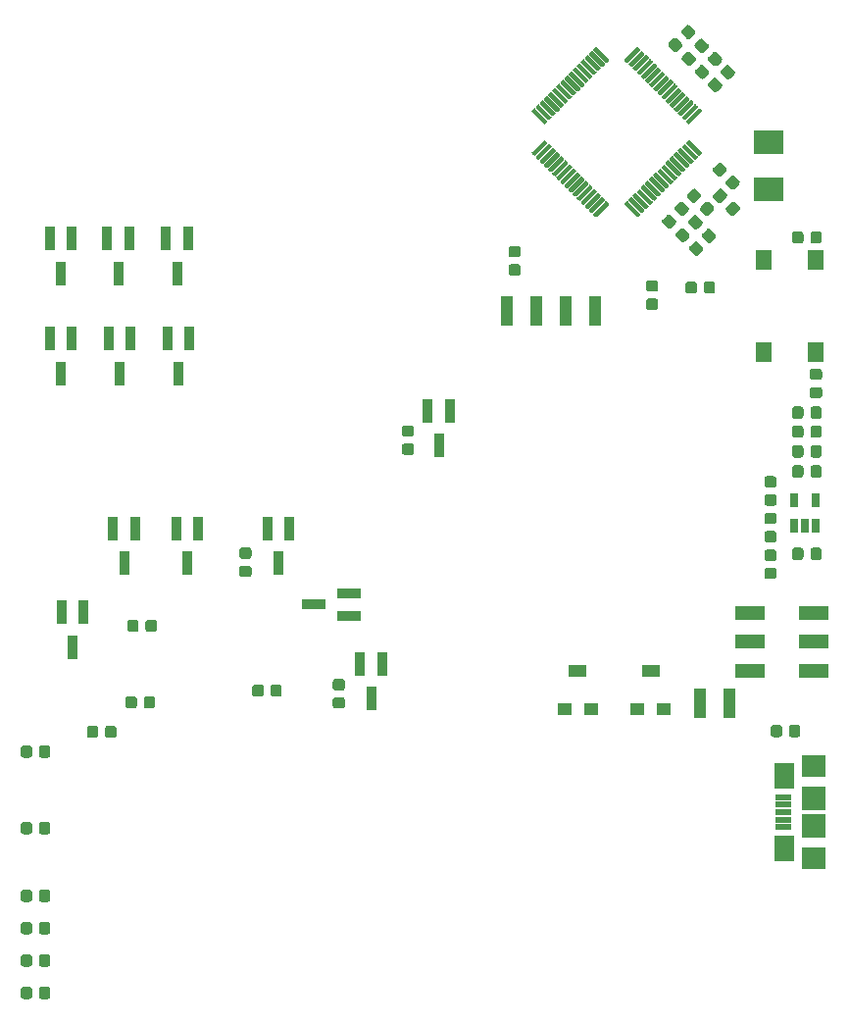
<source format=gbr>
G04 #@! TF.GenerationSoftware,KiCad,Pcbnew,5.1.5-52549c5~84~ubuntu18.04.1*
G04 #@! TF.CreationDate,2020-02-27T22:09:58-03:00*
G04 #@! TF.ProjectId,aquarius,61717561-7269-4757-932e-6b696361645f,0.0.0*
G04 #@! TF.SameCoordinates,Original*
G04 #@! TF.FileFunction,Soldermask,Bot*
G04 #@! TF.FilePolarity,Negative*
%FSLAX46Y46*%
G04 Gerber Fmt 4.6, Leading zero omitted, Abs format (unit mm)*
G04 Created by KiCad (PCBNEW 5.1.5-52549c5~84~ubuntu18.04.1) date 2020-02-27 22:09:58*
%MOMM*%
%LPD*%
G04 APERTURE LIST*
%ADD10C,0.100000*%
%ADD11R,1.101600X2.611600*%
%ADD12R,1.451600X0.501600*%
%ADD13R,1.701600X2.301600*%
%ADD14R,2.001600X1.901600*%
%ADD15R,2.001600X2.001600*%
%ADD16R,0.901600X2.001600*%
%ADD17R,2.001600X0.901600*%
%ADD18R,1.201600X1.001600*%
%ADD19R,1.501600X1.001600*%
%ADD20R,2.601600X1.301600*%
%ADD21R,1.401600X1.651600*%
%ADD22R,0.751600X1.161600*%
%ADD23R,2.501600X2.001600*%
G04 APERTURE END LIST*
D10*
G36*
X161560810Y-42886919D02*
G01*
X161570556Y-42888365D01*
X161580114Y-42890759D01*
X161589390Y-42894078D01*
X161598297Y-42898291D01*
X161606748Y-42903356D01*
X161614662Y-42909226D01*
X161621963Y-42915842D01*
X162647834Y-43941713D01*
X162654450Y-43949014D01*
X162660320Y-43956928D01*
X162665385Y-43965379D01*
X162669598Y-43974286D01*
X162672917Y-43983562D01*
X162675311Y-43993120D01*
X162676757Y-44002866D01*
X162677240Y-44012707D01*
X162676757Y-44022548D01*
X162675311Y-44032294D01*
X162672917Y-44041852D01*
X162669598Y-44051128D01*
X162665385Y-44060035D01*
X162660320Y-44068486D01*
X162654450Y-44076400D01*
X162647834Y-44083701D01*
X162505847Y-44225688D01*
X162498546Y-44232304D01*
X162490632Y-44238174D01*
X162482181Y-44243239D01*
X162473274Y-44247452D01*
X162463998Y-44250771D01*
X162454440Y-44253165D01*
X162444694Y-44254611D01*
X162434853Y-44255094D01*
X162425012Y-44254611D01*
X162415266Y-44253165D01*
X162405708Y-44250771D01*
X162396432Y-44247452D01*
X162387525Y-44243239D01*
X162379074Y-44238174D01*
X162371160Y-44232304D01*
X162363859Y-44225688D01*
X161337988Y-43199817D01*
X161331372Y-43192516D01*
X161325502Y-43184602D01*
X161320437Y-43176151D01*
X161316224Y-43167244D01*
X161312905Y-43157968D01*
X161310511Y-43148410D01*
X161309065Y-43138664D01*
X161308582Y-43128823D01*
X161309065Y-43118982D01*
X161310511Y-43109236D01*
X161312905Y-43099678D01*
X161316224Y-43090402D01*
X161320437Y-43081495D01*
X161325502Y-43073044D01*
X161331372Y-43065130D01*
X161337988Y-43057829D01*
X161479975Y-42915842D01*
X161487276Y-42909226D01*
X161495190Y-42903356D01*
X161503641Y-42898291D01*
X161512548Y-42894078D01*
X161521824Y-42890759D01*
X161531382Y-42888365D01*
X161541128Y-42886919D01*
X161550969Y-42886436D01*
X161560810Y-42886919D01*
G37*
G36*
X161914363Y-42533366D02*
G01*
X161924109Y-42534812D01*
X161933667Y-42537206D01*
X161942943Y-42540525D01*
X161951850Y-42544738D01*
X161960301Y-42549803D01*
X161968215Y-42555673D01*
X161975516Y-42562289D01*
X163001387Y-43588160D01*
X163008003Y-43595461D01*
X163013873Y-43603375D01*
X163018938Y-43611826D01*
X163023151Y-43620733D01*
X163026470Y-43630009D01*
X163028864Y-43639567D01*
X163030310Y-43649313D01*
X163030793Y-43659154D01*
X163030310Y-43668995D01*
X163028864Y-43678741D01*
X163026470Y-43688299D01*
X163023151Y-43697575D01*
X163018938Y-43706482D01*
X163013873Y-43714933D01*
X163008003Y-43722847D01*
X163001387Y-43730148D01*
X162859400Y-43872135D01*
X162852099Y-43878751D01*
X162844185Y-43884621D01*
X162835734Y-43889686D01*
X162826827Y-43893899D01*
X162817551Y-43897218D01*
X162807993Y-43899612D01*
X162798247Y-43901058D01*
X162788406Y-43901541D01*
X162778565Y-43901058D01*
X162768819Y-43899612D01*
X162759261Y-43897218D01*
X162749985Y-43893899D01*
X162741078Y-43889686D01*
X162732627Y-43884621D01*
X162724713Y-43878751D01*
X162717412Y-43872135D01*
X161691541Y-42846264D01*
X161684925Y-42838963D01*
X161679055Y-42831049D01*
X161673990Y-42822598D01*
X161669777Y-42813691D01*
X161666458Y-42804415D01*
X161664064Y-42794857D01*
X161662618Y-42785111D01*
X161662135Y-42775270D01*
X161662618Y-42765429D01*
X161664064Y-42755683D01*
X161666458Y-42746125D01*
X161669777Y-42736849D01*
X161673990Y-42727942D01*
X161679055Y-42719491D01*
X161684925Y-42711577D01*
X161691541Y-42704276D01*
X161833528Y-42562289D01*
X161840829Y-42555673D01*
X161848743Y-42549803D01*
X161857194Y-42544738D01*
X161866101Y-42540525D01*
X161875377Y-42537206D01*
X161884935Y-42534812D01*
X161894681Y-42533366D01*
X161904522Y-42532883D01*
X161914363Y-42533366D01*
G37*
G36*
X162267916Y-42179813D02*
G01*
X162277662Y-42181259D01*
X162287220Y-42183653D01*
X162296496Y-42186972D01*
X162305403Y-42191185D01*
X162313854Y-42196250D01*
X162321768Y-42202120D01*
X162329069Y-42208736D01*
X163354940Y-43234607D01*
X163361556Y-43241908D01*
X163367426Y-43249822D01*
X163372491Y-43258273D01*
X163376704Y-43267180D01*
X163380023Y-43276456D01*
X163382417Y-43286014D01*
X163383863Y-43295760D01*
X163384346Y-43305601D01*
X163383863Y-43315442D01*
X163382417Y-43325188D01*
X163380023Y-43334746D01*
X163376704Y-43344022D01*
X163372491Y-43352929D01*
X163367426Y-43361380D01*
X163361556Y-43369294D01*
X163354940Y-43376595D01*
X163212953Y-43518582D01*
X163205652Y-43525198D01*
X163197738Y-43531068D01*
X163189287Y-43536133D01*
X163180380Y-43540346D01*
X163171104Y-43543665D01*
X163161546Y-43546059D01*
X163151800Y-43547505D01*
X163141959Y-43547988D01*
X163132118Y-43547505D01*
X163122372Y-43546059D01*
X163112814Y-43543665D01*
X163103538Y-43540346D01*
X163094631Y-43536133D01*
X163086180Y-43531068D01*
X163078266Y-43525198D01*
X163070965Y-43518582D01*
X162045094Y-42492711D01*
X162038478Y-42485410D01*
X162032608Y-42477496D01*
X162027543Y-42469045D01*
X162023330Y-42460138D01*
X162020011Y-42450862D01*
X162017617Y-42441304D01*
X162016171Y-42431558D01*
X162015688Y-42421717D01*
X162016171Y-42411876D01*
X162017617Y-42402130D01*
X162020011Y-42392572D01*
X162023330Y-42383296D01*
X162027543Y-42374389D01*
X162032608Y-42365938D01*
X162038478Y-42358024D01*
X162045094Y-42350723D01*
X162187081Y-42208736D01*
X162194382Y-42202120D01*
X162202296Y-42196250D01*
X162210747Y-42191185D01*
X162219654Y-42186972D01*
X162228930Y-42183653D01*
X162238488Y-42181259D01*
X162248234Y-42179813D01*
X162258075Y-42179330D01*
X162267916Y-42179813D01*
G37*
G36*
X162621470Y-41826259D02*
G01*
X162631216Y-41827705D01*
X162640774Y-41830099D01*
X162650050Y-41833418D01*
X162658957Y-41837631D01*
X162667408Y-41842696D01*
X162675322Y-41848566D01*
X162682623Y-41855182D01*
X163708494Y-42881053D01*
X163715110Y-42888354D01*
X163720980Y-42896268D01*
X163726045Y-42904719D01*
X163730258Y-42913626D01*
X163733577Y-42922902D01*
X163735971Y-42932460D01*
X163737417Y-42942206D01*
X163737900Y-42952047D01*
X163737417Y-42961888D01*
X163735971Y-42971634D01*
X163733577Y-42981192D01*
X163730258Y-42990468D01*
X163726045Y-42999375D01*
X163720980Y-43007826D01*
X163715110Y-43015740D01*
X163708494Y-43023041D01*
X163566507Y-43165028D01*
X163559206Y-43171644D01*
X163551292Y-43177514D01*
X163542841Y-43182579D01*
X163533934Y-43186792D01*
X163524658Y-43190111D01*
X163515100Y-43192505D01*
X163505354Y-43193951D01*
X163495513Y-43194434D01*
X163485672Y-43193951D01*
X163475926Y-43192505D01*
X163466368Y-43190111D01*
X163457092Y-43186792D01*
X163448185Y-43182579D01*
X163439734Y-43177514D01*
X163431820Y-43171644D01*
X163424519Y-43165028D01*
X162398648Y-42139157D01*
X162392032Y-42131856D01*
X162386162Y-42123942D01*
X162381097Y-42115491D01*
X162376884Y-42106584D01*
X162373565Y-42097308D01*
X162371171Y-42087750D01*
X162369725Y-42078004D01*
X162369242Y-42068163D01*
X162369725Y-42058322D01*
X162371171Y-42048576D01*
X162373565Y-42039018D01*
X162376884Y-42029742D01*
X162381097Y-42020835D01*
X162386162Y-42012384D01*
X162392032Y-42004470D01*
X162398648Y-41997169D01*
X162540635Y-41855182D01*
X162547936Y-41848566D01*
X162555850Y-41842696D01*
X162564301Y-41837631D01*
X162573208Y-41833418D01*
X162582484Y-41830099D01*
X162592042Y-41827705D01*
X162601788Y-41826259D01*
X162611629Y-41825776D01*
X162621470Y-41826259D01*
G37*
G36*
X162975023Y-41472706D02*
G01*
X162984769Y-41474152D01*
X162994327Y-41476546D01*
X163003603Y-41479865D01*
X163012510Y-41484078D01*
X163020961Y-41489143D01*
X163028875Y-41495013D01*
X163036176Y-41501629D01*
X164062047Y-42527500D01*
X164068663Y-42534801D01*
X164074533Y-42542715D01*
X164079598Y-42551166D01*
X164083811Y-42560073D01*
X164087130Y-42569349D01*
X164089524Y-42578907D01*
X164090970Y-42588653D01*
X164091453Y-42598494D01*
X164090970Y-42608335D01*
X164089524Y-42618081D01*
X164087130Y-42627639D01*
X164083811Y-42636915D01*
X164079598Y-42645822D01*
X164074533Y-42654273D01*
X164068663Y-42662187D01*
X164062047Y-42669488D01*
X163920060Y-42811475D01*
X163912759Y-42818091D01*
X163904845Y-42823961D01*
X163896394Y-42829026D01*
X163887487Y-42833239D01*
X163878211Y-42836558D01*
X163868653Y-42838952D01*
X163858907Y-42840398D01*
X163849066Y-42840881D01*
X163839225Y-42840398D01*
X163829479Y-42838952D01*
X163819921Y-42836558D01*
X163810645Y-42833239D01*
X163801738Y-42829026D01*
X163793287Y-42823961D01*
X163785373Y-42818091D01*
X163778072Y-42811475D01*
X162752201Y-41785604D01*
X162745585Y-41778303D01*
X162739715Y-41770389D01*
X162734650Y-41761938D01*
X162730437Y-41753031D01*
X162727118Y-41743755D01*
X162724724Y-41734197D01*
X162723278Y-41724451D01*
X162722795Y-41714610D01*
X162723278Y-41704769D01*
X162724724Y-41695023D01*
X162727118Y-41685465D01*
X162730437Y-41676189D01*
X162734650Y-41667282D01*
X162739715Y-41658831D01*
X162745585Y-41650917D01*
X162752201Y-41643616D01*
X162894188Y-41501629D01*
X162901489Y-41495013D01*
X162909403Y-41489143D01*
X162917854Y-41484078D01*
X162926761Y-41479865D01*
X162936037Y-41476546D01*
X162945595Y-41474152D01*
X162955341Y-41472706D01*
X162965182Y-41472223D01*
X162975023Y-41472706D01*
G37*
G36*
X163328577Y-41119152D02*
G01*
X163338323Y-41120598D01*
X163347881Y-41122992D01*
X163357157Y-41126311D01*
X163366064Y-41130524D01*
X163374515Y-41135589D01*
X163382429Y-41141459D01*
X163389730Y-41148075D01*
X164415601Y-42173946D01*
X164422217Y-42181247D01*
X164428087Y-42189161D01*
X164433152Y-42197612D01*
X164437365Y-42206519D01*
X164440684Y-42215795D01*
X164443078Y-42225353D01*
X164444524Y-42235099D01*
X164445007Y-42244940D01*
X164444524Y-42254781D01*
X164443078Y-42264527D01*
X164440684Y-42274085D01*
X164437365Y-42283361D01*
X164433152Y-42292268D01*
X164428087Y-42300719D01*
X164422217Y-42308633D01*
X164415601Y-42315934D01*
X164273614Y-42457921D01*
X164266313Y-42464537D01*
X164258399Y-42470407D01*
X164249948Y-42475472D01*
X164241041Y-42479685D01*
X164231765Y-42483004D01*
X164222207Y-42485398D01*
X164212461Y-42486844D01*
X164202620Y-42487327D01*
X164192779Y-42486844D01*
X164183033Y-42485398D01*
X164173475Y-42483004D01*
X164164199Y-42479685D01*
X164155292Y-42475472D01*
X164146841Y-42470407D01*
X164138927Y-42464537D01*
X164131626Y-42457921D01*
X163105755Y-41432050D01*
X163099139Y-41424749D01*
X163093269Y-41416835D01*
X163088204Y-41408384D01*
X163083991Y-41399477D01*
X163080672Y-41390201D01*
X163078278Y-41380643D01*
X163076832Y-41370897D01*
X163076349Y-41361056D01*
X163076832Y-41351215D01*
X163078278Y-41341469D01*
X163080672Y-41331911D01*
X163083991Y-41322635D01*
X163088204Y-41313728D01*
X163093269Y-41305277D01*
X163099139Y-41297363D01*
X163105755Y-41290062D01*
X163247742Y-41148075D01*
X163255043Y-41141459D01*
X163262957Y-41135589D01*
X163271408Y-41130524D01*
X163280315Y-41126311D01*
X163289591Y-41122992D01*
X163299149Y-41120598D01*
X163308895Y-41119152D01*
X163318736Y-41118669D01*
X163328577Y-41119152D01*
G37*
G36*
X163682130Y-40765599D02*
G01*
X163691876Y-40767045D01*
X163701434Y-40769439D01*
X163710710Y-40772758D01*
X163719617Y-40776971D01*
X163728068Y-40782036D01*
X163735982Y-40787906D01*
X163743283Y-40794522D01*
X164769154Y-41820393D01*
X164775770Y-41827694D01*
X164781640Y-41835608D01*
X164786705Y-41844059D01*
X164790918Y-41852966D01*
X164794237Y-41862242D01*
X164796631Y-41871800D01*
X164798077Y-41881546D01*
X164798560Y-41891387D01*
X164798077Y-41901228D01*
X164796631Y-41910974D01*
X164794237Y-41920532D01*
X164790918Y-41929808D01*
X164786705Y-41938715D01*
X164781640Y-41947166D01*
X164775770Y-41955080D01*
X164769154Y-41962381D01*
X164627167Y-42104368D01*
X164619866Y-42110984D01*
X164611952Y-42116854D01*
X164603501Y-42121919D01*
X164594594Y-42126132D01*
X164585318Y-42129451D01*
X164575760Y-42131845D01*
X164566014Y-42133291D01*
X164556173Y-42133774D01*
X164546332Y-42133291D01*
X164536586Y-42131845D01*
X164527028Y-42129451D01*
X164517752Y-42126132D01*
X164508845Y-42121919D01*
X164500394Y-42116854D01*
X164492480Y-42110984D01*
X164485179Y-42104368D01*
X163459308Y-41078497D01*
X163452692Y-41071196D01*
X163446822Y-41063282D01*
X163441757Y-41054831D01*
X163437544Y-41045924D01*
X163434225Y-41036648D01*
X163431831Y-41027090D01*
X163430385Y-41017344D01*
X163429902Y-41007503D01*
X163430385Y-40997662D01*
X163431831Y-40987916D01*
X163434225Y-40978358D01*
X163437544Y-40969082D01*
X163441757Y-40960175D01*
X163446822Y-40951724D01*
X163452692Y-40943810D01*
X163459308Y-40936509D01*
X163601295Y-40794522D01*
X163608596Y-40787906D01*
X163616510Y-40782036D01*
X163624961Y-40776971D01*
X163633868Y-40772758D01*
X163643144Y-40769439D01*
X163652702Y-40767045D01*
X163662448Y-40765599D01*
X163672289Y-40765116D01*
X163682130Y-40765599D01*
G37*
G36*
X164035683Y-40412046D02*
G01*
X164045429Y-40413492D01*
X164054987Y-40415886D01*
X164064263Y-40419205D01*
X164073170Y-40423418D01*
X164081621Y-40428483D01*
X164089535Y-40434353D01*
X164096836Y-40440969D01*
X165122707Y-41466840D01*
X165129323Y-41474141D01*
X165135193Y-41482055D01*
X165140258Y-41490506D01*
X165144471Y-41499413D01*
X165147790Y-41508689D01*
X165150184Y-41518247D01*
X165151630Y-41527993D01*
X165152113Y-41537834D01*
X165151630Y-41547675D01*
X165150184Y-41557421D01*
X165147790Y-41566979D01*
X165144471Y-41576255D01*
X165140258Y-41585162D01*
X165135193Y-41593613D01*
X165129323Y-41601527D01*
X165122707Y-41608828D01*
X164980720Y-41750815D01*
X164973419Y-41757431D01*
X164965505Y-41763301D01*
X164957054Y-41768366D01*
X164948147Y-41772579D01*
X164938871Y-41775898D01*
X164929313Y-41778292D01*
X164919567Y-41779738D01*
X164909726Y-41780221D01*
X164899885Y-41779738D01*
X164890139Y-41778292D01*
X164880581Y-41775898D01*
X164871305Y-41772579D01*
X164862398Y-41768366D01*
X164853947Y-41763301D01*
X164846033Y-41757431D01*
X164838732Y-41750815D01*
X163812861Y-40724944D01*
X163806245Y-40717643D01*
X163800375Y-40709729D01*
X163795310Y-40701278D01*
X163791097Y-40692371D01*
X163787778Y-40683095D01*
X163785384Y-40673537D01*
X163783938Y-40663791D01*
X163783455Y-40653950D01*
X163783938Y-40644109D01*
X163785384Y-40634363D01*
X163787778Y-40624805D01*
X163791097Y-40615529D01*
X163795310Y-40606622D01*
X163800375Y-40598171D01*
X163806245Y-40590257D01*
X163812861Y-40582956D01*
X163954848Y-40440969D01*
X163962149Y-40434353D01*
X163970063Y-40428483D01*
X163978514Y-40423418D01*
X163987421Y-40419205D01*
X163996697Y-40415886D01*
X164006255Y-40413492D01*
X164016001Y-40412046D01*
X164025842Y-40411563D01*
X164035683Y-40412046D01*
G37*
G36*
X164389237Y-40058492D02*
G01*
X164398983Y-40059938D01*
X164408541Y-40062332D01*
X164417817Y-40065651D01*
X164426724Y-40069864D01*
X164435175Y-40074929D01*
X164443089Y-40080799D01*
X164450390Y-40087415D01*
X165476261Y-41113286D01*
X165482877Y-41120587D01*
X165488747Y-41128501D01*
X165493812Y-41136952D01*
X165498025Y-41145859D01*
X165501344Y-41155135D01*
X165503738Y-41164693D01*
X165505184Y-41174439D01*
X165505667Y-41184280D01*
X165505184Y-41194121D01*
X165503738Y-41203867D01*
X165501344Y-41213425D01*
X165498025Y-41222701D01*
X165493812Y-41231608D01*
X165488747Y-41240059D01*
X165482877Y-41247973D01*
X165476261Y-41255274D01*
X165334274Y-41397261D01*
X165326973Y-41403877D01*
X165319059Y-41409747D01*
X165310608Y-41414812D01*
X165301701Y-41419025D01*
X165292425Y-41422344D01*
X165282867Y-41424738D01*
X165273121Y-41426184D01*
X165263280Y-41426667D01*
X165253439Y-41426184D01*
X165243693Y-41424738D01*
X165234135Y-41422344D01*
X165224859Y-41419025D01*
X165215952Y-41414812D01*
X165207501Y-41409747D01*
X165199587Y-41403877D01*
X165192286Y-41397261D01*
X164166415Y-40371390D01*
X164159799Y-40364089D01*
X164153929Y-40356175D01*
X164148864Y-40347724D01*
X164144651Y-40338817D01*
X164141332Y-40329541D01*
X164138938Y-40319983D01*
X164137492Y-40310237D01*
X164137009Y-40300396D01*
X164137492Y-40290555D01*
X164138938Y-40280809D01*
X164141332Y-40271251D01*
X164144651Y-40261975D01*
X164148864Y-40253068D01*
X164153929Y-40244617D01*
X164159799Y-40236703D01*
X164166415Y-40229402D01*
X164308402Y-40087415D01*
X164315703Y-40080799D01*
X164323617Y-40074929D01*
X164332068Y-40069864D01*
X164340975Y-40065651D01*
X164350251Y-40062332D01*
X164359809Y-40059938D01*
X164369555Y-40058492D01*
X164379396Y-40058009D01*
X164389237Y-40058492D01*
G37*
G36*
X164742790Y-39704939D02*
G01*
X164752536Y-39706385D01*
X164762094Y-39708779D01*
X164771370Y-39712098D01*
X164780277Y-39716311D01*
X164788728Y-39721376D01*
X164796642Y-39727246D01*
X164803943Y-39733862D01*
X165829814Y-40759733D01*
X165836430Y-40767034D01*
X165842300Y-40774948D01*
X165847365Y-40783399D01*
X165851578Y-40792306D01*
X165854897Y-40801582D01*
X165857291Y-40811140D01*
X165858737Y-40820886D01*
X165859220Y-40830727D01*
X165858737Y-40840568D01*
X165857291Y-40850314D01*
X165854897Y-40859872D01*
X165851578Y-40869148D01*
X165847365Y-40878055D01*
X165842300Y-40886506D01*
X165836430Y-40894420D01*
X165829814Y-40901721D01*
X165687827Y-41043708D01*
X165680526Y-41050324D01*
X165672612Y-41056194D01*
X165664161Y-41061259D01*
X165655254Y-41065472D01*
X165645978Y-41068791D01*
X165636420Y-41071185D01*
X165626674Y-41072631D01*
X165616833Y-41073114D01*
X165606992Y-41072631D01*
X165597246Y-41071185D01*
X165587688Y-41068791D01*
X165578412Y-41065472D01*
X165569505Y-41061259D01*
X165561054Y-41056194D01*
X165553140Y-41050324D01*
X165545839Y-41043708D01*
X164519968Y-40017837D01*
X164513352Y-40010536D01*
X164507482Y-40002622D01*
X164502417Y-39994171D01*
X164498204Y-39985264D01*
X164494885Y-39975988D01*
X164492491Y-39966430D01*
X164491045Y-39956684D01*
X164490562Y-39946843D01*
X164491045Y-39937002D01*
X164492491Y-39927256D01*
X164494885Y-39917698D01*
X164498204Y-39908422D01*
X164502417Y-39899515D01*
X164507482Y-39891064D01*
X164513352Y-39883150D01*
X164519968Y-39875849D01*
X164661955Y-39733862D01*
X164669256Y-39727246D01*
X164677170Y-39721376D01*
X164685621Y-39716311D01*
X164694528Y-39712098D01*
X164703804Y-39708779D01*
X164713362Y-39706385D01*
X164723108Y-39704939D01*
X164732949Y-39704456D01*
X164742790Y-39704939D01*
G37*
G36*
X165096343Y-39351386D02*
G01*
X165106089Y-39352832D01*
X165115647Y-39355226D01*
X165124923Y-39358545D01*
X165133830Y-39362758D01*
X165142281Y-39367823D01*
X165150195Y-39373693D01*
X165157496Y-39380309D01*
X166183367Y-40406180D01*
X166189983Y-40413481D01*
X166195853Y-40421395D01*
X166200918Y-40429846D01*
X166205131Y-40438753D01*
X166208450Y-40448029D01*
X166210844Y-40457587D01*
X166212290Y-40467333D01*
X166212773Y-40477174D01*
X166212290Y-40487015D01*
X166210844Y-40496761D01*
X166208450Y-40506319D01*
X166205131Y-40515595D01*
X166200918Y-40524502D01*
X166195853Y-40532953D01*
X166189983Y-40540867D01*
X166183367Y-40548168D01*
X166041380Y-40690155D01*
X166034079Y-40696771D01*
X166026165Y-40702641D01*
X166017714Y-40707706D01*
X166008807Y-40711919D01*
X165999531Y-40715238D01*
X165989973Y-40717632D01*
X165980227Y-40719078D01*
X165970386Y-40719561D01*
X165960545Y-40719078D01*
X165950799Y-40717632D01*
X165941241Y-40715238D01*
X165931965Y-40711919D01*
X165923058Y-40707706D01*
X165914607Y-40702641D01*
X165906693Y-40696771D01*
X165899392Y-40690155D01*
X164873521Y-39664284D01*
X164866905Y-39656983D01*
X164861035Y-39649069D01*
X164855970Y-39640618D01*
X164851757Y-39631711D01*
X164848438Y-39622435D01*
X164846044Y-39612877D01*
X164844598Y-39603131D01*
X164844115Y-39593290D01*
X164844598Y-39583449D01*
X164846044Y-39573703D01*
X164848438Y-39564145D01*
X164851757Y-39554869D01*
X164855970Y-39545962D01*
X164861035Y-39537511D01*
X164866905Y-39529597D01*
X164873521Y-39522296D01*
X165015508Y-39380309D01*
X165022809Y-39373693D01*
X165030723Y-39367823D01*
X165039174Y-39362758D01*
X165048081Y-39358545D01*
X165057357Y-39355226D01*
X165066915Y-39352832D01*
X165076661Y-39351386D01*
X165086502Y-39350903D01*
X165096343Y-39351386D01*
G37*
G36*
X165449897Y-38997832D02*
G01*
X165459643Y-38999278D01*
X165469201Y-39001672D01*
X165478477Y-39004991D01*
X165487384Y-39009204D01*
X165495835Y-39014269D01*
X165503749Y-39020139D01*
X165511050Y-39026755D01*
X166536921Y-40052626D01*
X166543537Y-40059927D01*
X166549407Y-40067841D01*
X166554472Y-40076292D01*
X166558685Y-40085199D01*
X166562004Y-40094475D01*
X166564398Y-40104033D01*
X166565844Y-40113779D01*
X166566327Y-40123620D01*
X166565844Y-40133461D01*
X166564398Y-40143207D01*
X166562004Y-40152765D01*
X166558685Y-40162041D01*
X166554472Y-40170948D01*
X166549407Y-40179399D01*
X166543537Y-40187313D01*
X166536921Y-40194614D01*
X166394934Y-40336601D01*
X166387633Y-40343217D01*
X166379719Y-40349087D01*
X166371268Y-40354152D01*
X166362361Y-40358365D01*
X166353085Y-40361684D01*
X166343527Y-40364078D01*
X166333781Y-40365524D01*
X166323940Y-40366007D01*
X166314099Y-40365524D01*
X166304353Y-40364078D01*
X166294795Y-40361684D01*
X166285519Y-40358365D01*
X166276612Y-40354152D01*
X166268161Y-40349087D01*
X166260247Y-40343217D01*
X166252946Y-40336601D01*
X165227075Y-39310730D01*
X165220459Y-39303429D01*
X165214589Y-39295515D01*
X165209524Y-39287064D01*
X165205311Y-39278157D01*
X165201992Y-39268881D01*
X165199598Y-39259323D01*
X165198152Y-39249577D01*
X165197669Y-39239736D01*
X165198152Y-39229895D01*
X165199598Y-39220149D01*
X165201992Y-39210591D01*
X165205311Y-39201315D01*
X165209524Y-39192408D01*
X165214589Y-39183957D01*
X165220459Y-39176043D01*
X165227075Y-39168742D01*
X165369062Y-39026755D01*
X165376363Y-39020139D01*
X165384277Y-39014269D01*
X165392728Y-39009204D01*
X165401635Y-39004991D01*
X165410911Y-39001672D01*
X165420469Y-38999278D01*
X165430215Y-38997832D01*
X165440056Y-38997349D01*
X165449897Y-38997832D01*
G37*
G36*
X165803450Y-38644279D02*
G01*
X165813196Y-38645725D01*
X165822754Y-38648119D01*
X165832030Y-38651438D01*
X165840937Y-38655651D01*
X165849388Y-38660716D01*
X165857302Y-38666586D01*
X165864603Y-38673202D01*
X166890474Y-39699073D01*
X166897090Y-39706374D01*
X166902960Y-39714288D01*
X166908025Y-39722739D01*
X166912238Y-39731646D01*
X166915557Y-39740922D01*
X166917951Y-39750480D01*
X166919397Y-39760226D01*
X166919880Y-39770067D01*
X166919397Y-39779908D01*
X166917951Y-39789654D01*
X166915557Y-39799212D01*
X166912238Y-39808488D01*
X166908025Y-39817395D01*
X166902960Y-39825846D01*
X166897090Y-39833760D01*
X166890474Y-39841061D01*
X166748487Y-39983048D01*
X166741186Y-39989664D01*
X166733272Y-39995534D01*
X166724821Y-40000599D01*
X166715914Y-40004812D01*
X166706638Y-40008131D01*
X166697080Y-40010525D01*
X166687334Y-40011971D01*
X166677493Y-40012454D01*
X166667652Y-40011971D01*
X166657906Y-40010525D01*
X166648348Y-40008131D01*
X166639072Y-40004812D01*
X166630165Y-40000599D01*
X166621714Y-39995534D01*
X166613800Y-39989664D01*
X166606499Y-39983048D01*
X165580628Y-38957177D01*
X165574012Y-38949876D01*
X165568142Y-38941962D01*
X165563077Y-38933511D01*
X165558864Y-38924604D01*
X165555545Y-38915328D01*
X165553151Y-38905770D01*
X165551705Y-38896024D01*
X165551222Y-38886183D01*
X165551705Y-38876342D01*
X165553151Y-38866596D01*
X165555545Y-38857038D01*
X165558864Y-38847762D01*
X165563077Y-38838855D01*
X165568142Y-38830404D01*
X165574012Y-38822490D01*
X165580628Y-38815189D01*
X165722615Y-38673202D01*
X165729916Y-38666586D01*
X165737830Y-38660716D01*
X165746281Y-38655651D01*
X165755188Y-38651438D01*
X165764464Y-38648119D01*
X165774022Y-38645725D01*
X165783768Y-38644279D01*
X165793609Y-38643796D01*
X165803450Y-38644279D01*
G37*
G36*
X166157004Y-38290725D02*
G01*
X166166750Y-38292171D01*
X166176308Y-38294565D01*
X166185584Y-38297884D01*
X166194491Y-38302097D01*
X166202942Y-38307162D01*
X166210856Y-38313032D01*
X166218157Y-38319648D01*
X167244028Y-39345519D01*
X167250644Y-39352820D01*
X167256514Y-39360734D01*
X167261579Y-39369185D01*
X167265792Y-39378092D01*
X167269111Y-39387368D01*
X167271505Y-39396926D01*
X167272951Y-39406672D01*
X167273434Y-39416513D01*
X167272951Y-39426354D01*
X167271505Y-39436100D01*
X167269111Y-39445658D01*
X167265792Y-39454934D01*
X167261579Y-39463841D01*
X167256514Y-39472292D01*
X167250644Y-39480206D01*
X167244028Y-39487507D01*
X167102041Y-39629494D01*
X167094740Y-39636110D01*
X167086826Y-39641980D01*
X167078375Y-39647045D01*
X167069468Y-39651258D01*
X167060192Y-39654577D01*
X167050634Y-39656971D01*
X167040888Y-39658417D01*
X167031047Y-39658900D01*
X167021206Y-39658417D01*
X167011460Y-39656971D01*
X167001902Y-39654577D01*
X166992626Y-39651258D01*
X166983719Y-39647045D01*
X166975268Y-39641980D01*
X166967354Y-39636110D01*
X166960053Y-39629494D01*
X165934182Y-38603623D01*
X165927566Y-38596322D01*
X165921696Y-38588408D01*
X165916631Y-38579957D01*
X165912418Y-38571050D01*
X165909099Y-38561774D01*
X165906705Y-38552216D01*
X165905259Y-38542470D01*
X165904776Y-38532629D01*
X165905259Y-38522788D01*
X165906705Y-38513042D01*
X165909099Y-38503484D01*
X165912418Y-38494208D01*
X165916631Y-38485301D01*
X165921696Y-38476850D01*
X165927566Y-38468936D01*
X165934182Y-38461635D01*
X166076169Y-38319648D01*
X166083470Y-38313032D01*
X166091384Y-38307162D01*
X166099835Y-38302097D01*
X166108742Y-38297884D01*
X166118018Y-38294565D01*
X166127576Y-38292171D01*
X166137322Y-38290725D01*
X166147163Y-38290242D01*
X166157004Y-38290725D01*
G37*
G36*
X166510557Y-37937172D02*
G01*
X166520303Y-37938618D01*
X166529861Y-37941012D01*
X166539137Y-37944331D01*
X166548044Y-37948544D01*
X166556495Y-37953609D01*
X166564409Y-37959479D01*
X166571710Y-37966095D01*
X167597581Y-38991966D01*
X167604197Y-38999267D01*
X167610067Y-39007181D01*
X167615132Y-39015632D01*
X167619345Y-39024539D01*
X167622664Y-39033815D01*
X167625058Y-39043373D01*
X167626504Y-39053119D01*
X167626987Y-39062960D01*
X167626504Y-39072801D01*
X167625058Y-39082547D01*
X167622664Y-39092105D01*
X167619345Y-39101381D01*
X167615132Y-39110288D01*
X167610067Y-39118739D01*
X167604197Y-39126653D01*
X167597581Y-39133954D01*
X167455594Y-39275941D01*
X167448293Y-39282557D01*
X167440379Y-39288427D01*
X167431928Y-39293492D01*
X167423021Y-39297705D01*
X167413745Y-39301024D01*
X167404187Y-39303418D01*
X167394441Y-39304864D01*
X167384600Y-39305347D01*
X167374759Y-39304864D01*
X167365013Y-39303418D01*
X167355455Y-39301024D01*
X167346179Y-39297705D01*
X167337272Y-39293492D01*
X167328821Y-39288427D01*
X167320907Y-39282557D01*
X167313606Y-39275941D01*
X166287735Y-38250070D01*
X166281119Y-38242769D01*
X166275249Y-38234855D01*
X166270184Y-38226404D01*
X166265971Y-38217497D01*
X166262652Y-38208221D01*
X166260258Y-38198663D01*
X166258812Y-38188917D01*
X166258329Y-38179076D01*
X166258812Y-38169235D01*
X166260258Y-38159489D01*
X166262652Y-38149931D01*
X166265971Y-38140655D01*
X166270184Y-38131748D01*
X166275249Y-38123297D01*
X166281119Y-38115383D01*
X166287735Y-38108082D01*
X166429722Y-37966095D01*
X166437023Y-37959479D01*
X166444937Y-37953609D01*
X166453388Y-37948544D01*
X166462295Y-37944331D01*
X166471571Y-37941012D01*
X166481129Y-37938618D01*
X166490875Y-37937172D01*
X166500716Y-37936689D01*
X166510557Y-37937172D01*
G37*
G36*
X166864110Y-37583619D02*
G01*
X166873856Y-37585065D01*
X166883414Y-37587459D01*
X166892690Y-37590778D01*
X166901597Y-37594991D01*
X166910048Y-37600056D01*
X166917962Y-37605926D01*
X166925263Y-37612542D01*
X167951134Y-38638413D01*
X167957750Y-38645714D01*
X167963620Y-38653628D01*
X167968685Y-38662079D01*
X167972898Y-38670986D01*
X167976217Y-38680262D01*
X167978611Y-38689820D01*
X167980057Y-38699566D01*
X167980540Y-38709407D01*
X167980057Y-38719248D01*
X167978611Y-38728994D01*
X167976217Y-38738552D01*
X167972898Y-38747828D01*
X167968685Y-38756735D01*
X167963620Y-38765186D01*
X167957750Y-38773100D01*
X167951134Y-38780401D01*
X167809147Y-38922388D01*
X167801846Y-38929004D01*
X167793932Y-38934874D01*
X167785481Y-38939939D01*
X167776574Y-38944152D01*
X167767298Y-38947471D01*
X167757740Y-38949865D01*
X167747994Y-38951311D01*
X167738153Y-38951794D01*
X167728312Y-38951311D01*
X167718566Y-38949865D01*
X167709008Y-38947471D01*
X167699732Y-38944152D01*
X167690825Y-38939939D01*
X167682374Y-38934874D01*
X167674460Y-38929004D01*
X167667159Y-38922388D01*
X166641288Y-37896517D01*
X166634672Y-37889216D01*
X166628802Y-37881302D01*
X166623737Y-37872851D01*
X166619524Y-37863944D01*
X166616205Y-37854668D01*
X166613811Y-37845110D01*
X166612365Y-37835364D01*
X166611882Y-37825523D01*
X166612365Y-37815682D01*
X166613811Y-37805936D01*
X166616205Y-37796378D01*
X166619524Y-37787102D01*
X166623737Y-37778195D01*
X166628802Y-37769744D01*
X166634672Y-37761830D01*
X166641288Y-37754529D01*
X166783275Y-37612542D01*
X166790576Y-37605926D01*
X166798490Y-37600056D01*
X166806941Y-37594991D01*
X166815848Y-37590778D01*
X166825124Y-37587459D01*
X166834682Y-37585065D01*
X166844428Y-37583619D01*
X166854269Y-37583136D01*
X166864110Y-37583619D01*
G37*
G36*
X170470356Y-37583619D02*
G01*
X170480102Y-37585065D01*
X170489660Y-37587459D01*
X170498936Y-37590778D01*
X170507843Y-37594991D01*
X170516294Y-37600056D01*
X170524208Y-37605926D01*
X170531509Y-37612542D01*
X170673496Y-37754529D01*
X170680112Y-37761830D01*
X170685982Y-37769744D01*
X170691047Y-37778195D01*
X170695260Y-37787102D01*
X170698579Y-37796378D01*
X170700973Y-37805936D01*
X170702419Y-37815682D01*
X170702902Y-37825523D01*
X170702419Y-37835364D01*
X170700973Y-37845110D01*
X170698579Y-37854668D01*
X170695260Y-37863944D01*
X170691047Y-37872851D01*
X170685982Y-37881302D01*
X170680112Y-37889216D01*
X170673496Y-37896517D01*
X169647625Y-38922388D01*
X169640324Y-38929004D01*
X169632410Y-38934874D01*
X169623959Y-38939939D01*
X169615052Y-38944152D01*
X169605776Y-38947471D01*
X169596218Y-38949865D01*
X169586472Y-38951311D01*
X169576631Y-38951794D01*
X169566790Y-38951311D01*
X169557044Y-38949865D01*
X169547486Y-38947471D01*
X169538210Y-38944152D01*
X169529303Y-38939939D01*
X169520852Y-38934874D01*
X169512938Y-38929004D01*
X169505637Y-38922388D01*
X169363650Y-38780401D01*
X169357034Y-38773100D01*
X169351164Y-38765186D01*
X169346099Y-38756735D01*
X169341886Y-38747828D01*
X169338567Y-38738552D01*
X169336173Y-38728994D01*
X169334727Y-38719248D01*
X169334244Y-38709407D01*
X169334727Y-38699566D01*
X169336173Y-38689820D01*
X169338567Y-38680262D01*
X169341886Y-38670986D01*
X169346099Y-38662079D01*
X169351164Y-38653628D01*
X169357034Y-38645714D01*
X169363650Y-38638413D01*
X170389521Y-37612542D01*
X170396822Y-37605926D01*
X170404736Y-37600056D01*
X170413187Y-37594991D01*
X170422094Y-37590778D01*
X170431370Y-37587459D01*
X170440928Y-37585065D01*
X170450674Y-37583619D01*
X170460515Y-37583136D01*
X170470356Y-37583619D01*
G37*
G36*
X170823909Y-37937172D02*
G01*
X170833655Y-37938618D01*
X170843213Y-37941012D01*
X170852489Y-37944331D01*
X170861396Y-37948544D01*
X170869847Y-37953609D01*
X170877761Y-37959479D01*
X170885062Y-37966095D01*
X171027049Y-38108082D01*
X171033665Y-38115383D01*
X171039535Y-38123297D01*
X171044600Y-38131748D01*
X171048813Y-38140655D01*
X171052132Y-38149931D01*
X171054526Y-38159489D01*
X171055972Y-38169235D01*
X171056455Y-38179076D01*
X171055972Y-38188917D01*
X171054526Y-38198663D01*
X171052132Y-38208221D01*
X171048813Y-38217497D01*
X171044600Y-38226404D01*
X171039535Y-38234855D01*
X171033665Y-38242769D01*
X171027049Y-38250070D01*
X170001178Y-39275941D01*
X169993877Y-39282557D01*
X169985963Y-39288427D01*
X169977512Y-39293492D01*
X169968605Y-39297705D01*
X169959329Y-39301024D01*
X169949771Y-39303418D01*
X169940025Y-39304864D01*
X169930184Y-39305347D01*
X169920343Y-39304864D01*
X169910597Y-39303418D01*
X169901039Y-39301024D01*
X169891763Y-39297705D01*
X169882856Y-39293492D01*
X169874405Y-39288427D01*
X169866491Y-39282557D01*
X169859190Y-39275941D01*
X169717203Y-39133954D01*
X169710587Y-39126653D01*
X169704717Y-39118739D01*
X169699652Y-39110288D01*
X169695439Y-39101381D01*
X169692120Y-39092105D01*
X169689726Y-39082547D01*
X169688280Y-39072801D01*
X169687797Y-39062960D01*
X169688280Y-39053119D01*
X169689726Y-39043373D01*
X169692120Y-39033815D01*
X169695439Y-39024539D01*
X169699652Y-39015632D01*
X169704717Y-39007181D01*
X169710587Y-38999267D01*
X169717203Y-38991966D01*
X170743074Y-37966095D01*
X170750375Y-37959479D01*
X170758289Y-37953609D01*
X170766740Y-37948544D01*
X170775647Y-37944331D01*
X170784923Y-37941012D01*
X170794481Y-37938618D01*
X170804227Y-37937172D01*
X170814068Y-37936689D01*
X170823909Y-37937172D01*
G37*
G36*
X171177462Y-38290725D02*
G01*
X171187208Y-38292171D01*
X171196766Y-38294565D01*
X171206042Y-38297884D01*
X171214949Y-38302097D01*
X171223400Y-38307162D01*
X171231314Y-38313032D01*
X171238615Y-38319648D01*
X171380602Y-38461635D01*
X171387218Y-38468936D01*
X171393088Y-38476850D01*
X171398153Y-38485301D01*
X171402366Y-38494208D01*
X171405685Y-38503484D01*
X171408079Y-38513042D01*
X171409525Y-38522788D01*
X171410008Y-38532629D01*
X171409525Y-38542470D01*
X171408079Y-38552216D01*
X171405685Y-38561774D01*
X171402366Y-38571050D01*
X171398153Y-38579957D01*
X171393088Y-38588408D01*
X171387218Y-38596322D01*
X171380602Y-38603623D01*
X170354731Y-39629494D01*
X170347430Y-39636110D01*
X170339516Y-39641980D01*
X170331065Y-39647045D01*
X170322158Y-39651258D01*
X170312882Y-39654577D01*
X170303324Y-39656971D01*
X170293578Y-39658417D01*
X170283737Y-39658900D01*
X170273896Y-39658417D01*
X170264150Y-39656971D01*
X170254592Y-39654577D01*
X170245316Y-39651258D01*
X170236409Y-39647045D01*
X170227958Y-39641980D01*
X170220044Y-39636110D01*
X170212743Y-39629494D01*
X170070756Y-39487507D01*
X170064140Y-39480206D01*
X170058270Y-39472292D01*
X170053205Y-39463841D01*
X170048992Y-39454934D01*
X170045673Y-39445658D01*
X170043279Y-39436100D01*
X170041833Y-39426354D01*
X170041350Y-39416513D01*
X170041833Y-39406672D01*
X170043279Y-39396926D01*
X170045673Y-39387368D01*
X170048992Y-39378092D01*
X170053205Y-39369185D01*
X170058270Y-39360734D01*
X170064140Y-39352820D01*
X170070756Y-39345519D01*
X171096627Y-38319648D01*
X171103928Y-38313032D01*
X171111842Y-38307162D01*
X171120293Y-38302097D01*
X171129200Y-38297884D01*
X171138476Y-38294565D01*
X171148034Y-38292171D01*
X171157780Y-38290725D01*
X171167621Y-38290242D01*
X171177462Y-38290725D01*
G37*
G36*
X171531016Y-38644279D02*
G01*
X171540762Y-38645725D01*
X171550320Y-38648119D01*
X171559596Y-38651438D01*
X171568503Y-38655651D01*
X171576954Y-38660716D01*
X171584868Y-38666586D01*
X171592169Y-38673202D01*
X171734156Y-38815189D01*
X171740772Y-38822490D01*
X171746642Y-38830404D01*
X171751707Y-38838855D01*
X171755920Y-38847762D01*
X171759239Y-38857038D01*
X171761633Y-38866596D01*
X171763079Y-38876342D01*
X171763562Y-38886183D01*
X171763079Y-38896024D01*
X171761633Y-38905770D01*
X171759239Y-38915328D01*
X171755920Y-38924604D01*
X171751707Y-38933511D01*
X171746642Y-38941962D01*
X171740772Y-38949876D01*
X171734156Y-38957177D01*
X170708285Y-39983048D01*
X170700984Y-39989664D01*
X170693070Y-39995534D01*
X170684619Y-40000599D01*
X170675712Y-40004812D01*
X170666436Y-40008131D01*
X170656878Y-40010525D01*
X170647132Y-40011971D01*
X170637291Y-40012454D01*
X170627450Y-40011971D01*
X170617704Y-40010525D01*
X170608146Y-40008131D01*
X170598870Y-40004812D01*
X170589963Y-40000599D01*
X170581512Y-39995534D01*
X170573598Y-39989664D01*
X170566297Y-39983048D01*
X170424310Y-39841061D01*
X170417694Y-39833760D01*
X170411824Y-39825846D01*
X170406759Y-39817395D01*
X170402546Y-39808488D01*
X170399227Y-39799212D01*
X170396833Y-39789654D01*
X170395387Y-39779908D01*
X170394904Y-39770067D01*
X170395387Y-39760226D01*
X170396833Y-39750480D01*
X170399227Y-39740922D01*
X170402546Y-39731646D01*
X170406759Y-39722739D01*
X170411824Y-39714288D01*
X170417694Y-39706374D01*
X170424310Y-39699073D01*
X171450181Y-38673202D01*
X171457482Y-38666586D01*
X171465396Y-38660716D01*
X171473847Y-38655651D01*
X171482754Y-38651438D01*
X171492030Y-38648119D01*
X171501588Y-38645725D01*
X171511334Y-38644279D01*
X171521175Y-38643796D01*
X171531016Y-38644279D01*
G37*
G36*
X171884569Y-38997832D02*
G01*
X171894315Y-38999278D01*
X171903873Y-39001672D01*
X171913149Y-39004991D01*
X171922056Y-39009204D01*
X171930507Y-39014269D01*
X171938421Y-39020139D01*
X171945722Y-39026755D01*
X172087709Y-39168742D01*
X172094325Y-39176043D01*
X172100195Y-39183957D01*
X172105260Y-39192408D01*
X172109473Y-39201315D01*
X172112792Y-39210591D01*
X172115186Y-39220149D01*
X172116632Y-39229895D01*
X172117115Y-39239736D01*
X172116632Y-39249577D01*
X172115186Y-39259323D01*
X172112792Y-39268881D01*
X172109473Y-39278157D01*
X172105260Y-39287064D01*
X172100195Y-39295515D01*
X172094325Y-39303429D01*
X172087709Y-39310730D01*
X171061838Y-40336601D01*
X171054537Y-40343217D01*
X171046623Y-40349087D01*
X171038172Y-40354152D01*
X171029265Y-40358365D01*
X171019989Y-40361684D01*
X171010431Y-40364078D01*
X171000685Y-40365524D01*
X170990844Y-40366007D01*
X170981003Y-40365524D01*
X170971257Y-40364078D01*
X170961699Y-40361684D01*
X170952423Y-40358365D01*
X170943516Y-40354152D01*
X170935065Y-40349087D01*
X170927151Y-40343217D01*
X170919850Y-40336601D01*
X170777863Y-40194614D01*
X170771247Y-40187313D01*
X170765377Y-40179399D01*
X170760312Y-40170948D01*
X170756099Y-40162041D01*
X170752780Y-40152765D01*
X170750386Y-40143207D01*
X170748940Y-40133461D01*
X170748457Y-40123620D01*
X170748940Y-40113779D01*
X170750386Y-40104033D01*
X170752780Y-40094475D01*
X170756099Y-40085199D01*
X170760312Y-40076292D01*
X170765377Y-40067841D01*
X170771247Y-40059927D01*
X170777863Y-40052626D01*
X171803734Y-39026755D01*
X171811035Y-39020139D01*
X171818949Y-39014269D01*
X171827400Y-39009204D01*
X171836307Y-39004991D01*
X171845583Y-39001672D01*
X171855141Y-38999278D01*
X171864887Y-38997832D01*
X171874728Y-38997349D01*
X171884569Y-38997832D01*
G37*
G36*
X172238123Y-39351386D02*
G01*
X172247869Y-39352832D01*
X172257427Y-39355226D01*
X172266703Y-39358545D01*
X172275610Y-39362758D01*
X172284061Y-39367823D01*
X172291975Y-39373693D01*
X172299276Y-39380309D01*
X172441263Y-39522296D01*
X172447879Y-39529597D01*
X172453749Y-39537511D01*
X172458814Y-39545962D01*
X172463027Y-39554869D01*
X172466346Y-39564145D01*
X172468740Y-39573703D01*
X172470186Y-39583449D01*
X172470669Y-39593290D01*
X172470186Y-39603131D01*
X172468740Y-39612877D01*
X172466346Y-39622435D01*
X172463027Y-39631711D01*
X172458814Y-39640618D01*
X172453749Y-39649069D01*
X172447879Y-39656983D01*
X172441263Y-39664284D01*
X171415392Y-40690155D01*
X171408091Y-40696771D01*
X171400177Y-40702641D01*
X171391726Y-40707706D01*
X171382819Y-40711919D01*
X171373543Y-40715238D01*
X171363985Y-40717632D01*
X171354239Y-40719078D01*
X171344398Y-40719561D01*
X171334557Y-40719078D01*
X171324811Y-40717632D01*
X171315253Y-40715238D01*
X171305977Y-40711919D01*
X171297070Y-40707706D01*
X171288619Y-40702641D01*
X171280705Y-40696771D01*
X171273404Y-40690155D01*
X171131417Y-40548168D01*
X171124801Y-40540867D01*
X171118931Y-40532953D01*
X171113866Y-40524502D01*
X171109653Y-40515595D01*
X171106334Y-40506319D01*
X171103940Y-40496761D01*
X171102494Y-40487015D01*
X171102011Y-40477174D01*
X171102494Y-40467333D01*
X171103940Y-40457587D01*
X171106334Y-40448029D01*
X171109653Y-40438753D01*
X171113866Y-40429846D01*
X171118931Y-40421395D01*
X171124801Y-40413481D01*
X171131417Y-40406180D01*
X172157288Y-39380309D01*
X172164589Y-39373693D01*
X172172503Y-39367823D01*
X172180954Y-39362758D01*
X172189861Y-39358545D01*
X172199137Y-39355226D01*
X172208695Y-39352832D01*
X172218441Y-39351386D01*
X172228282Y-39350903D01*
X172238123Y-39351386D01*
G37*
G36*
X172591676Y-39704939D02*
G01*
X172601422Y-39706385D01*
X172610980Y-39708779D01*
X172620256Y-39712098D01*
X172629163Y-39716311D01*
X172637614Y-39721376D01*
X172645528Y-39727246D01*
X172652829Y-39733862D01*
X172794816Y-39875849D01*
X172801432Y-39883150D01*
X172807302Y-39891064D01*
X172812367Y-39899515D01*
X172816580Y-39908422D01*
X172819899Y-39917698D01*
X172822293Y-39927256D01*
X172823739Y-39937002D01*
X172824222Y-39946843D01*
X172823739Y-39956684D01*
X172822293Y-39966430D01*
X172819899Y-39975988D01*
X172816580Y-39985264D01*
X172812367Y-39994171D01*
X172807302Y-40002622D01*
X172801432Y-40010536D01*
X172794816Y-40017837D01*
X171768945Y-41043708D01*
X171761644Y-41050324D01*
X171753730Y-41056194D01*
X171745279Y-41061259D01*
X171736372Y-41065472D01*
X171727096Y-41068791D01*
X171717538Y-41071185D01*
X171707792Y-41072631D01*
X171697951Y-41073114D01*
X171688110Y-41072631D01*
X171678364Y-41071185D01*
X171668806Y-41068791D01*
X171659530Y-41065472D01*
X171650623Y-41061259D01*
X171642172Y-41056194D01*
X171634258Y-41050324D01*
X171626957Y-41043708D01*
X171484970Y-40901721D01*
X171478354Y-40894420D01*
X171472484Y-40886506D01*
X171467419Y-40878055D01*
X171463206Y-40869148D01*
X171459887Y-40859872D01*
X171457493Y-40850314D01*
X171456047Y-40840568D01*
X171455564Y-40830727D01*
X171456047Y-40820886D01*
X171457493Y-40811140D01*
X171459887Y-40801582D01*
X171463206Y-40792306D01*
X171467419Y-40783399D01*
X171472484Y-40774948D01*
X171478354Y-40767034D01*
X171484970Y-40759733D01*
X172510841Y-39733862D01*
X172518142Y-39727246D01*
X172526056Y-39721376D01*
X172534507Y-39716311D01*
X172543414Y-39712098D01*
X172552690Y-39708779D01*
X172562248Y-39706385D01*
X172571994Y-39704939D01*
X172581835Y-39704456D01*
X172591676Y-39704939D01*
G37*
G36*
X172945229Y-40058492D02*
G01*
X172954975Y-40059938D01*
X172964533Y-40062332D01*
X172973809Y-40065651D01*
X172982716Y-40069864D01*
X172991167Y-40074929D01*
X172999081Y-40080799D01*
X173006382Y-40087415D01*
X173148369Y-40229402D01*
X173154985Y-40236703D01*
X173160855Y-40244617D01*
X173165920Y-40253068D01*
X173170133Y-40261975D01*
X173173452Y-40271251D01*
X173175846Y-40280809D01*
X173177292Y-40290555D01*
X173177775Y-40300396D01*
X173177292Y-40310237D01*
X173175846Y-40319983D01*
X173173452Y-40329541D01*
X173170133Y-40338817D01*
X173165920Y-40347724D01*
X173160855Y-40356175D01*
X173154985Y-40364089D01*
X173148369Y-40371390D01*
X172122498Y-41397261D01*
X172115197Y-41403877D01*
X172107283Y-41409747D01*
X172098832Y-41414812D01*
X172089925Y-41419025D01*
X172080649Y-41422344D01*
X172071091Y-41424738D01*
X172061345Y-41426184D01*
X172051504Y-41426667D01*
X172041663Y-41426184D01*
X172031917Y-41424738D01*
X172022359Y-41422344D01*
X172013083Y-41419025D01*
X172004176Y-41414812D01*
X171995725Y-41409747D01*
X171987811Y-41403877D01*
X171980510Y-41397261D01*
X171838523Y-41255274D01*
X171831907Y-41247973D01*
X171826037Y-41240059D01*
X171820972Y-41231608D01*
X171816759Y-41222701D01*
X171813440Y-41213425D01*
X171811046Y-41203867D01*
X171809600Y-41194121D01*
X171809117Y-41184280D01*
X171809600Y-41174439D01*
X171811046Y-41164693D01*
X171813440Y-41155135D01*
X171816759Y-41145859D01*
X171820972Y-41136952D01*
X171826037Y-41128501D01*
X171831907Y-41120587D01*
X171838523Y-41113286D01*
X172864394Y-40087415D01*
X172871695Y-40080799D01*
X172879609Y-40074929D01*
X172888060Y-40069864D01*
X172896967Y-40065651D01*
X172906243Y-40062332D01*
X172915801Y-40059938D01*
X172925547Y-40058492D01*
X172935388Y-40058009D01*
X172945229Y-40058492D01*
G37*
G36*
X173298783Y-40412046D02*
G01*
X173308529Y-40413492D01*
X173318087Y-40415886D01*
X173327363Y-40419205D01*
X173336270Y-40423418D01*
X173344721Y-40428483D01*
X173352635Y-40434353D01*
X173359936Y-40440969D01*
X173501923Y-40582956D01*
X173508539Y-40590257D01*
X173514409Y-40598171D01*
X173519474Y-40606622D01*
X173523687Y-40615529D01*
X173527006Y-40624805D01*
X173529400Y-40634363D01*
X173530846Y-40644109D01*
X173531329Y-40653950D01*
X173530846Y-40663791D01*
X173529400Y-40673537D01*
X173527006Y-40683095D01*
X173523687Y-40692371D01*
X173519474Y-40701278D01*
X173514409Y-40709729D01*
X173508539Y-40717643D01*
X173501923Y-40724944D01*
X172476052Y-41750815D01*
X172468751Y-41757431D01*
X172460837Y-41763301D01*
X172452386Y-41768366D01*
X172443479Y-41772579D01*
X172434203Y-41775898D01*
X172424645Y-41778292D01*
X172414899Y-41779738D01*
X172405058Y-41780221D01*
X172395217Y-41779738D01*
X172385471Y-41778292D01*
X172375913Y-41775898D01*
X172366637Y-41772579D01*
X172357730Y-41768366D01*
X172349279Y-41763301D01*
X172341365Y-41757431D01*
X172334064Y-41750815D01*
X172192077Y-41608828D01*
X172185461Y-41601527D01*
X172179591Y-41593613D01*
X172174526Y-41585162D01*
X172170313Y-41576255D01*
X172166994Y-41566979D01*
X172164600Y-41557421D01*
X172163154Y-41547675D01*
X172162671Y-41537834D01*
X172163154Y-41527993D01*
X172164600Y-41518247D01*
X172166994Y-41508689D01*
X172170313Y-41499413D01*
X172174526Y-41490506D01*
X172179591Y-41482055D01*
X172185461Y-41474141D01*
X172192077Y-41466840D01*
X173217948Y-40440969D01*
X173225249Y-40434353D01*
X173233163Y-40428483D01*
X173241614Y-40423418D01*
X173250521Y-40419205D01*
X173259797Y-40415886D01*
X173269355Y-40413492D01*
X173279101Y-40412046D01*
X173288942Y-40411563D01*
X173298783Y-40412046D01*
G37*
G36*
X173652336Y-40765599D02*
G01*
X173662082Y-40767045D01*
X173671640Y-40769439D01*
X173680916Y-40772758D01*
X173689823Y-40776971D01*
X173698274Y-40782036D01*
X173706188Y-40787906D01*
X173713489Y-40794522D01*
X173855476Y-40936509D01*
X173862092Y-40943810D01*
X173867962Y-40951724D01*
X173873027Y-40960175D01*
X173877240Y-40969082D01*
X173880559Y-40978358D01*
X173882953Y-40987916D01*
X173884399Y-40997662D01*
X173884882Y-41007503D01*
X173884399Y-41017344D01*
X173882953Y-41027090D01*
X173880559Y-41036648D01*
X173877240Y-41045924D01*
X173873027Y-41054831D01*
X173867962Y-41063282D01*
X173862092Y-41071196D01*
X173855476Y-41078497D01*
X172829605Y-42104368D01*
X172822304Y-42110984D01*
X172814390Y-42116854D01*
X172805939Y-42121919D01*
X172797032Y-42126132D01*
X172787756Y-42129451D01*
X172778198Y-42131845D01*
X172768452Y-42133291D01*
X172758611Y-42133774D01*
X172748770Y-42133291D01*
X172739024Y-42131845D01*
X172729466Y-42129451D01*
X172720190Y-42126132D01*
X172711283Y-42121919D01*
X172702832Y-42116854D01*
X172694918Y-42110984D01*
X172687617Y-42104368D01*
X172545630Y-41962381D01*
X172539014Y-41955080D01*
X172533144Y-41947166D01*
X172528079Y-41938715D01*
X172523866Y-41929808D01*
X172520547Y-41920532D01*
X172518153Y-41910974D01*
X172516707Y-41901228D01*
X172516224Y-41891387D01*
X172516707Y-41881546D01*
X172518153Y-41871800D01*
X172520547Y-41862242D01*
X172523866Y-41852966D01*
X172528079Y-41844059D01*
X172533144Y-41835608D01*
X172539014Y-41827694D01*
X172545630Y-41820393D01*
X173571501Y-40794522D01*
X173578802Y-40787906D01*
X173586716Y-40782036D01*
X173595167Y-40776971D01*
X173604074Y-40772758D01*
X173613350Y-40769439D01*
X173622908Y-40767045D01*
X173632654Y-40765599D01*
X173642495Y-40765116D01*
X173652336Y-40765599D01*
G37*
G36*
X174005889Y-41119152D02*
G01*
X174015635Y-41120598D01*
X174025193Y-41122992D01*
X174034469Y-41126311D01*
X174043376Y-41130524D01*
X174051827Y-41135589D01*
X174059741Y-41141459D01*
X174067042Y-41148075D01*
X174209029Y-41290062D01*
X174215645Y-41297363D01*
X174221515Y-41305277D01*
X174226580Y-41313728D01*
X174230793Y-41322635D01*
X174234112Y-41331911D01*
X174236506Y-41341469D01*
X174237952Y-41351215D01*
X174238435Y-41361056D01*
X174237952Y-41370897D01*
X174236506Y-41380643D01*
X174234112Y-41390201D01*
X174230793Y-41399477D01*
X174226580Y-41408384D01*
X174221515Y-41416835D01*
X174215645Y-41424749D01*
X174209029Y-41432050D01*
X173183158Y-42457921D01*
X173175857Y-42464537D01*
X173167943Y-42470407D01*
X173159492Y-42475472D01*
X173150585Y-42479685D01*
X173141309Y-42483004D01*
X173131751Y-42485398D01*
X173122005Y-42486844D01*
X173112164Y-42487327D01*
X173102323Y-42486844D01*
X173092577Y-42485398D01*
X173083019Y-42483004D01*
X173073743Y-42479685D01*
X173064836Y-42475472D01*
X173056385Y-42470407D01*
X173048471Y-42464537D01*
X173041170Y-42457921D01*
X172899183Y-42315934D01*
X172892567Y-42308633D01*
X172886697Y-42300719D01*
X172881632Y-42292268D01*
X172877419Y-42283361D01*
X172874100Y-42274085D01*
X172871706Y-42264527D01*
X172870260Y-42254781D01*
X172869777Y-42244940D01*
X172870260Y-42235099D01*
X172871706Y-42225353D01*
X172874100Y-42215795D01*
X172877419Y-42206519D01*
X172881632Y-42197612D01*
X172886697Y-42189161D01*
X172892567Y-42181247D01*
X172899183Y-42173946D01*
X173925054Y-41148075D01*
X173932355Y-41141459D01*
X173940269Y-41135589D01*
X173948720Y-41130524D01*
X173957627Y-41126311D01*
X173966903Y-41122992D01*
X173976461Y-41120598D01*
X173986207Y-41119152D01*
X173996048Y-41118669D01*
X174005889Y-41119152D01*
G37*
G36*
X174359443Y-41472706D02*
G01*
X174369189Y-41474152D01*
X174378747Y-41476546D01*
X174388023Y-41479865D01*
X174396930Y-41484078D01*
X174405381Y-41489143D01*
X174413295Y-41495013D01*
X174420596Y-41501629D01*
X174562583Y-41643616D01*
X174569199Y-41650917D01*
X174575069Y-41658831D01*
X174580134Y-41667282D01*
X174584347Y-41676189D01*
X174587666Y-41685465D01*
X174590060Y-41695023D01*
X174591506Y-41704769D01*
X174591989Y-41714610D01*
X174591506Y-41724451D01*
X174590060Y-41734197D01*
X174587666Y-41743755D01*
X174584347Y-41753031D01*
X174580134Y-41761938D01*
X174575069Y-41770389D01*
X174569199Y-41778303D01*
X174562583Y-41785604D01*
X173536712Y-42811475D01*
X173529411Y-42818091D01*
X173521497Y-42823961D01*
X173513046Y-42829026D01*
X173504139Y-42833239D01*
X173494863Y-42836558D01*
X173485305Y-42838952D01*
X173475559Y-42840398D01*
X173465718Y-42840881D01*
X173455877Y-42840398D01*
X173446131Y-42838952D01*
X173436573Y-42836558D01*
X173427297Y-42833239D01*
X173418390Y-42829026D01*
X173409939Y-42823961D01*
X173402025Y-42818091D01*
X173394724Y-42811475D01*
X173252737Y-42669488D01*
X173246121Y-42662187D01*
X173240251Y-42654273D01*
X173235186Y-42645822D01*
X173230973Y-42636915D01*
X173227654Y-42627639D01*
X173225260Y-42618081D01*
X173223814Y-42608335D01*
X173223331Y-42598494D01*
X173223814Y-42588653D01*
X173225260Y-42578907D01*
X173227654Y-42569349D01*
X173230973Y-42560073D01*
X173235186Y-42551166D01*
X173240251Y-42542715D01*
X173246121Y-42534801D01*
X173252737Y-42527500D01*
X174278608Y-41501629D01*
X174285909Y-41495013D01*
X174293823Y-41489143D01*
X174302274Y-41484078D01*
X174311181Y-41479865D01*
X174320457Y-41476546D01*
X174330015Y-41474152D01*
X174339761Y-41472706D01*
X174349602Y-41472223D01*
X174359443Y-41472706D01*
G37*
G36*
X174712996Y-41826259D02*
G01*
X174722742Y-41827705D01*
X174732300Y-41830099D01*
X174741576Y-41833418D01*
X174750483Y-41837631D01*
X174758934Y-41842696D01*
X174766848Y-41848566D01*
X174774149Y-41855182D01*
X174916136Y-41997169D01*
X174922752Y-42004470D01*
X174928622Y-42012384D01*
X174933687Y-42020835D01*
X174937900Y-42029742D01*
X174941219Y-42039018D01*
X174943613Y-42048576D01*
X174945059Y-42058322D01*
X174945542Y-42068163D01*
X174945059Y-42078004D01*
X174943613Y-42087750D01*
X174941219Y-42097308D01*
X174937900Y-42106584D01*
X174933687Y-42115491D01*
X174928622Y-42123942D01*
X174922752Y-42131856D01*
X174916136Y-42139157D01*
X173890265Y-43165028D01*
X173882964Y-43171644D01*
X173875050Y-43177514D01*
X173866599Y-43182579D01*
X173857692Y-43186792D01*
X173848416Y-43190111D01*
X173838858Y-43192505D01*
X173829112Y-43193951D01*
X173819271Y-43194434D01*
X173809430Y-43193951D01*
X173799684Y-43192505D01*
X173790126Y-43190111D01*
X173780850Y-43186792D01*
X173771943Y-43182579D01*
X173763492Y-43177514D01*
X173755578Y-43171644D01*
X173748277Y-43165028D01*
X173606290Y-43023041D01*
X173599674Y-43015740D01*
X173593804Y-43007826D01*
X173588739Y-42999375D01*
X173584526Y-42990468D01*
X173581207Y-42981192D01*
X173578813Y-42971634D01*
X173577367Y-42961888D01*
X173576884Y-42952047D01*
X173577367Y-42942206D01*
X173578813Y-42932460D01*
X173581207Y-42922902D01*
X173584526Y-42913626D01*
X173588739Y-42904719D01*
X173593804Y-42896268D01*
X173599674Y-42888354D01*
X173606290Y-42881053D01*
X174632161Y-41855182D01*
X174639462Y-41848566D01*
X174647376Y-41842696D01*
X174655827Y-41837631D01*
X174664734Y-41833418D01*
X174674010Y-41830099D01*
X174683568Y-41827705D01*
X174693314Y-41826259D01*
X174703155Y-41825776D01*
X174712996Y-41826259D01*
G37*
G36*
X175066550Y-42179813D02*
G01*
X175076296Y-42181259D01*
X175085854Y-42183653D01*
X175095130Y-42186972D01*
X175104037Y-42191185D01*
X175112488Y-42196250D01*
X175120402Y-42202120D01*
X175127703Y-42208736D01*
X175269690Y-42350723D01*
X175276306Y-42358024D01*
X175282176Y-42365938D01*
X175287241Y-42374389D01*
X175291454Y-42383296D01*
X175294773Y-42392572D01*
X175297167Y-42402130D01*
X175298613Y-42411876D01*
X175299096Y-42421717D01*
X175298613Y-42431558D01*
X175297167Y-42441304D01*
X175294773Y-42450862D01*
X175291454Y-42460138D01*
X175287241Y-42469045D01*
X175282176Y-42477496D01*
X175276306Y-42485410D01*
X175269690Y-42492711D01*
X174243819Y-43518582D01*
X174236518Y-43525198D01*
X174228604Y-43531068D01*
X174220153Y-43536133D01*
X174211246Y-43540346D01*
X174201970Y-43543665D01*
X174192412Y-43546059D01*
X174182666Y-43547505D01*
X174172825Y-43547988D01*
X174162984Y-43547505D01*
X174153238Y-43546059D01*
X174143680Y-43543665D01*
X174134404Y-43540346D01*
X174125497Y-43536133D01*
X174117046Y-43531068D01*
X174109132Y-43525198D01*
X174101831Y-43518582D01*
X173959844Y-43376595D01*
X173953228Y-43369294D01*
X173947358Y-43361380D01*
X173942293Y-43352929D01*
X173938080Y-43344022D01*
X173934761Y-43334746D01*
X173932367Y-43325188D01*
X173930921Y-43315442D01*
X173930438Y-43305601D01*
X173930921Y-43295760D01*
X173932367Y-43286014D01*
X173934761Y-43276456D01*
X173938080Y-43267180D01*
X173942293Y-43258273D01*
X173947358Y-43249822D01*
X173953228Y-43241908D01*
X173959844Y-43234607D01*
X174985715Y-42208736D01*
X174993016Y-42202120D01*
X175000930Y-42196250D01*
X175009381Y-42191185D01*
X175018288Y-42186972D01*
X175027564Y-42183653D01*
X175037122Y-42181259D01*
X175046868Y-42179813D01*
X175056709Y-42179330D01*
X175066550Y-42179813D01*
G37*
G36*
X175420103Y-42533366D02*
G01*
X175429849Y-42534812D01*
X175439407Y-42537206D01*
X175448683Y-42540525D01*
X175457590Y-42544738D01*
X175466041Y-42549803D01*
X175473955Y-42555673D01*
X175481256Y-42562289D01*
X175623243Y-42704276D01*
X175629859Y-42711577D01*
X175635729Y-42719491D01*
X175640794Y-42727942D01*
X175645007Y-42736849D01*
X175648326Y-42746125D01*
X175650720Y-42755683D01*
X175652166Y-42765429D01*
X175652649Y-42775270D01*
X175652166Y-42785111D01*
X175650720Y-42794857D01*
X175648326Y-42804415D01*
X175645007Y-42813691D01*
X175640794Y-42822598D01*
X175635729Y-42831049D01*
X175629859Y-42838963D01*
X175623243Y-42846264D01*
X174597372Y-43872135D01*
X174590071Y-43878751D01*
X174582157Y-43884621D01*
X174573706Y-43889686D01*
X174564799Y-43893899D01*
X174555523Y-43897218D01*
X174545965Y-43899612D01*
X174536219Y-43901058D01*
X174526378Y-43901541D01*
X174516537Y-43901058D01*
X174506791Y-43899612D01*
X174497233Y-43897218D01*
X174487957Y-43893899D01*
X174479050Y-43889686D01*
X174470599Y-43884621D01*
X174462685Y-43878751D01*
X174455384Y-43872135D01*
X174313397Y-43730148D01*
X174306781Y-43722847D01*
X174300911Y-43714933D01*
X174295846Y-43706482D01*
X174291633Y-43697575D01*
X174288314Y-43688299D01*
X174285920Y-43678741D01*
X174284474Y-43668995D01*
X174283991Y-43659154D01*
X174284474Y-43649313D01*
X174285920Y-43639567D01*
X174288314Y-43630009D01*
X174291633Y-43620733D01*
X174295846Y-43611826D01*
X174300911Y-43603375D01*
X174306781Y-43595461D01*
X174313397Y-43588160D01*
X175339268Y-42562289D01*
X175346569Y-42555673D01*
X175354483Y-42549803D01*
X175362934Y-42544738D01*
X175371841Y-42540525D01*
X175381117Y-42537206D01*
X175390675Y-42534812D01*
X175400421Y-42533366D01*
X175410262Y-42532883D01*
X175420103Y-42533366D01*
G37*
G36*
X175773656Y-42886919D02*
G01*
X175783402Y-42888365D01*
X175792960Y-42890759D01*
X175802236Y-42894078D01*
X175811143Y-42898291D01*
X175819594Y-42903356D01*
X175827508Y-42909226D01*
X175834809Y-42915842D01*
X175976796Y-43057829D01*
X175983412Y-43065130D01*
X175989282Y-43073044D01*
X175994347Y-43081495D01*
X175998560Y-43090402D01*
X176001879Y-43099678D01*
X176004273Y-43109236D01*
X176005719Y-43118982D01*
X176006202Y-43128823D01*
X176005719Y-43138664D01*
X176004273Y-43148410D01*
X176001879Y-43157968D01*
X175998560Y-43167244D01*
X175994347Y-43176151D01*
X175989282Y-43184602D01*
X175983412Y-43192516D01*
X175976796Y-43199817D01*
X174950925Y-44225688D01*
X174943624Y-44232304D01*
X174935710Y-44238174D01*
X174927259Y-44243239D01*
X174918352Y-44247452D01*
X174909076Y-44250771D01*
X174899518Y-44253165D01*
X174889772Y-44254611D01*
X174879931Y-44255094D01*
X174870090Y-44254611D01*
X174860344Y-44253165D01*
X174850786Y-44250771D01*
X174841510Y-44247452D01*
X174832603Y-44243239D01*
X174824152Y-44238174D01*
X174816238Y-44232304D01*
X174808937Y-44225688D01*
X174666950Y-44083701D01*
X174660334Y-44076400D01*
X174654464Y-44068486D01*
X174649399Y-44060035D01*
X174645186Y-44051128D01*
X174641867Y-44041852D01*
X174639473Y-44032294D01*
X174638027Y-44022548D01*
X174637544Y-44012707D01*
X174638027Y-44002866D01*
X174639473Y-43993120D01*
X174641867Y-43983562D01*
X174645186Y-43974286D01*
X174649399Y-43965379D01*
X174654464Y-43956928D01*
X174660334Y-43949014D01*
X174666950Y-43941713D01*
X175692821Y-42915842D01*
X175700122Y-42909226D01*
X175708036Y-42903356D01*
X175716487Y-42898291D01*
X175725394Y-42894078D01*
X175734670Y-42890759D01*
X175744228Y-42888365D01*
X175753974Y-42886919D01*
X175763815Y-42886436D01*
X175773656Y-42886919D01*
G37*
G36*
X174889772Y-45609281D02*
G01*
X174899518Y-45610727D01*
X174909076Y-45613121D01*
X174918352Y-45616440D01*
X174927259Y-45620653D01*
X174935710Y-45625718D01*
X174943624Y-45631588D01*
X174950925Y-45638204D01*
X175976796Y-46664075D01*
X175983412Y-46671376D01*
X175989282Y-46679290D01*
X175994347Y-46687741D01*
X175998560Y-46696648D01*
X176001879Y-46705924D01*
X176004273Y-46715482D01*
X176005719Y-46725228D01*
X176006202Y-46735069D01*
X176005719Y-46744910D01*
X176004273Y-46754656D01*
X176001879Y-46764214D01*
X175998560Y-46773490D01*
X175994347Y-46782397D01*
X175989282Y-46790848D01*
X175983412Y-46798762D01*
X175976796Y-46806063D01*
X175834809Y-46948050D01*
X175827508Y-46954666D01*
X175819594Y-46960536D01*
X175811143Y-46965601D01*
X175802236Y-46969814D01*
X175792960Y-46973133D01*
X175783402Y-46975527D01*
X175773656Y-46976973D01*
X175763815Y-46977456D01*
X175753974Y-46976973D01*
X175744228Y-46975527D01*
X175734670Y-46973133D01*
X175725394Y-46969814D01*
X175716487Y-46965601D01*
X175708036Y-46960536D01*
X175700122Y-46954666D01*
X175692821Y-46948050D01*
X174666950Y-45922179D01*
X174660334Y-45914878D01*
X174654464Y-45906964D01*
X174649399Y-45898513D01*
X174645186Y-45889606D01*
X174641867Y-45880330D01*
X174639473Y-45870772D01*
X174638027Y-45861026D01*
X174637544Y-45851185D01*
X174638027Y-45841344D01*
X174639473Y-45831598D01*
X174641867Y-45822040D01*
X174645186Y-45812764D01*
X174649399Y-45803857D01*
X174654464Y-45795406D01*
X174660334Y-45787492D01*
X174666950Y-45780191D01*
X174808937Y-45638204D01*
X174816238Y-45631588D01*
X174824152Y-45625718D01*
X174832603Y-45620653D01*
X174841510Y-45616440D01*
X174850786Y-45613121D01*
X174860344Y-45610727D01*
X174870090Y-45609281D01*
X174879931Y-45608798D01*
X174889772Y-45609281D01*
G37*
G36*
X174536219Y-45962834D02*
G01*
X174545965Y-45964280D01*
X174555523Y-45966674D01*
X174564799Y-45969993D01*
X174573706Y-45974206D01*
X174582157Y-45979271D01*
X174590071Y-45985141D01*
X174597372Y-45991757D01*
X175623243Y-47017628D01*
X175629859Y-47024929D01*
X175635729Y-47032843D01*
X175640794Y-47041294D01*
X175645007Y-47050201D01*
X175648326Y-47059477D01*
X175650720Y-47069035D01*
X175652166Y-47078781D01*
X175652649Y-47088622D01*
X175652166Y-47098463D01*
X175650720Y-47108209D01*
X175648326Y-47117767D01*
X175645007Y-47127043D01*
X175640794Y-47135950D01*
X175635729Y-47144401D01*
X175629859Y-47152315D01*
X175623243Y-47159616D01*
X175481256Y-47301603D01*
X175473955Y-47308219D01*
X175466041Y-47314089D01*
X175457590Y-47319154D01*
X175448683Y-47323367D01*
X175439407Y-47326686D01*
X175429849Y-47329080D01*
X175420103Y-47330526D01*
X175410262Y-47331009D01*
X175400421Y-47330526D01*
X175390675Y-47329080D01*
X175381117Y-47326686D01*
X175371841Y-47323367D01*
X175362934Y-47319154D01*
X175354483Y-47314089D01*
X175346569Y-47308219D01*
X175339268Y-47301603D01*
X174313397Y-46275732D01*
X174306781Y-46268431D01*
X174300911Y-46260517D01*
X174295846Y-46252066D01*
X174291633Y-46243159D01*
X174288314Y-46233883D01*
X174285920Y-46224325D01*
X174284474Y-46214579D01*
X174283991Y-46204738D01*
X174284474Y-46194897D01*
X174285920Y-46185151D01*
X174288314Y-46175593D01*
X174291633Y-46166317D01*
X174295846Y-46157410D01*
X174300911Y-46148959D01*
X174306781Y-46141045D01*
X174313397Y-46133744D01*
X174455384Y-45991757D01*
X174462685Y-45985141D01*
X174470599Y-45979271D01*
X174479050Y-45974206D01*
X174487957Y-45969993D01*
X174497233Y-45966674D01*
X174506791Y-45964280D01*
X174516537Y-45962834D01*
X174526378Y-45962351D01*
X174536219Y-45962834D01*
G37*
G36*
X174182666Y-46316387D02*
G01*
X174192412Y-46317833D01*
X174201970Y-46320227D01*
X174211246Y-46323546D01*
X174220153Y-46327759D01*
X174228604Y-46332824D01*
X174236518Y-46338694D01*
X174243819Y-46345310D01*
X175269690Y-47371181D01*
X175276306Y-47378482D01*
X175282176Y-47386396D01*
X175287241Y-47394847D01*
X175291454Y-47403754D01*
X175294773Y-47413030D01*
X175297167Y-47422588D01*
X175298613Y-47432334D01*
X175299096Y-47442175D01*
X175298613Y-47452016D01*
X175297167Y-47461762D01*
X175294773Y-47471320D01*
X175291454Y-47480596D01*
X175287241Y-47489503D01*
X175282176Y-47497954D01*
X175276306Y-47505868D01*
X175269690Y-47513169D01*
X175127703Y-47655156D01*
X175120402Y-47661772D01*
X175112488Y-47667642D01*
X175104037Y-47672707D01*
X175095130Y-47676920D01*
X175085854Y-47680239D01*
X175076296Y-47682633D01*
X175066550Y-47684079D01*
X175056709Y-47684562D01*
X175046868Y-47684079D01*
X175037122Y-47682633D01*
X175027564Y-47680239D01*
X175018288Y-47676920D01*
X175009381Y-47672707D01*
X175000930Y-47667642D01*
X174993016Y-47661772D01*
X174985715Y-47655156D01*
X173959844Y-46629285D01*
X173953228Y-46621984D01*
X173947358Y-46614070D01*
X173942293Y-46605619D01*
X173938080Y-46596712D01*
X173934761Y-46587436D01*
X173932367Y-46577878D01*
X173930921Y-46568132D01*
X173930438Y-46558291D01*
X173930921Y-46548450D01*
X173932367Y-46538704D01*
X173934761Y-46529146D01*
X173938080Y-46519870D01*
X173942293Y-46510963D01*
X173947358Y-46502512D01*
X173953228Y-46494598D01*
X173959844Y-46487297D01*
X174101831Y-46345310D01*
X174109132Y-46338694D01*
X174117046Y-46332824D01*
X174125497Y-46327759D01*
X174134404Y-46323546D01*
X174143680Y-46320227D01*
X174153238Y-46317833D01*
X174162984Y-46316387D01*
X174172825Y-46315904D01*
X174182666Y-46316387D01*
G37*
G36*
X173829112Y-46669941D02*
G01*
X173838858Y-46671387D01*
X173848416Y-46673781D01*
X173857692Y-46677100D01*
X173866599Y-46681313D01*
X173875050Y-46686378D01*
X173882964Y-46692248D01*
X173890265Y-46698864D01*
X174916136Y-47724735D01*
X174922752Y-47732036D01*
X174928622Y-47739950D01*
X174933687Y-47748401D01*
X174937900Y-47757308D01*
X174941219Y-47766584D01*
X174943613Y-47776142D01*
X174945059Y-47785888D01*
X174945542Y-47795729D01*
X174945059Y-47805570D01*
X174943613Y-47815316D01*
X174941219Y-47824874D01*
X174937900Y-47834150D01*
X174933687Y-47843057D01*
X174928622Y-47851508D01*
X174922752Y-47859422D01*
X174916136Y-47866723D01*
X174774149Y-48008710D01*
X174766848Y-48015326D01*
X174758934Y-48021196D01*
X174750483Y-48026261D01*
X174741576Y-48030474D01*
X174732300Y-48033793D01*
X174722742Y-48036187D01*
X174712996Y-48037633D01*
X174703155Y-48038116D01*
X174693314Y-48037633D01*
X174683568Y-48036187D01*
X174674010Y-48033793D01*
X174664734Y-48030474D01*
X174655827Y-48026261D01*
X174647376Y-48021196D01*
X174639462Y-48015326D01*
X174632161Y-48008710D01*
X173606290Y-46982839D01*
X173599674Y-46975538D01*
X173593804Y-46967624D01*
X173588739Y-46959173D01*
X173584526Y-46950266D01*
X173581207Y-46940990D01*
X173578813Y-46931432D01*
X173577367Y-46921686D01*
X173576884Y-46911845D01*
X173577367Y-46902004D01*
X173578813Y-46892258D01*
X173581207Y-46882700D01*
X173584526Y-46873424D01*
X173588739Y-46864517D01*
X173593804Y-46856066D01*
X173599674Y-46848152D01*
X173606290Y-46840851D01*
X173748277Y-46698864D01*
X173755578Y-46692248D01*
X173763492Y-46686378D01*
X173771943Y-46681313D01*
X173780850Y-46677100D01*
X173790126Y-46673781D01*
X173799684Y-46671387D01*
X173809430Y-46669941D01*
X173819271Y-46669458D01*
X173829112Y-46669941D01*
G37*
G36*
X173475559Y-47023494D02*
G01*
X173485305Y-47024940D01*
X173494863Y-47027334D01*
X173504139Y-47030653D01*
X173513046Y-47034866D01*
X173521497Y-47039931D01*
X173529411Y-47045801D01*
X173536712Y-47052417D01*
X174562583Y-48078288D01*
X174569199Y-48085589D01*
X174575069Y-48093503D01*
X174580134Y-48101954D01*
X174584347Y-48110861D01*
X174587666Y-48120137D01*
X174590060Y-48129695D01*
X174591506Y-48139441D01*
X174591989Y-48149282D01*
X174591506Y-48159123D01*
X174590060Y-48168869D01*
X174587666Y-48178427D01*
X174584347Y-48187703D01*
X174580134Y-48196610D01*
X174575069Y-48205061D01*
X174569199Y-48212975D01*
X174562583Y-48220276D01*
X174420596Y-48362263D01*
X174413295Y-48368879D01*
X174405381Y-48374749D01*
X174396930Y-48379814D01*
X174388023Y-48384027D01*
X174378747Y-48387346D01*
X174369189Y-48389740D01*
X174359443Y-48391186D01*
X174349602Y-48391669D01*
X174339761Y-48391186D01*
X174330015Y-48389740D01*
X174320457Y-48387346D01*
X174311181Y-48384027D01*
X174302274Y-48379814D01*
X174293823Y-48374749D01*
X174285909Y-48368879D01*
X174278608Y-48362263D01*
X173252737Y-47336392D01*
X173246121Y-47329091D01*
X173240251Y-47321177D01*
X173235186Y-47312726D01*
X173230973Y-47303819D01*
X173227654Y-47294543D01*
X173225260Y-47284985D01*
X173223814Y-47275239D01*
X173223331Y-47265398D01*
X173223814Y-47255557D01*
X173225260Y-47245811D01*
X173227654Y-47236253D01*
X173230973Y-47226977D01*
X173235186Y-47218070D01*
X173240251Y-47209619D01*
X173246121Y-47201705D01*
X173252737Y-47194404D01*
X173394724Y-47052417D01*
X173402025Y-47045801D01*
X173409939Y-47039931D01*
X173418390Y-47034866D01*
X173427297Y-47030653D01*
X173436573Y-47027334D01*
X173446131Y-47024940D01*
X173455877Y-47023494D01*
X173465718Y-47023011D01*
X173475559Y-47023494D01*
G37*
G36*
X173122005Y-47377048D02*
G01*
X173131751Y-47378494D01*
X173141309Y-47380888D01*
X173150585Y-47384207D01*
X173159492Y-47388420D01*
X173167943Y-47393485D01*
X173175857Y-47399355D01*
X173183158Y-47405971D01*
X174209029Y-48431842D01*
X174215645Y-48439143D01*
X174221515Y-48447057D01*
X174226580Y-48455508D01*
X174230793Y-48464415D01*
X174234112Y-48473691D01*
X174236506Y-48483249D01*
X174237952Y-48492995D01*
X174238435Y-48502836D01*
X174237952Y-48512677D01*
X174236506Y-48522423D01*
X174234112Y-48531981D01*
X174230793Y-48541257D01*
X174226580Y-48550164D01*
X174221515Y-48558615D01*
X174215645Y-48566529D01*
X174209029Y-48573830D01*
X174067042Y-48715817D01*
X174059741Y-48722433D01*
X174051827Y-48728303D01*
X174043376Y-48733368D01*
X174034469Y-48737581D01*
X174025193Y-48740900D01*
X174015635Y-48743294D01*
X174005889Y-48744740D01*
X173996048Y-48745223D01*
X173986207Y-48744740D01*
X173976461Y-48743294D01*
X173966903Y-48740900D01*
X173957627Y-48737581D01*
X173948720Y-48733368D01*
X173940269Y-48728303D01*
X173932355Y-48722433D01*
X173925054Y-48715817D01*
X172899183Y-47689946D01*
X172892567Y-47682645D01*
X172886697Y-47674731D01*
X172881632Y-47666280D01*
X172877419Y-47657373D01*
X172874100Y-47648097D01*
X172871706Y-47638539D01*
X172870260Y-47628793D01*
X172869777Y-47618952D01*
X172870260Y-47609111D01*
X172871706Y-47599365D01*
X172874100Y-47589807D01*
X172877419Y-47580531D01*
X172881632Y-47571624D01*
X172886697Y-47563173D01*
X172892567Y-47555259D01*
X172899183Y-47547958D01*
X173041170Y-47405971D01*
X173048471Y-47399355D01*
X173056385Y-47393485D01*
X173064836Y-47388420D01*
X173073743Y-47384207D01*
X173083019Y-47380888D01*
X173092577Y-47378494D01*
X173102323Y-47377048D01*
X173112164Y-47376565D01*
X173122005Y-47377048D01*
G37*
G36*
X172768452Y-47730601D02*
G01*
X172778198Y-47732047D01*
X172787756Y-47734441D01*
X172797032Y-47737760D01*
X172805939Y-47741973D01*
X172814390Y-47747038D01*
X172822304Y-47752908D01*
X172829605Y-47759524D01*
X173855476Y-48785395D01*
X173862092Y-48792696D01*
X173867962Y-48800610D01*
X173873027Y-48809061D01*
X173877240Y-48817968D01*
X173880559Y-48827244D01*
X173882953Y-48836802D01*
X173884399Y-48846548D01*
X173884882Y-48856389D01*
X173884399Y-48866230D01*
X173882953Y-48875976D01*
X173880559Y-48885534D01*
X173877240Y-48894810D01*
X173873027Y-48903717D01*
X173867962Y-48912168D01*
X173862092Y-48920082D01*
X173855476Y-48927383D01*
X173713489Y-49069370D01*
X173706188Y-49075986D01*
X173698274Y-49081856D01*
X173689823Y-49086921D01*
X173680916Y-49091134D01*
X173671640Y-49094453D01*
X173662082Y-49096847D01*
X173652336Y-49098293D01*
X173642495Y-49098776D01*
X173632654Y-49098293D01*
X173622908Y-49096847D01*
X173613350Y-49094453D01*
X173604074Y-49091134D01*
X173595167Y-49086921D01*
X173586716Y-49081856D01*
X173578802Y-49075986D01*
X173571501Y-49069370D01*
X172545630Y-48043499D01*
X172539014Y-48036198D01*
X172533144Y-48028284D01*
X172528079Y-48019833D01*
X172523866Y-48010926D01*
X172520547Y-48001650D01*
X172518153Y-47992092D01*
X172516707Y-47982346D01*
X172516224Y-47972505D01*
X172516707Y-47962664D01*
X172518153Y-47952918D01*
X172520547Y-47943360D01*
X172523866Y-47934084D01*
X172528079Y-47925177D01*
X172533144Y-47916726D01*
X172539014Y-47908812D01*
X172545630Y-47901511D01*
X172687617Y-47759524D01*
X172694918Y-47752908D01*
X172702832Y-47747038D01*
X172711283Y-47741973D01*
X172720190Y-47737760D01*
X172729466Y-47734441D01*
X172739024Y-47732047D01*
X172748770Y-47730601D01*
X172758611Y-47730118D01*
X172768452Y-47730601D01*
G37*
G36*
X172414899Y-48084154D02*
G01*
X172424645Y-48085600D01*
X172434203Y-48087994D01*
X172443479Y-48091313D01*
X172452386Y-48095526D01*
X172460837Y-48100591D01*
X172468751Y-48106461D01*
X172476052Y-48113077D01*
X173501923Y-49138948D01*
X173508539Y-49146249D01*
X173514409Y-49154163D01*
X173519474Y-49162614D01*
X173523687Y-49171521D01*
X173527006Y-49180797D01*
X173529400Y-49190355D01*
X173530846Y-49200101D01*
X173531329Y-49209942D01*
X173530846Y-49219783D01*
X173529400Y-49229529D01*
X173527006Y-49239087D01*
X173523687Y-49248363D01*
X173519474Y-49257270D01*
X173514409Y-49265721D01*
X173508539Y-49273635D01*
X173501923Y-49280936D01*
X173359936Y-49422923D01*
X173352635Y-49429539D01*
X173344721Y-49435409D01*
X173336270Y-49440474D01*
X173327363Y-49444687D01*
X173318087Y-49448006D01*
X173308529Y-49450400D01*
X173298783Y-49451846D01*
X173288942Y-49452329D01*
X173279101Y-49451846D01*
X173269355Y-49450400D01*
X173259797Y-49448006D01*
X173250521Y-49444687D01*
X173241614Y-49440474D01*
X173233163Y-49435409D01*
X173225249Y-49429539D01*
X173217948Y-49422923D01*
X172192077Y-48397052D01*
X172185461Y-48389751D01*
X172179591Y-48381837D01*
X172174526Y-48373386D01*
X172170313Y-48364479D01*
X172166994Y-48355203D01*
X172164600Y-48345645D01*
X172163154Y-48335899D01*
X172162671Y-48326058D01*
X172163154Y-48316217D01*
X172164600Y-48306471D01*
X172166994Y-48296913D01*
X172170313Y-48287637D01*
X172174526Y-48278730D01*
X172179591Y-48270279D01*
X172185461Y-48262365D01*
X172192077Y-48255064D01*
X172334064Y-48113077D01*
X172341365Y-48106461D01*
X172349279Y-48100591D01*
X172357730Y-48095526D01*
X172366637Y-48091313D01*
X172375913Y-48087994D01*
X172385471Y-48085600D01*
X172395217Y-48084154D01*
X172405058Y-48083671D01*
X172414899Y-48084154D01*
G37*
G36*
X172061345Y-48437708D02*
G01*
X172071091Y-48439154D01*
X172080649Y-48441548D01*
X172089925Y-48444867D01*
X172098832Y-48449080D01*
X172107283Y-48454145D01*
X172115197Y-48460015D01*
X172122498Y-48466631D01*
X173148369Y-49492502D01*
X173154985Y-49499803D01*
X173160855Y-49507717D01*
X173165920Y-49516168D01*
X173170133Y-49525075D01*
X173173452Y-49534351D01*
X173175846Y-49543909D01*
X173177292Y-49553655D01*
X173177775Y-49563496D01*
X173177292Y-49573337D01*
X173175846Y-49583083D01*
X173173452Y-49592641D01*
X173170133Y-49601917D01*
X173165920Y-49610824D01*
X173160855Y-49619275D01*
X173154985Y-49627189D01*
X173148369Y-49634490D01*
X173006382Y-49776477D01*
X172999081Y-49783093D01*
X172991167Y-49788963D01*
X172982716Y-49794028D01*
X172973809Y-49798241D01*
X172964533Y-49801560D01*
X172954975Y-49803954D01*
X172945229Y-49805400D01*
X172935388Y-49805883D01*
X172925547Y-49805400D01*
X172915801Y-49803954D01*
X172906243Y-49801560D01*
X172896967Y-49798241D01*
X172888060Y-49794028D01*
X172879609Y-49788963D01*
X172871695Y-49783093D01*
X172864394Y-49776477D01*
X171838523Y-48750606D01*
X171831907Y-48743305D01*
X171826037Y-48735391D01*
X171820972Y-48726940D01*
X171816759Y-48718033D01*
X171813440Y-48708757D01*
X171811046Y-48699199D01*
X171809600Y-48689453D01*
X171809117Y-48679612D01*
X171809600Y-48669771D01*
X171811046Y-48660025D01*
X171813440Y-48650467D01*
X171816759Y-48641191D01*
X171820972Y-48632284D01*
X171826037Y-48623833D01*
X171831907Y-48615919D01*
X171838523Y-48608618D01*
X171980510Y-48466631D01*
X171987811Y-48460015D01*
X171995725Y-48454145D01*
X172004176Y-48449080D01*
X172013083Y-48444867D01*
X172022359Y-48441548D01*
X172031917Y-48439154D01*
X172041663Y-48437708D01*
X172051504Y-48437225D01*
X172061345Y-48437708D01*
G37*
G36*
X171707792Y-48791261D02*
G01*
X171717538Y-48792707D01*
X171727096Y-48795101D01*
X171736372Y-48798420D01*
X171745279Y-48802633D01*
X171753730Y-48807698D01*
X171761644Y-48813568D01*
X171768945Y-48820184D01*
X172794816Y-49846055D01*
X172801432Y-49853356D01*
X172807302Y-49861270D01*
X172812367Y-49869721D01*
X172816580Y-49878628D01*
X172819899Y-49887904D01*
X172822293Y-49897462D01*
X172823739Y-49907208D01*
X172824222Y-49917049D01*
X172823739Y-49926890D01*
X172822293Y-49936636D01*
X172819899Y-49946194D01*
X172816580Y-49955470D01*
X172812367Y-49964377D01*
X172807302Y-49972828D01*
X172801432Y-49980742D01*
X172794816Y-49988043D01*
X172652829Y-50130030D01*
X172645528Y-50136646D01*
X172637614Y-50142516D01*
X172629163Y-50147581D01*
X172620256Y-50151794D01*
X172610980Y-50155113D01*
X172601422Y-50157507D01*
X172591676Y-50158953D01*
X172581835Y-50159436D01*
X172571994Y-50158953D01*
X172562248Y-50157507D01*
X172552690Y-50155113D01*
X172543414Y-50151794D01*
X172534507Y-50147581D01*
X172526056Y-50142516D01*
X172518142Y-50136646D01*
X172510841Y-50130030D01*
X171484970Y-49104159D01*
X171478354Y-49096858D01*
X171472484Y-49088944D01*
X171467419Y-49080493D01*
X171463206Y-49071586D01*
X171459887Y-49062310D01*
X171457493Y-49052752D01*
X171456047Y-49043006D01*
X171455564Y-49033165D01*
X171456047Y-49023324D01*
X171457493Y-49013578D01*
X171459887Y-49004020D01*
X171463206Y-48994744D01*
X171467419Y-48985837D01*
X171472484Y-48977386D01*
X171478354Y-48969472D01*
X171484970Y-48962171D01*
X171626957Y-48820184D01*
X171634258Y-48813568D01*
X171642172Y-48807698D01*
X171650623Y-48802633D01*
X171659530Y-48798420D01*
X171668806Y-48795101D01*
X171678364Y-48792707D01*
X171688110Y-48791261D01*
X171697951Y-48790778D01*
X171707792Y-48791261D01*
G37*
G36*
X171354239Y-49144814D02*
G01*
X171363985Y-49146260D01*
X171373543Y-49148654D01*
X171382819Y-49151973D01*
X171391726Y-49156186D01*
X171400177Y-49161251D01*
X171408091Y-49167121D01*
X171415392Y-49173737D01*
X172441263Y-50199608D01*
X172447879Y-50206909D01*
X172453749Y-50214823D01*
X172458814Y-50223274D01*
X172463027Y-50232181D01*
X172466346Y-50241457D01*
X172468740Y-50251015D01*
X172470186Y-50260761D01*
X172470669Y-50270602D01*
X172470186Y-50280443D01*
X172468740Y-50290189D01*
X172466346Y-50299747D01*
X172463027Y-50309023D01*
X172458814Y-50317930D01*
X172453749Y-50326381D01*
X172447879Y-50334295D01*
X172441263Y-50341596D01*
X172299276Y-50483583D01*
X172291975Y-50490199D01*
X172284061Y-50496069D01*
X172275610Y-50501134D01*
X172266703Y-50505347D01*
X172257427Y-50508666D01*
X172247869Y-50511060D01*
X172238123Y-50512506D01*
X172228282Y-50512989D01*
X172218441Y-50512506D01*
X172208695Y-50511060D01*
X172199137Y-50508666D01*
X172189861Y-50505347D01*
X172180954Y-50501134D01*
X172172503Y-50496069D01*
X172164589Y-50490199D01*
X172157288Y-50483583D01*
X171131417Y-49457712D01*
X171124801Y-49450411D01*
X171118931Y-49442497D01*
X171113866Y-49434046D01*
X171109653Y-49425139D01*
X171106334Y-49415863D01*
X171103940Y-49406305D01*
X171102494Y-49396559D01*
X171102011Y-49386718D01*
X171102494Y-49376877D01*
X171103940Y-49367131D01*
X171106334Y-49357573D01*
X171109653Y-49348297D01*
X171113866Y-49339390D01*
X171118931Y-49330939D01*
X171124801Y-49323025D01*
X171131417Y-49315724D01*
X171273404Y-49173737D01*
X171280705Y-49167121D01*
X171288619Y-49161251D01*
X171297070Y-49156186D01*
X171305977Y-49151973D01*
X171315253Y-49148654D01*
X171324811Y-49146260D01*
X171334557Y-49144814D01*
X171344398Y-49144331D01*
X171354239Y-49144814D01*
G37*
G36*
X171000685Y-49498368D02*
G01*
X171010431Y-49499814D01*
X171019989Y-49502208D01*
X171029265Y-49505527D01*
X171038172Y-49509740D01*
X171046623Y-49514805D01*
X171054537Y-49520675D01*
X171061838Y-49527291D01*
X172087709Y-50553162D01*
X172094325Y-50560463D01*
X172100195Y-50568377D01*
X172105260Y-50576828D01*
X172109473Y-50585735D01*
X172112792Y-50595011D01*
X172115186Y-50604569D01*
X172116632Y-50614315D01*
X172117115Y-50624156D01*
X172116632Y-50633997D01*
X172115186Y-50643743D01*
X172112792Y-50653301D01*
X172109473Y-50662577D01*
X172105260Y-50671484D01*
X172100195Y-50679935D01*
X172094325Y-50687849D01*
X172087709Y-50695150D01*
X171945722Y-50837137D01*
X171938421Y-50843753D01*
X171930507Y-50849623D01*
X171922056Y-50854688D01*
X171913149Y-50858901D01*
X171903873Y-50862220D01*
X171894315Y-50864614D01*
X171884569Y-50866060D01*
X171874728Y-50866543D01*
X171864887Y-50866060D01*
X171855141Y-50864614D01*
X171845583Y-50862220D01*
X171836307Y-50858901D01*
X171827400Y-50854688D01*
X171818949Y-50849623D01*
X171811035Y-50843753D01*
X171803734Y-50837137D01*
X170777863Y-49811266D01*
X170771247Y-49803965D01*
X170765377Y-49796051D01*
X170760312Y-49787600D01*
X170756099Y-49778693D01*
X170752780Y-49769417D01*
X170750386Y-49759859D01*
X170748940Y-49750113D01*
X170748457Y-49740272D01*
X170748940Y-49730431D01*
X170750386Y-49720685D01*
X170752780Y-49711127D01*
X170756099Y-49701851D01*
X170760312Y-49692944D01*
X170765377Y-49684493D01*
X170771247Y-49676579D01*
X170777863Y-49669278D01*
X170919850Y-49527291D01*
X170927151Y-49520675D01*
X170935065Y-49514805D01*
X170943516Y-49509740D01*
X170952423Y-49505527D01*
X170961699Y-49502208D01*
X170971257Y-49499814D01*
X170981003Y-49498368D01*
X170990844Y-49497885D01*
X171000685Y-49498368D01*
G37*
G36*
X170647132Y-49851921D02*
G01*
X170656878Y-49853367D01*
X170666436Y-49855761D01*
X170675712Y-49859080D01*
X170684619Y-49863293D01*
X170693070Y-49868358D01*
X170700984Y-49874228D01*
X170708285Y-49880844D01*
X171734156Y-50906715D01*
X171740772Y-50914016D01*
X171746642Y-50921930D01*
X171751707Y-50930381D01*
X171755920Y-50939288D01*
X171759239Y-50948564D01*
X171761633Y-50958122D01*
X171763079Y-50967868D01*
X171763562Y-50977709D01*
X171763079Y-50987550D01*
X171761633Y-50997296D01*
X171759239Y-51006854D01*
X171755920Y-51016130D01*
X171751707Y-51025037D01*
X171746642Y-51033488D01*
X171740772Y-51041402D01*
X171734156Y-51048703D01*
X171592169Y-51190690D01*
X171584868Y-51197306D01*
X171576954Y-51203176D01*
X171568503Y-51208241D01*
X171559596Y-51212454D01*
X171550320Y-51215773D01*
X171540762Y-51218167D01*
X171531016Y-51219613D01*
X171521175Y-51220096D01*
X171511334Y-51219613D01*
X171501588Y-51218167D01*
X171492030Y-51215773D01*
X171482754Y-51212454D01*
X171473847Y-51208241D01*
X171465396Y-51203176D01*
X171457482Y-51197306D01*
X171450181Y-51190690D01*
X170424310Y-50164819D01*
X170417694Y-50157518D01*
X170411824Y-50149604D01*
X170406759Y-50141153D01*
X170402546Y-50132246D01*
X170399227Y-50122970D01*
X170396833Y-50113412D01*
X170395387Y-50103666D01*
X170394904Y-50093825D01*
X170395387Y-50083984D01*
X170396833Y-50074238D01*
X170399227Y-50064680D01*
X170402546Y-50055404D01*
X170406759Y-50046497D01*
X170411824Y-50038046D01*
X170417694Y-50030132D01*
X170424310Y-50022831D01*
X170566297Y-49880844D01*
X170573598Y-49874228D01*
X170581512Y-49868358D01*
X170589963Y-49863293D01*
X170598870Y-49859080D01*
X170608146Y-49855761D01*
X170617704Y-49853367D01*
X170627450Y-49851921D01*
X170637291Y-49851438D01*
X170647132Y-49851921D01*
G37*
G36*
X170293578Y-50205475D02*
G01*
X170303324Y-50206921D01*
X170312882Y-50209315D01*
X170322158Y-50212634D01*
X170331065Y-50216847D01*
X170339516Y-50221912D01*
X170347430Y-50227782D01*
X170354731Y-50234398D01*
X171380602Y-51260269D01*
X171387218Y-51267570D01*
X171393088Y-51275484D01*
X171398153Y-51283935D01*
X171402366Y-51292842D01*
X171405685Y-51302118D01*
X171408079Y-51311676D01*
X171409525Y-51321422D01*
X171410008Y-51331263D01*
X171409525Y-51341104D01*
X171408079Y-51350850D01*
X171405685Y-51360408D01*
X171402366Y-51369684D01*
X171398153Y-51378591D01*
X171393088Y-51387042D01*
X171387218Y-51394956D01*
X171380602Y-51402257D01*
X171238615Y-51544244D01*
X171231314Y-51550860D01*
X171223400Y-51556730D01*
X171214949Y-51561795D01*
X171206042Y-51566008D01*
X171196766Y-51569327D01*
X171187208Y-51571721D01*
X171177462Y-51573167D01*
X171167621Y-51573650D01*
X171157780Y-51573167D01*
X171148034Y-51571721D01*
X171138476Y-51569327D01*
X171129200Y-51566008D01*
X171120293Y-51561795D01*
X171111842Y-51556730D01*
X171103928Y-51550860D01*
X171096627Y-51544244D01*
X170070756Y-50518373D01*
X170064140Y-50511072D01*
X170058270Y-50503158D01*
X170053205Y-50494707D01*
X170048992Y-50485800D01*
X170045673Y-50476524D01*
X170043279Y-50466966D01*
X170041833Y-50457220D01*
X170041350Y-50447379D01*
X170041833Y-50437538D01*
X170043279Y-50427792D01*
X170045673Y-50418234D01*
X170048992Y-50408958D01*
X170053205Y-50400051D01*
X170058270Y-50391600D01*
X170064140Y-50383686D01*
X170070756Y-50376385D01*
X170212743Y-50234398D01*
X170220044Y-50227782D01*
X170227958Y-50221912D01*
X170236409Y-50216847D01*
X170245316Y-50212634D01*
X170254592Y-50209315D01*
X170264150Y-50206921D01*
X170273896Y-50205475D01*
X170283737Y-50204992D01*
X170293578Y-50205475D01*
G37*
G36*
X169940025Y-50559028D02*
G01*
X169949771Y-50560474D01*
X169959329Y-50562868D01*
X169968605Y-50566187D01*
X169977512Y-50570400D01*
X169985963Y-50575465D01*
X169993877Y-50581335D01*
X170001178Y-50587951D01*
X171027049Y-51613822D01*
X171033665Y-51621123D01*
X171039535Y-51629037D01*
X171044600Y-51637488D01*
X171048813Y-51646395D01*
X171052132Y-51655671D01*
X171054526Y-51665229D01*
X171055972Y-51674975D01*
X171056455Y-51684816D01*
X171055972Y-51694657D01*
X171054526Y-51704403D01*
X171052132Y-51713961D01*
X171048813Y-51723237D01*
X171044600Y-51732144D01*
X171039535Y-51740595D01*
X171033665Y-51748509D01*
X171027049Y-51755810D01*
X170885062Y-51897797D01*
X170877761Y-51904413D01*
X170869847Y-51910283D01*
X170861396Y-51915348D01*
X170852489Y-51919561D01*
X170843213Y-51922880D01*
X170833655Y-51925274D01*
X170823909Y-51926720D01*
X170814068Y-51927203D01*
X170804227Y-51926720D01*
X170794481Y-51925274D01*
X170784923Y-51922880D01*
X170775647Y-51919561D01*
X170766740Y-51915348D01*
X170758289Y-51910283D01*
X170750375Y-51904413D01*
X170743074Y-51897797D01*
X169717203Y-50871926D01*
X169710587Y-50864625D01*
X169704717Y-50856711D01*
X169699652Y-50848260D01*
X169695439Y-50839353D01*
X169692120Y-50830077D01*
X169689726Y-50820519D01*
X169688280Y-50810773D01*
X169687797Y-50800932D01*
X169688280Y-50791091D01*
X169689726Y-50781345D01*
X169692120Y-50771787D01*
X169695439Y-50762511D01*
X169699652Y-50753604D01*
X169704717Y-50745153D01*
X169710587Y-50737239D01*
X169717203Y-50729938D01*
X169859190Y-50587951D01*
X169866491Y-50581335D01*
X169874405Y-50575465D01*
X169882856Y-50570400D01*
X169891763Y-50566187D01*
X169901039Y-50562868D01*
X169910597Y-50560474D01*
X169920343Y-50559028D01*
X169930184Y-50558545D01*
X169940025Y-50559028D01*
G37*
G36*
X169586472Y-50912581D02*
G01*
X169596218Y-50914027D01*
X169605776Y-50916421D01*
X169615052Y-50919740D01*
X169623959Y-50923953D01*
X169632410Y-50929018D01*
X169640324Y-50934888D01*
X169647625Y-50941504D01*
X170673496Y-51967375D01*
X170680112Y-51974676D01*
X170685982Y-51982590D01*
X170691047Y-51991041D01*
X170695260Y-51999948D01*
X170698579Y-52009224D01*
X170700973Y-52018782D01*
X170702419Y-52028528D01*
X170702902Y-52038369D01*
X170702419Y-52048210D01*
X170700973Y-52057956D01*
X170698579Y-52067514D01*
X170695260Y-52076790D01*
X170691047Y-52085697D01*
X170685982Y-52094148D01*
X170680112Y-52102062D01*
X170673496Y-52109363D01*
X170531509Y-52251350D01*
X170524208Y-52257966D01*
X170516294Y-52263836D01*
X170507843Y-52268901D01*
X170498936Y-52273114D01*
X170489660Y-52276433D01*
X170480102Y-52278827D01*
X170470356Y-52280273D01*
X170460515Y-52280756D01*
X170450674Y-52280273D01*
X170440928Y-52278827D01*
X170431370Y-52276433D01*
X170422094Y-52273114D01*
X170413187Y-52268901D01*
X170404736Y-52263836D01*
X170396822Y-52257966D01*
X170389521Y-52251350D01*
X169363650Y-51225479D01*
X169357034Y-51218178D01*
X169351164Y-51210264D01*
X169346099Y-51201813D01*
X169341886Y-51192906D01*
X169338567Y-51183630D01*
X169336173Y-51174072D01*
X169334727Y-51164326D01*
X169334244Y-51154485D01*
X169334727Y-51144644D01*
X169336173Y-51134898D01*
X169338567Y-51125340D01*
X169341886Y-51116064D01*
X169346099Y-51107157D01*
X169351164Y-51098706D01*
X169357034Y-51090792D01*
X169363650Y-51083491D01*
X169505637Y-50941504D01*
X169512938Y-50934888D01*
X169520852Y-50929018D01*
X169529303Y-50923953D01*
X169538210Y-50919740D01*
X169547486Y-50916421D01*
X169557044Y-50914027D01*
X169566790Y-50912581D01*
X169576631Y-50912098D01*
X169586472Y-50912581D01*
G37*
G36*
X167747994Y-50912581D02*
G01*
X167757740Y-50914027D01*
X167767298Y-50916421D01*
X167776574Y-50919740D01*
X167785481Y-50923953D01*
X167793932Y-50929018D01*
X167801846Y-50934888D01*
X167809147Y-50941504D01*
X167951134Y-51083491D01*
X167957750Y-51090792D01*
X167963620Y-51098706D01*
X167968685Y-51107157D01*
X167972898Y-51116064D01*
X167976217Y-51125340D01*
X167978611Y-51134898D01*
X167980057Y-51144644D01*
X167980540Y-51154485D01*
X167980057Y-51164326D01*
X167978611Y-51174072D01*
X167976217Y-51183630D01*
X167972898Y-51192906D01*
X167968685Y-51201813D01*
X167963620Y-51210264D01*
X167957750Y-51218178D01*
X167951134Y-51225479D01*
X166925263Y-52251350D01*
X166917962Y-52257966D01*
X166910048Y-52263836D01*
X166901597Y-52268901D01*
X166892690Y-52273114D01*
X166883414Y-52276433D01*
X166873856Y-52278827D01*
X166864110Y-52280273D01*
X166854269Y-52280756D01*
X166844428Y-52280273D01*
X166834682Y-52278827D01*
X166825124Y-52276433D01*
X166815848Y-52273114D01*
X166806941Y-52268901D01*
X166798490Y-52263836D01*
X166790576Y-52257966D01*
X166783275Y-52251350D01*
X166641288Y-52109363D01*
X166634672Y-52102062D01*
X166628802Y-52094148D01*
X166623737Y-52085697D01*
X166619524Y-52076790D01*
X166616205Y-52067514D01*
X166613811Y-52057956D01*
X166612365Y-52048210D01*
X166611882Y-52038369D01*
X166612365Y-52028528D01*
X166613811Y-52018782D01*
X166616205Y-52009224D01*
X166619524Y-51999948D01*
X166623737Y-51991041D01*
X166628802Y-51982590D01*
X166634672Y-51974676D01*
X166641288Y-51967375D01*
X167667159Y-50941504D01*
X167674460Y-50934888D01*
X167682374Y-50929018D01*
X167690825Y-50923953D01*
X167699732Y-50919740D01*
X167709008Y-50916421D01*
X167718566Y-50914027D01*
X167728312Y-50912581D01*
X167738153Y-50912098D01*
X167747994Y-50912581D01*
G37*
G36*
X167394441Y-50559028D02*
G01*
X167404187Y-50560474D01*
X167413745Y-50562868D01*
X167423021Y-50566187D01*
X167431928Y-50570400D01*
X167440379Y-50575465D01*
X167448293Y-50581335D01*
X167455594Y-50587951D01*
X167597581Y-50729938D01*
X167604197Y-50737239D01*
X167610067Y-50745153D01*
X167615132Y-50753604D01*
X167619345Y-50762511D01*
X167622664Y-50771787D01*
X167625058Y-50781345D01*
X167626504Y-50791091D01*
X167626987Y-50800932D01*
X167626504Y-50810773D01*
X167625058Y-50820519D01*
X167622664Y-50830077D01*
X167619345Y-50839353D01*
X167615132Y-50848260D01*
X167610067Y-50856711D01*
X167604197Y-50864625D01*
X167597581Y-50871926D01*
X166571710Y-51897797D01*
X166564409Y-51904413D01*
X166556495Y-51910283D01*
X166548044Y-51915348D01*
X166539137Y-51919561D01*
X166529861Y-51922880D01*
X166520303Y-51925274D01*
X166510557Y-51926720D01*
X166500716Y-51927203D01*
X166490875Y-51926720D01*
X166481129Y-51925274D01*
X166471571Y-51922880D01*
X166462295Y-51919561D01*
X166453388Y-51915348D01*
X166444937Y-51910283D01*
X166437023Y-51904413D01*
X166429722Y-51897797D01*
X166287735Y-51755810D01*
X166281119Y-51748509D01*
X166275249Y-51740595D01*
X166270184Y-51732144D01*
X166265971Y-51723237D01*
X166262652Y-51713961D01*
X166260258Y-51704403D01*
X166258812Y-51694657D01*
X166258329Y-51684816D01*
X166258812Y-51674975D01*
X166260258Y-51665229D01*
X166262652Y-51655671D01*
X166265971Y-51646395D01*
X166270184Y-51637488D01*
X166275249Y-51629037D01*
X166281119Y-51621123D01*
X166287735Y-51613822D01*
X167313606Y-50587951D01*
X167320907Y-50581335D01*
X167328821Y-50575465D01*
X167337272Y-50570400D01*
X167346179Y-50566187D01*
X167355455Y-50562868D01*
X167365013Y-50560474D01*
X167374759Y-50559028D01*
X167384600Y-50558545D01*
X167394441Y-50559028D01*
G37*
G36*
X167040888Y-50205475D02*
G01*
X167050634Y-50206921D01*
X167060192Y-50209315D01*
X167069468Y-50212634D01*
X167078375Y-50216847D01*
X167086826Y-50221912D01*
X167094740Y-50227782D01*
X167102041Y-50234398D01*
X167244028Y-50376385D01*
X167250644Y-50383686D01*
X167256514Y-50391600D01*
X167261579Y-50400051D01*
X167265792Y-50408958D01*
X167269111Y-50418234D01*
X167271505Y-50427792D01*
X167272951Y-50437538D01*
X167273434Y-50447379D01*
X167272951Y-50457220D01*
X167271505Y-50466966D01*
X167269111Y-50476524D01*
X167265792Y-50485800D01*
X167261579Y-50494707D01*
X167256514Y-50503158D01*
X167250644Y-50511072D01*
X167244028Y-50518373D01*
X166218157Y-51544244D01*
X166210856Y-51550860D01*
X166202942Y-51556730D01*
X166194491Y-51561795D01*
X166185584Y-51566008D01*
X166176308Y-51569327D01*
X166166750Y-51571721D01*
X166157004Y-51573167D01*
X166147163Y-51573650D01*
X166137322Y-51573167D01*
X166127576Y-51571721D01*
X166118018Y-51569327D01*
X166108742Y-51566008D01*
X166099835Y-51561795D01*
X166091384Y-51556730D01*
X166083470Y-51550860D01*
X166076169Y-51544244D01*
X165934182Y-51402257D01*
X165927566Y-51394956D01*
X165921696Y-51387042D01*
X165916631Y-51378591D01*
X165912418Y-51369684D01*
X165909099Y-51360408D01*
X165906705Y-51350850D01*
X165905259Y-51341104D01*
X165904776Y-51331263D01*
X165905259Y-51321422D01*
X165906705Y-51311676D01*
X165909099Y-51302118D01*
X165912418Y-51292842D01*
X165916631Y-51283935D01*
X165921696Y-51275484D01*
X165927566Y-51267570D01*
X165934182Y-51260269D01*
X166960053Y-50234398D01*
X166967354Y-50227782D01*
X166975268Y-50221912D01*
X166983719Y-50216847D01*
X166992626Y-50212634D01*
X167001902Y-50209315D01*
X167011460Y-50206921D01*
X167021206Y-50205475D01*
X167031047Y-50204992D01*
X167040888Y-50205475D01*
G37*
G36*
X166687334Y-49851921D02*
G01*
X166697080Y-49853367D01*
X166706638Y-49855761D01*
X166715914Y-49859080D01*
X166724821Y-49863293D01*
X166733272Y-49868358D01*
X166741186Y-49874228D01*
X166748487Y-49880844D01*
X166890474Y-50022831D01*
X166897090Y-50030132D01*
X166902960Y-50038046D01*
X166908025Y-50046497D01*
X166912238Y-50055404D01*
X166915557Y-50064680D01*
X166917951Y-50074238D01*
X166919397Y-50083984D01*
X166919880Y-50093825D01*
X166919397Y-50103666D01*
X166917951Y-50113412D01*
X166915557Y-50122970D01*
X166912238Y-50132246D01*
X166908025Y-50141153D01*
X166902960Y-50149604D01*
X166897090Y-50157518D01*
X166890474Y-50164819D01*
X165864603Y-51190690D01*
X165857302Y-51197306D01*
X165849388Y-51203176D01*
X165840937Y-51208241D01*
X165832030Y-51212454D01*
X165822754Y-51215773D01*
X165813196Y-51218167D01*
X165803450Y-51219613D01*
X165793609Y-51220096D01*
X165783768Y-51219613D01*
X165774022Y-51218167D01*
X165764464Y-51215773D01*
X165755188Y-51212454D01*
X165746281Y-51208241D01*
X165737830Y-51203176D01*
X165729916Y-51197306D01*
X165722615Y-51190690D01*
X165580628Y-51048703D01*
X165574012Y-51041402D01*
X165568142Y-51033488D01*
X165563077Y-51025037D01*
X165558864Y-51016130D01*
X165555545Y-51006854D01*
X165553151Y-50997296D01*
X165551705Y-50987550D01*
X165551222Y-50977709D01*
X165551705Y-50967868D01*
X165553151Y-50958122D01*
X165555545Y-50948564D01*
X165558864Y-50939288D01*
X165563077Y-50930381D01*
X165568142Y-50921930D01*
X165574012Y-50914016D01*
X165580628Y-50906715D01*
X166606499Y-49880844D01*
X166613800Y-49874228D01*
X166621714Y-49868358D01*
X166630165Y-49863293D01*
X166639072Y-49859080D01*
X166648348Y-49855761D01*
X166657906Y-49853367D01*
X166667652Y-49851921D01*
X166677493Y-49851438D01*
X166687334Y-49851921D01*
G37*
G36*
X166333781Y-49498368D02*
G01*
X166343527Y-49499814D01*
X166353085Y-49502208D01*
X166362361Y-49505527D01*
X166371268Y-49509740D01*
X166379719Y-49514805D01*
X166387633Y-49520675D01*
X166394934Y-49527291D01*
X166536921Y-49669278D01*
X166543537Y-49676579D01*
X166549407Y-49684493D01*
X166554472Y-49692944D01*
X166558685Y-49701851D01*
X166562004Y-49711127D01*
X166564398Y-49720685D01*
X166565844Y-49730431D01*
X166566327Y-49740272D01*
X166565844Y-49750113D01*
X166564398Y-49759859D01*
X166562004Y-49769417D01*
X166558685Y-49778693D01*
X166554472Y-49787600D01*
X166549407Y-49796051D01*
X166543537Y-49803965D01*
X166536921Y-49811266D01*
X165511050Y-50837137D01*
X165503749Y-50843753D01*
X165495835Y-50849623D01*
X165487384Y-50854688D01*
X165478477Y-50858901D01*
X165469201Y-50862220D01*
X165459643Y-50864614D01*
X165449897Y-50866060D01*
X165440056Y-50866543D01*
X165430215Y-50866060D01*
X165420469Y-50864614D01*
X165410911Y-50862220D01*
X165401635Y-50858901D01*
X165392728Y-50854688D01*
X165384277Y-50849623D01*
X165376363Y-50843753D01*
X165369062Y-50837137D01*
X165227075Y-50695150D01*
X165220459Y-50687849D01*
X165214589Y-50679935D01*
X165209524Y-50671484D01*
X165205311Y-50662577D01*
X165201992Y-50653301D01*
X165199598Y-50643743D01*
X165198152Y-50633997D01*
X165197669Y-50624156D01*
X165198152Y-50614315D01*
X165199598Y-50604569D01*
X165201992Y-50595011D01*
X165205311Y-50585735D01*
X165209524Y-50576828D01*
X165214589Y-50568377D01*
X165220459Y-50560463D01*
X165227075Y-50553162D01*
X166252946Y-49527291D01*
X166260247Y-49520675D01*
X166268161Y-49514805D01*
X166276612Y-49509740D01*
X166285519Y-49505527D01*
X166294795Y-49502208D01*
X166304353Y-49499814D01*
X166314099Y-49498368D01*
X166323940Y-49497885D01*
X166333781Y-49498368D01*
G37*
G36*
X165980227Y-49144814D02*
G01*
X165989973Y-49146260D01*
X165999531Y-49148654D01*
X166008807Y-49151973D01*
X166017714Y-49156186D01*
X166026165Y-49161251D01*
X166034079Y-49167121D01*
X166041380Y-49173737D01*
X166183367Y-49315724D01*
X166189983Y-49323025D01*
X166195853Y-49330939D01*
X166200918Y-49339390D01*
X166205131Y-49348297D01*
X166208450Y-49357573D01*
X166210844Y-49367131D01*
X166212290Y-49376877D01*
X166212773Y-49386718D01*
X166212290Y-49396559D01*
X166210844Y-49406305D01*
X166208450Y-49415863D01*
X166205131Y-49425139D01*
X166200918Y-49434046D01*
X166195853Y-49442497D01*
X166189983Y-49450411D01*
X166183367Y-49457712D01*
X165157496Y-50483583D01*
X165150195Y-50490199D01*
X165142281Y-50496069D01*
X165133830Y-50501134D01*
X165124923Y-50505347D01*
X165115647Y-50508666D01*
X165106089Y-50511060D01*
X165096343Y-50512506D01*
X165086502Y-50512989D01*
X165076661Y-50512506D01*
X165066915Y-50511060D01*
X165057357Y-50508666D01*
X165048081Y-50505347D01*
X165039174Y-50501134D01*
X165030723Y-50496069D01*
X165022809Y-50490199D01*
X165015508Y-50483583D01*
X164873521Y-50341596D01*
X164866905Y-50334295D01*
X164861035Y-50326381D01*
X164855970Y-50317930D01*
X164851757Y-50309023D01*
X164848438Y-50299747D01*
X164846044Y-50290189D01*
X164844598Y-50280443D01*
X164844115Y-50270602D01*
X164844598Y-50260761D01*
X164846044Y-50251015D01*
X164848438Y-50241457D01*
X164851757Y-50232181D01*
X164855970Y-50223274D01*
X164861035Y-50214823D01*
X164866905Y-50206909D01*
X164873521Y-50199608D01*
X165899392Y-49173737D01*
X165906693Y-49167121D01*
X165914607Y-49161251D01*
X165923058Y-49156186D01*
X165931965Y-49151973D01*
X165941241Y-49148654D01*
X165950799Y-49146260D01*
X165960545Y-49144814D01*
X165970386Y-49144331D01*
X165980227Y-49144814D01*
G37*
G36*
X165626674Y-48791261D02*
G01*
X165636420Y-48792707D01*
X165645978Y-48795101D01*
X165655254Y-48798420D01*
X165664161Y-48802633D01*
X165672612Y-48807698D01*
X165680526Y-48813568D01*
X165687827Y-48820184D01*
X165829814Y-48962171D01*
X165836430Y-48969472D01*
X165842300Y-48977386D01*
X165847365Y-48985837D01*
X165851578Y-48994744D01*
X165854897Y-49004020D01*
X165857291Y-49013578D01*
X165858737Y-49023324D01*
X165859220Y-49033165D01*
X165858737Y-49043006D01*
X165857291Y-49052752D01*
X165854897Y-49062310D01*
X165851578Y-49071586D01*
X165847365Y-49080493D01*
X165842300Y-49088944D01*
X165836430Y-49096858D01*
X165829814Y-49104159D01*
X164803943Y-50130030D01*
X164796642Y-50136646D01*
X164788728Y-50142516D01*
X164780277Y-50147581D01*
X164771370Y-50151794D01*
X164762094Y-50155113D01*
X164752536Y-50157507D01*
X164742790Y-50158953D01*
X164732949Y-50159436D01*
X164723108Y-50158953D01*
X164713362Y-50157507D01*
X164703804Y-50155113D01*
X164694528Y-50151794D01*
X164685621Y-50147581D01*
X164677170Y-50142516D01*
X164669256Y-50136646D01*
X164661955Y-50130030D01*
X164519968Y-49988043D01*
X164513352Y-49980742D01*
X164507482Y-49972828D01*
X164502417Y-49964377D01*
X164498204Y-49955470D01*
X164494885Y-49946194D01*
X164492491Y-49936636D01*
X164491045Y-49926890D01*
X164490562Y-49917049D01*
X164491045Y-49907208D01*
X164492491Y-49897462D01*
X164494885Y-49887904D01*
X164498204Y-49878628D01*
X164502417Y-49869721D01*
X164507482Y-49861270D01*
X164513352Y-49853356D01*
X164519968Y-49846055D01*
X165545839Y-48820184D01*
X165553140Y-48813568D01*
X165561054Y-48807698D01*
X165569505Y-48802633D01*
X165578412Y-48798420D01*
X165587688Y-48795101D01*
X165597246Y-48792707D01*
X165606992Y-48791261D01*
X165616833Y-48790778D01*
X165626674Y-48791261D01*
G37*
G36*
X165273121Y-48437708D02*
G01*
X165282867Y-48439154D01*
X165292425Y-48441548D01*
X165301701Y-48444867D01*
X165310608Y-48449080D01*
X165319059Y-48454145D01*
X165326973Y-48460015D01*
X165334274Y-48466631D01*
X165476261Y-48608618D01*
X165482877Y-48615919D01*
X165488747Y-48623833D01*
X165493812Y-48632284D01*
X165498025Y-48641191D01*
X165501344Y-48650467D01*
X165503738Y-48660025D01*
X165505184Y-48669771D01*
X165505667Y-48679612D01*
X165505184Y-48689453D01*
X165503738Y-48699199D01*
X165501344Y-48708757D01*
X165498025Y-48718033D01*
X165493812Y-48726940D01*
X165488747Y-48735391D01*
X165482877Y-48743305D01*
X165476261Y-48750606D01*
X164450390Y-49776477D01*
X164443089Y-49783093D01*
X164435175Y-49788963D01*
X164426724Y-49794028D01*
X164417817Y-49798241D01*
X164408541Y-49801560D01*
X164398983Y-49803954D01*
X164389237Y-49805400D01*
X164379396Y-49805883D01*
X164369555Y-49805400D01*
X164359809Y-49803954D01*
X164350251Y-49801560D01*
X164340975Y-49798241D01*
X164332068Y-49794028D01*
X164323617Y-49788963D01*
X164315703Y-49783093D01*
X164308402Y-49776477D01*
X164166415Y-49634490D01*
X164159799Y-49627189D01*
X164153929Y-49619275D01*
X164148864Y-49610824D01*
X164144651Y-49601917D01*
X164141332Y-49592641D01*
X164138938Y-49583083D01*
X164137492Y-49573337D01*
X164137009Y-49563496D01*
X164137492Y-49553655D01*
X164138938Y-49543909D01*
X164141332Y-49534351D01*
X164144651Y-49525075D01*
X164148864Y-49516168D01*
X164153929Y-49507717D01*
X164159799Y-49499803D01*
X164166415Y-49492502D01*
X165192286Y-48466631D01*
X165199587Y-48460015D01*
X165207501Y-48454145D01*
X165215952Y-48449080D01*
X165224859Y-48444867D01*
X165234135Y-48441548D01*
X165243693Y-48439154D01*
X165253439Y-48437708D01*
X165263280Y-48437225D01*
X165273121Y-48437708D01*
G37*
G36*
X164919567Y-48084154D02*
G01*
X164929313Y-48085600D01*
X164938871Y-48087994D01*
X164948147Y-48091313D01*
X164957054Y-48095526D01*
X164965505Y-48100591D01*
X164973419Y-48106461D01*
X164980720Y-48113077D01*
X165122707Y-48255064D01*
X165129323Y-48262365D01*
X165135193Y-48270279D01*
X165140258Y-48278730D01*
X165144471Y-48287637D01*
X165147790Y-48296913D01*
X165150184Y-48306471D01*
X165151630Y-48316217D01*
X165152113Y-48326058D01*
X165151630Y-48335899D01*
X165150184Y-48345645D01*
X165147790Y-48355203D01*
X165144471Y-48364479D01*
X165140258Y-48373386D01*
X165135193Y-48381837D01*
X165129323Y-48389751D01*
X165122707Y-48397052D01*
X164096836Y-49422923D01*
X164089535Y-49429539D01*
X164081621Y-49435409D01*
X164073170Y-49440474D01*
X164064263Y-49444687D01*
X164054987Y-49448006D01*
X164045429Y-49450400D01*
X164035683Y-49451846D01*
X164025842Y-49452329D01*
X164016001Y-49451846D01*
X164006255Y-49450400D01*
X163996697Y-49448006D01*
X163987421Y-49444687D01*
X163978514Y-49440474D01*
X163970063Y-49435409D01*
X163962149Y-49429539D01*
X163954848Y-49422923D01*
X163812861Y-49280936D01*
X163806245Y-49273635D01*
X163800375Y-49265721D01*
X163795310Y-49257270D01*
X163791097Y-49248363D01*
X163787778Y-49239087D01*
X163785384Y-49229529D01*
X163783938Y-49219783D01*
X163783455Y-49209942D01*
X163783938Y-49200101D01*
X163785384Y-49190355D01*
X163787778Y-49180797D01*
X163791097Y-49171521D01*
X163795310Y-49162614D01*
X163800375Y-49154163D01*
X163806245Y-49146249D01*
X163812861Y-49138948D01*
X164838732Y-48113077D01*
X164846033Y-48106461D01*
X164853947Y-48100591D01*
X164862398Y-48095526D01*
X164871305Y-48091313D01*
X164880581Y-48087994D01*
X164890139Y-48085600D01*
X164899885Y-48084154D01*
X164909726Y-48083671D01*
X164919567Y-48084154D01*
G37*
G36*
X164566014Y-47730601D02*
G01*
X164575760Y-47732047D01*
X164585318Y-47734441D01*
X164594594Y-47737760D01*
X164603501Y-47741973D01*
X164611952Y-47747038D01*
X164619866Y-47752908D01*
X164627167Y-47759524D01*
X164769154Y-47901511D01*
X164775770Y-47908812D01*
X164781640Y-47916726D01*
X164786705Y-47925177D01*
X164790918Y-47934084D01*
X164794237Y-47943360D01*
X164796631Y-47952918D01*
X164798077Y-47962664D01*
X164798560Y-47972505D01*
X164798077Y-47982346D01*
X164796631Y-47992092D01*
X164794237Y-48001650D01*
X164790918Y-48010926D01*
X164786705Y-48019833D01*
X164781640Y-48028284D01*
X164775770Y-48036198D01*
X164769154Y-48043499D01*
X163743283Y-49069370D01*
X163735982Y-49075986D01*
X163728068Y-49081856D01*
X163719617Y-49086921D01*
X163710710Y-49091134D01*
X163701434Y-49094453D01*
X163691876Y-49096847D01*
X163682130Y-49098293D01*
X163672289Y-49098776D01*
X163662448Y-49098293D01*
X163652702Y-49096847D01*
X163643144Y-49094453D01*
X163633868Y-49091134D01*
X163624961Y-49086921D01*
X163616510Y-49081856D01*
X163608596Y-49075986D01*
X163601295Y-49069370D01*
X163459308Y-48927383D01*
X163452692Y-48920082D01*
X163446822Y-48912168D01*
X163441757Y-48903717D01*
X163437544Y-48894810D01*
X163434225Y-48885534D01*
X163431831Y-48875976D01*
X163430385Y-48866230D01*
X163429902Y-48856389D01*
X163430385Y-48846548D01*
X163431831Y-48836802D01*
X163434225Y-48827244D01*
X163437544Y-48817968D01*
X163441757Y-48809061D01*
X163446822Y-48800610D01*
X163452692Y-48792696D01*
X163459308Y-48785395D01*
X164485179Y-47759524D01*
X164492480Y-47752908D01*
X164500394Y-47747038D01*
X164508845Y-47741973D01*
X164517752Y-47737760D01*
X164527028Y-47734441D01*
X164536586Y-47732047D01*
X164546332Y-47730601D01*
X164556173Y-47730118D01*
X164566014Y-47730601D01*
G37*
G36*
X164212461Y-47377048D02*
G01*
X164222207Y-47378494D01*
X164231765Y-47380888D01*
X164241041Y-47384207D01*
X164249948Y-47388420D01*
X164258399Y-47393485D01*
X164266313Y-47399355D01*
X164273614Y-47405971D01*
X164415601Y-47547958D01*
X164422217Y-47555259D01*
X164428087Y-47563173D01*
X164433152Y-47571624D01*
X164437365Y-47580531D01*
X164440684Y-47589807D01*
X164443078Y-47599365D01*
X164444524Y-47609111D01*
X164445007Y-47618952D01*
X164444524Y-47628793D01*
X164443078Y-47638539D01*
X164440684Y-47648097D01*
X164437365Y-47657373D01*
X164433152Y-47666280D01*
X164428087Y-47674731D01*
X164422217Y-47682645D01*
X164415601Y-47689946D01*
X163389730Y-48715817D01*
X163382429Y-48722433D01*
X163374515Y-48728303D01*
X163366064Y-48733368D01*
X163357157Y-48737581D01*
X163347881Y-48740900D01*
X163338323Y-48743294D01*
X163328577Y-48744740D01*
X163318736Y-48745223D01*
X163308895Y-48744740D01*
X163299149Y-48743294D01*
X163289591Y-48740900D01*
X163280315Y-48737581D01*
X163271408Y-48733368D01*
X163262957Y-48728303D01*
X163255043Y-48722433D01*
X163247742Y-48715817D01*
X163105755Y-48573830D01*
X163099139Y-48566529D01*
X163093269Y-48558615D01*
X163088204Y-48550164D01*
X163083991Y-48541257D01*
X163080672Y-48531981D01*
X163078278Y-48522423D01*
X163076832Y-48512677D01*
X163076349Y-48502836D01*
X163076832Y-48492995D01*
X163078278Y-48483249D01*
X163080672Y-48473691D01*
X163083991Y-48464415D01*
X163088204Y-48455508D01*
X163093269Y-48447057D01*
X163099139Y-48439143D01*
X163105755Y-48431842D01*
X164131626Y-47405971D01*
X164138927Y-47399355D01*
X164146841Y-47393485D01*
X164155292Y-47388420D01*
X164164199Y-47384207D01*
X164173475Y-47380888D01*
X164183033Y-47378494D01*
X164192779Y-47377048D01*
X164202620Y-47376565D01*
X164212461Y-47377048D01*
G37*
G36*
X163858907Y-47023494D02*
G01*
X163868653Y-47024940D01*
X163878211Y-47027334D01*
X163887487Y-47030653D01*
X163896394Y-47034866D01*
X163904845Y-47039931D01*
X163912759Y-47045801D01*
X163920060Y-47052417D01*
X164062047Y-47194404D01*
X164068663Y-47201705D01*
X164074533Y-47209619D01*
X164079598Y-47218070D01*
X164083811Y-47226977D01*
X164087130Y-47236253D01*
X164089524Y-47245811D01*
X164090970Y-47255557D01*
X164091453Y-47265398D01*
X164090970Y-47275239D01*
X164089524Y-47284985D01*
X164087130Y-47294543D01*
X164083811Y-47303819D01*
X164079598Y-47312726D01*
X164074533Y-47321177D01*
X164068663Y-47329091D01*
X164062047Y-47336392D01*
X163036176Y-48362263D01*
X163028875Y-48368879D01*
X163020961Y-48374749D01*
X163012510Y-48379814D01*
X163003603Y-48384027D01*
X162994327Y-48387346D01*
X162984769Y-48389740D01*
X162975023Y-48391186D01*
X162965182Y-48391669D01*
X162955341Y-48391186D01*
X162945595Y-48389740D01*
X162936037Y-48387346D01*
X162926761Y-48384027D01*
X162917854Y-48379814D01*
X162909403Y-48374749D01*
X162901489Y-48368879D01*
X162894188Y-48362263D01*
X162752201Y-48220276D01*
X162745585Y-48212975D01*
X162739715Y-48205061D01*
X162734650Y-48196610D01*
X162730437Y-48187703D01*
X162727118Y-48178427D01*
X162724724Y-48168869D01*
X162723278Y-48159123D01*
X162722795Y-48149282D01*
X162723278Y-48139441D01*
X162724724Y-48129695D01*
X162727118Y-48120137D01*
X162730437Y-48110861D01*
X162734650Y-48101954D01*
X162739715Y-48093503D01*
X162745585Y-48085589D01*
X162752201Y-48078288D01*
X163778072Y-47052417D01*
X163785373Y-47045801D01*
X163793287Y-47039931D01*
X163801738Y-47034866D01*
X163810645Y-47030653D01*
X163819921Y-47027334D01*
X163829479Y-47024940D01*
X163839225Y-47023494D01*
X163849066Y-47023011D01*
X163858907Y-47023494D01*
G37*
G36*
X163505354Y-46669941D02*
G01*
X163515100Y-46671387D01*
X163524658Y-46673781D01*
X163533934Y-46677100D01*
X163542841Y-46681313D01*
X163551292Y-46686378D01*
X163559206Y-46692248D01*
X163566507Y-46698864D01*
X163708494Y-46840851D01*
X163715110Y-46848152D01*
X163720980Y-46856066D01*
X163726045Y-46864517D01*
X163730258Y-46873424D01*
X163733577Y-46882700D01*
X163735971Y-46892258D01*
X163737417Y-46902004D01*
X163737900Y-46911845D01*
X163737417Y-46921686D01*
X163735971Y-46931432D01*
X163733577Y-46940990D01*
X163730258Y-46950266D01*
X163726045Y-46959173D01*
X163720980Y-46967624D01*
X163715110Y-46975538D01*
X163708494Y-46982839D01*
X162682623Y-48008710D01*
X162675322Y-48015326D01*
X162667408Y-48021196D01*
X162658957Y-48026261D01*
X162650050Y-48030474D01*
X162640774Y-48033793D01*
X162631216Y-48036187D01*
X162621470Y-48037633D01*
X162611629Y-48038116D01*
X162601788Y-48037633D01*
X162592042Y-48036187D01*
X162582484Y-48033793D01*
X162573208Y-48030474D01*
X162564301Y-48026261D01*
X162555850Y-48021196D01*
X162547936Y-48015326D01*
X162540635Y-48008710D01*
X162398648Y-47866723D01*
X162392032Y-47859422D01*
X162386162Y-47851508D01*
X162381097Y-47843057D01*
X162376884Y-47834150D01*
X162373565Y-47824874D01*
X162371171Y-47815316D01*
X162369725Y-47805570D01*
X162369242Y-47795729D01*
X162369725Y-47785888D01*
X162371171Y-47776142D01*
X162373565Y-47766584D01*
X162376884Y-47757308D01*
X162381097Y-47748401D01*
X162386162Y-47739950D01*
X162392032Y-47732036D01*
X162398648Y-47724735D01*
X163424519Y-46698864D01*
X163431820Y-46692248D01*
X163439734Y-46686378D01*
X163448185Y-46681313D01*
X163457092Y-46677100D01*
X163466368Y-46673781D01*
X163475926Y-46671387D01*
X163485672Y-46669941D01*
X163495513Y-46669458D01*
X163505354Y-46669941D01*
G37*
G36*
X163151800Y-46316387D02*
G01*
X163161546Y-46317833D01*
X163171104Y-46320227D01*
X163180380Y-46323546D01*
X163189287Y-46327759D01*
X163197738Y-46332824D01*
X163205652Y-46338694D01*
X163212953Y-46345310D01*
X163354940Y-46487297D01*
X163361556Y-46494598D01*
X163367426Y-46502512D01*
X163372491Y-46510963D01*
X163376704Y-46519870D01*
X163380023Y-46529146D01*
X163382417Y-46538704D01*
X163383863Y-46548450D01*
X163384346Y-46558291D01*
X163383863Y-46568132D01*
X163382417Y-46577878D01*
X163380023Y-46587436D01*
X163376704Y-46596712D01*
X163372491Y-46605619D01*
X163367426Y-46614070D01*
X163361556Y-46621984D01*
X163354940Y-46629285D01*
X162329069Y-47655156D01*
X162321768Y-47661772D01*
X162313854Y-47667642D01*
X162305403Y-47672707D01*
X162296496Y-47676920D01*
X162287220Y-47680239D01*
X162277662Y-47682633D01*
X162267916Y-47684079D01*
X162258075Y-47684562D01*
X162248234Y-47684079D01*
X162238488Y-47682633D01*
X162228930Y-47680239D01*
X162219654Y-47676920D01*
X162210747Y-47672707D01*
X162202296Y-47667642D01*
X162194382Y-47661772D01*
X162187081Y-47655156D01*
X162045094Y-47513169D01*
X162038478Y-47505868D01*
X162032608Y-47497954D01*
X162027543Y-47489503D01*
X162023330Y-47480596D01*
X162020011Y-47471320D01*
X162017617Y-47461762D01*
X162016171Y-47452016D01*
X162015688Y-47442175D01*
X162016171Y-47432334D01*
X162017617Y-47422588D01*
X162020011Y-47413030D01*
X162023330Y-47403754D01*
X162027543Y-47394847D01*
X162032608Y-47386396D01*
X162038478Y-47378482D01*
X162045094Y-47371181D01*
X163070965Y-46345310D01*
X163078266Y-46338694D01*
X163086180Y-46332824D01*
X163094631Y-46327759D01*
X163103538Y-46323546D01*
X163112814Y-46320227D01*
X163122372Y-46317833D01*
X163132118Y-46316387D01*
X163141959Y-46315904D01*
X163151800Y-46316387D01*
G37*
G36*
X162798247Y-45962834D02*
G01*
X162807993Y-45964280D01*
X162817551Y-45966674D01*
X162826827Y-45969993D01*
X162835734Y-45974206D01*
X162844185Y-45979271D01*
X162852099Y-45985141D01*
X162859400Y-45991757D01*
X163001387Y-46133744D01*
X163008003Y-46141045D01*
X163013873Y-46148959D01*
X163018938Y-46157410D01*
X163023151Y-46166317D01*
X163026470Y-46175593D01*
X163028864Y-46185151D01*
X163030310Y-46194897D01*
X163030793Y-46204738D01*
X163030310Y-46214579D01*
X163028864Y-46224325D01*
X163026470Y-46233883D01*
X163023151Y-46243159D01*
X163018938Y-46252066D01*
X163013873Y-46260517D01*
X163008003Y-46268431D01*
X163001387Y-46275732D01*
X161975516Y-47301603D01*
X161968215Y-47308219D01*
X161960301Y-47314089D01*
X161951850Y-47319154D01*
X161942943Y-47323367D01*
X161933667Y-47326686D01*
X161924109Y-47329080D01*
X161914363Y-47330526D01*
X161904522Y-47331009D01*
X161894681Y-47330526D01*
X161884935Y-47329080D01*
X161875377Y-47326686D01*
X161866101Y-47323367D01*
X161857194Y-47319154D01*
X161848743Y-47314089D01*
X161840829Y-47308219D01*
X161833528Y-47301603D01*
X161691541Y-47159616D01*
X161684925Y-47152315D01*
X161679055Y-47144401D01*
X161673990Y-47135950D01*
X161669777Y-47127043D01*
X161666458Y-47117767D01*
X161664064Y-47108209D01*
X161662618Y-47098463D01*
X161662135Y-47088622D01*
X161662618Y-47078781D01*
X161664064Y-47069035D01*
X161666458Y-47059477D01*
X161669777Y-47050201D01*
X161673990Y-47041294D01*
X161679055Y-47032843D01*
X161684925Y-47024929D01*
X161691541Y-47017628D01*
X162717412Y-45991757D01*
X162724713Y-45985141D01*
X162732627Y-45979271D01*
X162741078Y-45974206D01*
X162749985Y-45969993D01*
X162759261Y-45966674D01*
X162768819Y-45964280D01*
X162778565Y-45962834D01*
X162788406Y-45962351D01*
X162798247Y-45962834D01*
G37*
G36*
X162444694Y-45609281D02*
G01*
X162454440Y-45610727D01*
X162463998Y-45613121D01*
X162473274Y-45616440D01*
X162482181Y-45620653D01*
X162490632Y-45625718D01*
X162498546Y-45631588D01*
X162505847Y-45638204D01*
X162647834Y-45780191D01*
X162654450Y-45787492D01*
X162660320Y-45795406D01*
X162665385Y-45803857D01*
X162669598Y-45812764D01*
X162672917Y-45822040D01*
X162675311Y-45831598D01*
X162676757Y-45841344D01*
X162677240Y-45851185D01*
X162676757Y-45861026D01*
X162675311Y-45870772D01*
X162672917Y-45880330D01*
X162669598Y-45889606D01*
X162665385Y-45898513D01*
X162660320Y-45906964D01*
X162654450Y-45914878D01*
X162647834Y-45922179D01*
X161621963Y-46948050D01*
X161614662Y-46954666D01*
X161606748Y-46960536D01*
X161598297Y-46965601D01*
X161589390Y-46969814D01*
X161580114Y-46973133D01*
X161570556Y-46975527D01*
X161560810Y-46976973D01*
X161550969Y-46977456D01*
X161541128Y-46976973D01*
X161531382Y-46975527D01*
X161521824Y-46973133D01*
X161512548Y-46969814D01*
X161503641Y-46965601D01*
X161495190Y-46960536D01*
X161487276Y-46954666D01*
X161479975Y-46948050D01*
X161337988Y-46806063D01*
X161331372Y-46798762D01*
X161325502Y-46790848D01*
X161320437Y-46782397D01*
X161316224Y-46773490D01*
X161312905Y-46764214D01*
X161310511Y-46754656D01*
X161309065Y-46744910D01*
X161308582Y-46735069D01*
X161309065Y-46725228D01*
X161310511Y-46715482D01*
X161312905Y-46705924D01*
X161316224Y-46696648D01*
X161320437Y-46687741D01*
X161325502Y-46679290D01*
X161331372Y-46671376D01*
X161337988Y-46664075D01*
X162363859Y-45638204D01*
X162371160Y-45631588D01*
X162379074Y-45625718D01*
X162387525Y-45620653D01*
X162396432Y-45616440D01*
X162405708Y-45613121D01*
X162415266Y-45610727D01*
X162425012Y-45609281D01*
X162434853Y-45608798D01*
X162444694Y-45609281D01*
G37*
D11*
X164211000Y-60388500D03*
X159131000Y-60388500D03*
X166751000Y-60388500D03*
X161671000Y-60388500D03*
D10*
G36*
X177596448Y-47569029D02*
G01*
X177620148Y-47572544D01*
X177643390Y-47578366D01*
X177665949Y-47586438D01*
X177687609Y-47596682D01*
X177708159Y-47609000D01*
X177727404Y-47623272D01*
X177745157Y-47639363D01*
X178090437Y-47984643D01*
X178106528Y-48002396D01*
X178120800Y-48021641D01*
X178133118Y-48042191D01*
X178143362Y-48063851D01*
X178151434Y-48086410D01*
X178157256Y-48109652D01*
X178160771Y-48133352D01*
X178161947Y-48157283D01*
X178160771Y-48181214D01*
X178157256Y-48204914D01*
X178151434Y-48228156D01*
X178143362Y-48250715D01*
X178133118Y-48272375D01*
X178120800Y-48292925D01*
X178106528Y-48312170D01*
X178090437Y-48329923D01*
X177692123Y-48728237D01*
X177674370Y-48744328D01*
X177655125Y-48758600D01*
X177634575Y-48770918D01*
X177612915Y-48781162D01*
X177590356Y-48789234D01*
X177567114Y-48795056D01*
X177543414Y-48798571D01*
X177519483Y-48799747D01*
X177495552Y-48798571D01*
X177471852Y-48795056D01*
X177448610Y-48789234D01*
X177426051Y-48781162D01*
X177404391Y-48770918D01*
X177383841Y-48758600D01*
X177364596Y-48744328D01*
X177346843Y-48728237D01*
X177001563Y-48382957D01*
X176985472Y-48365204D01*
X176971200Y-48345959D01*
X176958882Y-48325409D01*
X176948638Y-48303749D01*
X176940566Y-48281190D01*
X176934744Y-48257948D01*
X176931229Y-48234248D01*
X176930053Y-48210317D01*
X176931229Y-48186386D01*
X176934744Y-48162686D01*
X176940566Y-48139444D01*
X176948638Y-48116885D01*
X176958882Y-48095225D01*
X176971200Y-48074675D01*
X176985472Y-48055430D01*
X177001563Y-48037677D01*
X177399877Y-47639363D01*
X177417630Y-47623272D01*
X177436875Y-47609000D01*
X177457425Y-47596682D01*
X177479085Y-47586438D01*
X177501644Y-47578366D01*
X177524886Y-47572544D01*
X177548586Y-47569029D01*
X177572517Y-47567853D01*
X177596448Y-47569029D01*
G37*
G36*
X178710142Y-48682723D02*
G01*
X178733842Y-48686238D01*
X178757084Y-48692060D01*
X178779643Y-48700132D01*
X178801303Y-48710376D01*
X178821853Y-48722694D01*
X178841098Y-48736966D01*
X178858851Y-48753057D01*
X179204131Y-49098337D01*
X179220222Y-49116090D01*
X179234494Y-49135335D01*
X179246812Y-49155885D01*
X179257056Y-49177545D01*
X179265128Y-49200104D01*
X179270950Y-49223346D01*
X179274465Y-49247046D01*
X179275641Y-49270977D01*
X179274465Y-49294908D01*
X179270950Y-49318608D01*
X179265128Y-49341850D01*
X179257056Y-49364409D01*
X179246812Y-49386069D01*
X179234494Y-49406619D01*
X179220222Y-49425864D01*
X179204131Y-49443617D01*
X178805817Y-49841931D01*
X178788064Y-49858022D01*
X178768819Y-49872294D01*
X178748269Y-49884612D01*
X178726609Y-49894856D01*
X178704050Y-49902928D01*
X178680808Y-49908750D01*
X178657108Y-49912265D01*
X178633177Y-49913441D01*
X178609246Y-49912265D01*
X178585546Y-49908750D01*
X178562304Y-49902928D01*
X178539745Y-49894856D01*
X178518085Y-49884612D01*
X178497535Y-49872294D01*
X178478290Y-49858022D01*
X178460537Y-49841931D01*
X178115257Y-49496651D01*
X178099166Y-49478898D01*
X178084894Y-49459653D01*
X178072576Y-49439103D01*
X178062332Y-49417443D01*
X178054260Y-49394884D01*
X178048438Y-49371642D01*
X178044923Y-49347942D01*
X178043747Y-49324011D01*
X178044923Y-49300080D01*
X178048438Y-49276380D01*
X178054260Y-49253138D01*
X178062332Y-49230579D01*
X178072576Y-49208919D01*
X178084894Y-49188369D01*
X178099166Y-49169124D01*
X178115257Y-49151371D01*
X178513571Y-48753057D01*
X178531324Y-48736966D01*
X178550569Y-48722694D01*
X178571119Y-48710376D01*
X178592779Y-48700132D01*
X178615338Y-48692060D01*
X178638580Y-48686238D01*
X178662280Y-48682723D01*
X178686211Y-48681547D01*
X178710142Y-48682723D01*
G37*
G36*
X178735542Y-50943323D02*
G01*
X178759242Y-50946838D01*
X178782484Y-50952660D01*
X178805043Y-50960732D01*
X178826703Y-50970976D01*
X178847253Y-50983294D01*
X178866498Y-50997566D01*
X178884251Y-51013657D01*
X179229531Y-51358937D01*
X179245622Y-51376690D01*
X179259894Y-51395935D01*
X179272212Y-51416485D01*
X179282456Y-51438145D01*
X179290528Y-51460704D01*
X179296350Y-51483946D01*
X179299865Y-51507646D01*
X179301041Y-51531577D01*
X179299865Y-51555508D01*
X179296350Y-51579208D01*
X179290528Y-51602450D01*
X179282456Y-51625009D01*
X179272212Y-51646669D01*
X179259894Y-51667219D01*
X179245622Y-51686464D01*
X179229531Y-51704217D01*
X178831217Y-52102531D01*
X178813464Y-52118622D01*
X178794219Y-52132894D01*
X178773669Y-52145212D01*
X178752009Y-52155456D01*
X178729450Y-52163528D01*
X178706208Y-52169350D01*
X178682508Y-52172865D01*
X178658577Y-52174041D01*
X178634646Y-52172865D01*
X178610946Y-52169350D01*
X178587704Y-52163528D01*
X178565145Y-52155456D01*
X178543485Y-52145212D01*
X178522935Y-52132894D01*
X178503690Y-52118622D01*
X178485937Y-52102531D01*
X178140657Y-51757251D01*
X178124566Y-51739498D01*
X178110294Y-51720253D01*
X178097976Y-51699703D01*
X178087732Y-51678043D01*
X178079660Y-51655484D01*
X178073838Y-51632242D01*
X178070323Y-51608542D01*
X178069147Y-51584611D01*
X178070323Y-51560680D01*
X178073838Y-51536980D01*
X178079660Y-51513738D01*
X178087732Y-51491179D01*
X178097976Y-51469519D01*
X178110294Y-51448969D01*
X178124566Y-51429724D01*
X178140657Y-51411971D01*
X178538971Y-51013657D01*
X178556724Y-50997566D01*
X178575969Y-50983294D01*
X178596519Y-50970976D01*
X178618179Y-50960732D01*
X178640738Y-50952660D01*
X178663980Y-50946838D01*
X178687680Y-50943323D01*
X178711611Y-50942147D01*
X178735542Y-50943323D01*
G37*
G36*
X177621848Y-49829629D02*
G01*
X177645548Y-49833144D01*
X177668790Y-49838966D01*
X177691349Y-49847038D01*
X177713009Y-49857282D01*
X177733559Y-49869600D01*
X177752804Y-49883872D01*
X177770557Y-49899963D01*
X178115837Y-50245243D01*
X178131928Y-50262996D01*
X178146200Y-50282241D01*
X178158518Y-50302791D01*
X178168762Y-50324451D01*
X178176834Y-50347010D01*
X178182656Y-50370252D01*
X178186171Y-50393952D01*
X178187347Y-50417883D01*
X178186171Y-50441814D01*
X178182656Y-50465514D01*
X178176834Y-50488756D01*
X178168762Y-50511315D01*
X178158518Y-50532975D01*
X178146200Y-50553525D01*
X178131928Y-50572770D01*
X178115837Y-50590523D01*
X177717523Y-50988837D01*
X177699770Y-51004928D01*
X177680525Y-51019200D01*
X177659975Y-51031518D01*
X177638315Y-51041762D01*
X177615756Y-51049834D01*
X177592514Y-51055656D01*
X177568814Y-51059171D01*
X177544883Y-51060347D01*
X177520952Y-51059171D01*
X177497252Y-51055656D01*
X177474010Y-51049834D01*
X177451451Y-51041762D01*
X177429791Y-51031518D01*
X177409241Y-51019200D01*
X177389996Y-51004928D01*
X177372243Y-50988837D01*
X177026963Y-50643557D01*
X177010872Y-50625804D01*
X176996600Y-50606559D01*
X176984282Y-50586009D01*
X176974038Y-50564349D01*
X176965966Y-50541790D01*
X176960144Y-50518548D01*
X176956629Y-50494848D01*
X176955453Y-50470917D01*
X176956629Y-50446986D01*
X176960144Y-50423286D01*
X176965966Y-50400044D01*
X176974038Y-50377485D01*
X176984282Y-50355825D01*
X176996600Y-50335275D01*
X177010872Y-50316030D01*
X177026963Y-50298277D01*
X177425277Y-49899963D01*
X177443030Y-49883872D01*
X177462275Y-49869600D01*
X177482825Y-49857282D01*
X177504485Y-49847038D01*
X177527044Y-49838966D01*
X177550286Y-49833144D01*
X177573986Y-49829629D01*
X177597917Y-49828453D01*
X177621848Y-49829629D01*
G37*
G36*
X174821708Y-35698435D02*
G01*
X174845408Y-35701950D01*
X174868650Y-35707772D01*
X174891209Y-35715844D01*
X174912869Y-35726088D01*
X174933419Y-35738406D01*
X174952664Y-35752678D01*
X174970417Y-35768769D01*
X175368731Y-36167083D01*
X175384822Y-36184836D01*
X175399094Y-36204081D01*
X175411412Y-36224631D01*
X175421656Y-36246291D01*
X175429728Y-36268850D01*
X175435550Y-36292092D01*
X175439065Y-36315792D01*
X175440241Y-36339723D01*
X175439065Y-36363654D01*
X175435550Y-36387354D01*
X175429728Y-36410596D01*
X175421656Y-36433155D01*
X175411412Y-36454815D01*
X175399094Y-36475365D01*
X175384822Y-36494610D01*
X175368731Y-36512363D01*
X175023451Y-36857643D01*
X175005698Y-36873734D01*
X174986453Y-36888006D01*
X174965903Y-36900324D01*
X174944243Y-36910568D01*
X174921684Y-36918640D01*
X174898442Y-36924462D01*
X174874742Y-36927977D01*
X174850811Y-36929153D01*
X174826880Y-36927977D01*
X174803180Y-36924462D01*
X174779938Y-36918640D01*
X174757379Y-36910568D01*
X174735719Y-36900324D01*
X174715169Y-36888006D01*
X174695924Y-36873734D01*
X174678171Y-36857643D01*
X174279857Y-36459329D01*
X174263766Y-36441576D01*
X174249494Y-36422331D01*
X174237176Y-36401781D01*
X174226932Y-36380121D01*
X174218860Y-36357562D01*
X174213038Y-36334320D01*
X174209523Y-36310620D01*
X174208347Y-36286689D01*
X174209523Y-36262758D01*
X174213038Y-36239058D01*
X174218860Y-36215816D01*
X174226932Y-36193257D01*
X174237176Y-36171597D01*
X174249494Y-36151047D01*
X174263766Y-36131802D01*
X174279857Y-36114049D01*
X174625137Y-35768769D01*
X174642890Y-35752678D01*
X174662135Y-35738406D01*
X174682685Y-35726088D01*
X174704345Y-35715844D01*
X174726904Y-35707772D01*
X174750146Y-35701950D01*
X174773846Y-35698435D01*
X174797777Y-35697259D01*
X174821708Y-35698435D01*
G37*
G36*
X173708014Y-36812129D02*
G01*
X173731714Y-36815644D01*
X173754956Y-36821466D01*
X173777515Y-36829538D01*
X173799175Y-36839782D01*
X173819725Y-36852100D01*
X173838970Y-36866372D01*
X173856723Y-36882463D01*
X174255037Y-37280777D01*
X174271128Y-37298530D01*
X174285400Y-37317775D01*
X174297718Y-37338325D01*
X174307962Y-37359985D01*
X174316034Y-37382544D01*
X174321856Y-37405786D01*
X174325371Y-37429486D01*
X174326547Y-37453417D01*
X174325371Y-37477348D01*
X174321856Y-37501048D01*
X174316034Y-37524290D01*
X174307962Y-37546849D01*
X174297718Y-37568509D01*
X174285400Y-37589059D01*
X174271128Y-37608304D01*
X174255037Y-37626057D01*
X173909757Y-37971337D01*
X173892004Y-37987428D01*
X173872759Y-38001700D01*
X173852209Y-38014018D01*
X173830549Y-38024262D01*
X173807990Y-38032334D01*
X173784748Y-38038156D01*
X173761048Y-38041671D01*
X173737117Y-38042847D01*
X173713186Y-38041671D01*
X173689486Y-38038156D01*
X173666244Y-38032334D01*
X173643685Y-38024262D01*
X173622025Y-38014018D01*
X173601475Y-38001700D01*
X173582230Y-37987428D01*
X173564477Y-37971337D01*
X173166163Y-37573023D01*
X173150072Y-37555270D01*
X173135800Y-37536025D01*
X173123482Y-37515475D01*
X173113238Y-37493815D01*
X173105166Y-37471256D01*
X173099344Y-37448014D01*
X173095829Y-37424314D01*
X173094653Y-37400383D01*
X173095829Y-37376452D01*
X173099344Y-37352752D01*
X173105166Y-37329510D01*
X173113238Y-37306951D01*
X173123482Y-37285291D01*
X173135800Y-37264741D01*
X173150072Y-37245496D01*
X173166163Y-37227743D01*
X173511443Y-36882463D01*
X173529196Y-36866372D01*
X173548441Y-36852100D01*
X173568991Y-36839782D01*
X173590651Y-36829538D01*
X173613210Y-36821466D01*
X173636452Y-36815644D01*
X173660152Y-36812129D01*
X173684083Y-36810953D01*
X173708014Y-36812129D01*
G37*
G36*
X177137014Y-40266529D02*
G01*
X177160714Y-40270044D01*
X177183956Y-40275866D01*
X177206515Y-40283938D01*
X177228175Y-40294182D01*
X177248725Y-40306500D01*
X177267970Y-40320772D01*
X177285723Y-40336863D01*
X177684037Y-40735177D01*
X177700128Y-40752930D01*
X177714400Y-40772175D01*
X177726718Y-40792725D01*
X177736962Y-40814385D01*
X177745034Y-40836944D01*
X177750856Y-40860186D01*
X177754371Y-40883886D01*
X177755547Y-40907817D01*
X177754371Y-40931748D01*
X177750856Y-40955448D01*
X177745034Y-40978690D01*
X177736962Y-41001249D01*
X177726718Y-41022909D01*
X177714400Y-41043459D01*
X177700128Y-41062704D01*
X177684037Y-41080457D01*
X177338757Y-41425737D01*
X177321004Y-41441828D01*
X177301759Y-41456100D01*
X177281209Y-41468418D01*
X177259549Y-41478662D01*
X177236990Y-41486734D01*
X177213748Y-41492556D01*
X177190048Y-41496071D01*
X177166117Y-41497247D01*
X177142186Y-41496071D01*
X177118486Y-41492556D01*
X177095244Y-41486734D01*
X177072685Y-41478662D01*
X177051025Y-41468418D01*
X177030475Y-41456100D01*
X177011230Y-41441828D01*
X176993477Y-41425737D01*
X176595163Y-41027423D01*
X176579072Y-41009670D01*
X176564800Y-40990425D01*
X176552482Y-40969875D01*
X176542238Y-40948215D01*
X176534166Y-40925656D01*
X176528344Y-40902414D01*
X176524829Y-40878714D01*
X176523653Y-40854783D01*
X176524829Y-40830852D01*
X176528344Y-40807152D01*
X176534166Y-40783910D01*
X176542238Y-40761351D01*
X176552482Y-40739691D01*
X176564800Y-40719141D01*
X176579072Y-40699896D01*
X176595163Y-40682143D01*
X176940443Y-40336863D01*
X176958196Y-40320772D01*
X176977441Y-40306500D01*
X176997991Y-40294182D01*
X177019651Y-40283938D01*
X177042210Y-40275866D01*
X177065452Y-40270044D01*
X177089152Y-40266529D01*
X177113083Y-40265353D01*
X177137014Y-40266529D01*
G37*
G36*
X178250708Y-39152835D02*
G01*
X178274408Y-39156350D01*
X178297650Y-39162172D01*
X178320209Y-39170244D01*
X178341869Y-39180488D01*
X178362419Y-39192806D01*
X178381664Y-39207078D01*
X178399417Y-39223169D01*
X178797731Y-39621483D01*
X178813822Y-39639236D01*
X178828094Y-39658481D01*
X178840412Y-39679031D01*
X178850656Y-39700691D01*
X178858728Y-39723250D01*
X178864550Y-39746492D01*
X178868065Y-39770192D01*
X178869241Y-39794123D01*
X178868065Y-39818054D01*
X178864550Y-39841754D01*
X178858728Y-39864996D01*
X178850656Y-39887555D01*
X178840412Y-39909215D01*
X178828094Y-39929765D01*
X178813822Y-39949010D01*
X178797731Y-39966763D01*
X178452451Y-40312043D01*
X178434698Y-40328134D01*
X178415453Y-40342406D01*
X178394903Y-40354724D01*
X178373243Y-40364968D01*
X178350684Y-40373040D01*
X178327442Y-40378862D01*
X178303742Y-40382377D01*
X178279811Y-40383553D01*
X178255880Y-40382377D01*
X178232180Y-40378862D01*
X178208938Y-40373040D01*
X178186379Y-40364968D01*
X178164719Y-40354724D01*
X178144169Y-40342406D01*
X178124924Y-40328134D01*
X178107171Y-40312043D01*
X177708857Y-39913729D01*
X177692766Y-39895976D01*
X177678494Y-39876731D01*
X177666176Y-39856181D01*
X177655932Y-39834521D01*
X177647860Y-39811962D01*
X177642038Y-39788720D01*
X177638523Y-39765020D01*
X177637347Y-39741089D01*
X177638523Y-39717158D01*
X177642038Y-39693458D01*
X177647860Y-39670216D01*
X177655932Y-39647657D01*
X177666176Y-39625997D01*
X177678494Y-39605447D01*
X177692766Y-39586202D01*
X177708857Y-39568449D01*
X178054137Y-39223169D01*
X178071890Y-39207078D01*
X178091135Y-39192806D01*
X178111685Y-39180488D01*
X178133345Y-39170244D01*
X178155904Y-39162172D01*
X178179146Y-39156350D01*
X178202846Y-39152835D01*
X178226777Y-39151659D01*
X178250708Y-39152835D01*
G37*
G36*
X177133108Y-38022535D02*
G01*
X177156808Y-38026050D01*
X177180050Y-38031872D01*
X177202609Y-38039944D01*
X177224269Y-38050188D01*
X177244819Y-38062506D01*
X177264064Y-38076778D01*
X177281817Y-38092869D01*
X177680131Y-38491183D01*
X177696222Y-38508936D01*
X177710494Y-38528181D01*
X177722812Y-38548731D01*
X177733056Y-38570391D01*
X177741128Y-38592950D01*
X177746950Y-38616192D01*
X177750465Y-38639892D01*
X177751641Y-38663823D01*
X177750465Y-38687754D01*
X177746950Y-38711454D01*
X177741128Y-38734696D01*
X177733056Y-38757255D01*
X177722812Y-38778915D01*
X177710494Y-38799465D01*
X177696222Y-38818710D01*
X177680131Y-38836463D01*
X177334851Y-39181743D01*
X177317098Y-39197834D01*
X177297853Y-39212106D01*
X177277303Y-39224424D01*
X177255643Y-39234668D01*
X177233084Y-39242740D01*
X177209842Y-39248562D01*
X177186142Y-39252077D01*
X177162211Y-39253253D01*
X177138280Y-39252077D01*
X177114580Y-39248562D01*
X177091338Y-39242740D01*
X177068779Y-39234668D01*
X177047119Y-39224424D01*
X177026569Y-39212106D01*
X177007324Y-39197834D01*
X176989571Y-39181743D01*
X176591257Y-38783429D01*
X176575166Y-38765676D01*
X176560894Y-38746431D01*
X176548576Y-38725881D01*
X176538332Y-38704221D01*
X176530260Y-38681662D01*
X176524438Y-38658420D01*
X176520923Y-38634720D01*
X176519747Y-38610789D01*
X176520923Y-38586858D01*
X176524438Y-38563158D01*
X176530260Y-38539916D01*
X176538332Y-38517357D01*
X176548576Y-38495697D01*
X176560894Y-38475147D01*
X176575166Y-38455902D01*
X176591257Y-38438149D01*
X176936537Y-38092869D01*
X176954290Y-38076778D01*
X176973535Y-38062506D01*
X176994085Y-38050188D01*
X177015745Y-38039944D01*
X177038304Y-38031872D01*
X177061546Y-38026050D01*
X177085246Y-38022535D01*
X177109177Y-38021359D01*
X177133108Y-38022535D01*
G37*
G36*
X176019414Y-39136229D02*
G01*
X176043114Y-39139744D01*
X176066356Y-39145566D01*
X176088915Y-39153638D01*
X176110575Y-39163882D01*
X176131125Y-39176200D01*
X176150370Y-39190472D01*
X176168123Y-39206563D01*
X176566437Y-39604877D01*
X176582528Y-39622630D01*
X176596800Y-39641875D01*
X176609118Y-39662425D01*
X176619362Y-39684085D01*
X176627434Y-39706644D01*
X176633256Y-39729886D01*
X176636771Y-39753586D01*
X176637947Y-39777517D01*
X176636771Y-39801448D01*
X176633256Y-39825148D01*
X176627434Y-39848390D01*
X176619362Y-39870949D01*
X176609118Y-39892609D01*
X176596800Y-39913159D01*
X176582528Y-39932404D01*
X176566437Y-39950157D01*
X176221157Y-40295437D01*
X176203404Y-40311528D01*
X176184159Y-40325800D01*
X176163609Y-40338118D01*
X176141949Y-40348362D01*
X176119390Y-40356434D01*
X176096148Y-40362256D01*
X176072448Y-40365771D01*
X176048517Y-40366947D01*
X176024586Y-40365771D01*
X176000886Y-40362256D01*
X175977644Y-40356434D01*
X175955085Y-40348362D01*
X175933425Y-40338118D01*
X175912875Y-40325800D01*
X175893630Y-40311528D01*
X175875877Y-40295437D01*
X175477563Y-39897123D01*
X175461472Y-39879370D01*
X175447200Y-39860125D01*
X175434882Y-39839575D01*
X175424638Y-39817915D01*
X175416566Y-39795356D01*
X175410744Y-39772114D01*
X175407229Y-39748414D01*
X175406053Y-39724483D01*
X175407229Y-39700552D01*
X175410744Y-39676852D01*
X175416566Y-39653610D01*
X175424638Y-39631051D01*
X175434882Y-39609391D01*
X175447200Y-39588841D01*
X175461472Y-39569596D01*
X175477563Y-39551843D01*
X175822843Y-39206563D01*
X175840596Y-39190472D01*
X175859841Y-39176200D01*
X175880391Y-39163882D01*
X175902051Y-39153638D01*
X175924610Y-39145566D01*
X175947852Y-39139744D01*
X175971552Y-39136229D01*
X175995483Y-39135053D01*
X176019414Y-39136229D01*
G37*
G36*
X174876414Y-37993229D02*
G01*
X174900114Y-37996744D01*
X174923356Y-38002566D01*
X174945915Y-38010638D01*
X174967575Y-38020882D01*
X174988125Y-38033200D01*
X175007370Y-38047472D01*
X175025123Y-38063563D01*
X175423437Y-38461877D01*
X175439528Y-38479630D01*
X175453800Y-38498875D01*
X175466118Y-38519425D01*
X175476362Y-38541085D01*
X175484434Y-38563644D01*
X175490256Y-38586886D01*
X175493771Y-38610586D01*
X175494947Y-38634517D01*
X175493771Y-38658448D01*
X175490256Y-38682148D01*
X175484434Y-38705390D01*
X175476362Y-38727949D01*
X175466118Y-38749609D01*
X175453800Y-38770159D01*
X175439528Y-38789404D01*
X175423437Y-38807157D01*
X175078157Y-39152437D01*
X175060404Y-39168528D01*
X175041159Y-39182800D01*
X175020609Y-39195118D01*
X174998949Y-39205362D01*
X174976390Y-39213434D01*
X174953148Y-39219256D01*
X174929448Y-39222771D01*
X174905517Y-39223947D01*
X174881586Y-39222771D01*
X174857886Y-39219256D01*
X174834644Y-39213434D01*
X174812085Y-39205362D01*
X174790425Y-39195118D01*
X174769875Y-39182800D01*
X174750630Y-39168528D01*
X174732877Y-39152437D01*
X174334563Y-38754123D01*
X174318472Y-38736370D01*
X174304200Y-38717125D01*
X174291882Y-38696575D01*
X174281638Y-38674915D01*
X174273566Y-38652356D01*
X174267744Y-38629114D01*
X174264229Y-38605414D01*
X174263053Y-38581483D01*
X174264229Y-38557552D01*
X174267744Y-38533852D01*
X174273566Y-38510610D01*
X174281638Y-38488051D01*
X174291882Y-38466391D01*
X174304200Y-38445841D01*
X174318472Y-38426596D01*
X174334563Y-38408843D01*
X174679843Y-38063563D01*
X174697596Y-38047472D01*
X174716841Y-38033200D01*
X174737391Y-38020882D01*
X174759051Y-38010638D01*
X174781610Y-38002566D01*
X174804852Y-37996744D01*
X174828552Y-37993229D01*
X174852483Y-37992053D01*
X174876414Y-37993229D01*
G37*
G36*
X175990108Y-36879535D02*
G01*
X176013808Y-36883050D01*
X176037050Y-36888872D01*
X176059609Y-36896944D01*
X176081269Y-36907188D01*
X176101819Y-36919506D01*
X176121064Y-36933778D01*
X176138817Y-36949869D01*
X176537131Y-37348183D01*
X176553222Y-37365936D01*
X176567494Y-37385181D01*
X176579812Y-37405731D01*
X176590056Y-37427391D01*
X176598128Y-37449950D01*
X176603950Y-37473192D01*
X176607465Y-37496892D01*
X176608641Y-37520823D01*
X176607465Y-37544754D01*
X176603950Y-37568454D01*
X176598128Y-37591696D01*
X176590056Y-37614255D01*
X176579812Y-37635915D01*
X176567494Y-37656465D01*
X176553222Y-37675710D01*
X176537131Y-37693463D01*
X176191851Y-38038743D01*
X176174098Y-38054834D01*
X176154853Y-38069106D01*
X176134303Y-38081424D01*
X176112643Y-38091668D01*
X176090084Y-38099740D01*
X176066842Y-38105562D01*
X176043142Y-38109077D01*
X176019211Y-38110253D01*
X175995280Y-38109077D01*
X175971580Y-38105562D01*
X175948338Y-38099740D01*
X175925779Y-38091668D01*
X175904119Y-38081424D01*
X175883569Y-38069106D01*
X175864324Y-38054834D01*
X175846571Y-38038743D01*
X175448257Y-37640429D01*
X175432166Y-37622676D01*
X175417894Y-37603431D01*
X175405576Y-37582881D01*
X175395332Y-37561221D01*
X175387260Y-37538662D01*
X175381438Y-37515420D01*
X175377923Y-37491720D01*
X175376747Y-37467789D01*
X175377923Y-37443858D01*
X175381438Y-37420158D01*
X175387260Y-37396916D01*
X175395332Y-37374357D01*
X175405576Y-37352697D01*
X175417894Y-37332147D01*
X175432166Y-37312902D01*
X175448257Y-37295149D01*
X175793537Y-36949869D01*
X175811290Y-36933778D01*
X175830535Y-36919506D01*
X175851085Y-36907188D01*
X175872745Y-36896944D01*
X175895304Y-36888872D01*
X175918546Y-36883050D01*
X175942246Y-36879535D01*
X175966177Y-36878359D01*
X175990108Y-36879535D01*
G37*
G36*
X186132581Y-80818876D02*
G01*
X186156281Y-80822391D01*
X186179523Y-80828213D01*
X186202082Y-80836285D01*
X186223742Y-80846529D01*
X186244292Y-80858847D01*
X186263537Y-80873119D01*
X186281290Y-80889210D01*
X186297381Y-80906963D01*
X186311653Y-80926208D01*
X186323971Y-80946758D01*
X186334215Y-80968418D01*
X186342287Y-80990977D01*
X186348109Y-81014219D01*
X186351624Y-81037919D01*
X186352800Y-81061850D01*
X186352800Y-81625150D01*
X186351624Y-81649081D01*
X186348109Y-81672781D01*
X186342287Y-81696023D01*
X186334215Y-81718582D01*
X186323971Y-81740242D01*
X186311653Y-81760792D01*
X186297381Y-81780037D01*
X186281290Y-81797790D01*
X186263537Y-81813881D01*
X186244292Y-81828153D01*
X186223742Y-81840471D01*
X186202082Y-81850715D01*
X186179523Y-81858787D01*
X186156281Y-81864609D01*
X186132581Y-81868124D01*
X186108650Y-81869300D01*
X185620350Y-81869300D01*
X185596419Y-81868124D01*
X185572719Y-81864609D01*
X185549477Y-81858787D01*
X185526918Y-81850715D01*
X185505258Y-81840471D01*
X185484708Y-81828153D01*
X185465463Y-81813881D01*
X185447710Y-81797790D01*
X185431619Y-81780037D01*
X185417347Y-81760792D01*
X185405029Y-81740242D01*
X185394785Y-81718582D01*
X185386713Y-81696023D01*
X185380891Y-81672781D01*
X185377376Y-81649081D01*
X185376200Y-81625150D01*
X185376200Y-81061850D01*
X185377376Y-81037919D01*
X185380891Y-81014219D01*
X185386713Y-80990977D01*
X185394785Y-80968418D01*
X185405029Y-80946758D01*
X185417347Y-80926208D01*
X185431619Y-80906963D01*
X185447710Y-80889210D01*
X185465463Y-80873119D01*
X185484708Y-80858847D01*
X185505258Y-80846529D01*
X185526918Y-80836285D01*
X185549477Y-80828213D01*
X185572719Y-80822391D01*
X185596419Y-80818876D01*
X185620350Y-80817700D01*
X186108650Y-80817700D01*
X186132581Y-80818876D01*
G37*
G36*
X184557581Y-80818876D02*
G01*
X184581281Y-80822391D01*
X184604523Y-80828213D01*
X184627082Y-80836285D01*
X184648742Y-80846529D01*
X184669292Y-80858847D01*
X184688537Y-80873119D01*
X184706290Y-80889210D01*
X184722381Y-80906963D01*
X184736653Y-80926208D01*
X184748971Y-80946758D01*
X184759215Y-80968418D01*
X184767287Y-80990977D01*
X184773109Y-81014219D01*
X184776624Y-81037919D01*
X184777800Y-81061850D01*
X184777800Y-81625150D01*
X184776624Y-81649081D01*
X184773109Y-81672781D01*
X184767287Y-81696023D01*
X184759215Y-81718582D01*
X184748971Y-81740242D01*
X184736653Y-81760792D01*
X184722381Y-81780037D01*
X184706290Y-81797790D01*
X184688537Y-81813881D01*
X184669292Y-81828153D01*
X184648742Y-81840471D01*
X184627082Y-81850715D01*
X184604523Y-81858787D01*
X184581281Y-81864609D01*
X184557581Y-81868124D01*
X184533650Y-81869300D01*
X184045350Y-81869300D01*
X184021419Y-81868124D01*
X183997719Y-81864609D01*
X183974477Y-81858787D01*
X183951918Y-81850715D01*
X183930258Y-81840471D01*
X183909708Y-81828153D01*
X183890463Y-81813881D01*
X183872710Y-81797790D01*
X183856619Y-81780037D01*
X183842347Y-81760792D01*
X183830029Y-81740242D01*
X183819785Y-81718582D01*
X183811713Y-81696023D01*
X183805891Y-81672781D01*
X183802376Y-81649081D01*
X183801200Y-81625150D01*
X183801200Y-81061850D01*
X183802376Y-81037919D01*
X183805891Y-81014219D01*
X183811713Y-80990977D01*
X183819785Y-80968418D01*
X183830029Y-80946758D01*
X183842347Y-80926208D01*
X183856619Y-80906963D01*
X183872710Y-80889210D01*
X183890463Y-80873119D01*
X183909708Y-80858847D01*
X183930258Y-80846529D01*
X183951918Y-80836285D01*
X183974477Y-80828213D01*
X183997719Y-80822391D01*
X184021419Y-80818876D01*
X184045350Y-80817700D01*
X184533650Y-80817700D01*
X184557581Y-80818876D01*
G37*
G36*
X182233081Y-77808376D02*
G01*
X182256781Y-77811891D01*
X182280023Y-77817713D01*
X182302582Y-77825785D01*
X182324242Y-77836029D01*
X182344792Y-77848347D01*
X182364037Y-77862619D01*
X182381790Y-77878710D01*
X182397881Y-77896463D01*
X182412153Y-77915708D01*
X182424471Y-77936258D01*
X182434715Y-77957918D01*
X182442787Y-77980477D01*
X182448609Y-78003719D01*
X182452124Y-78027419D01*
X182453300Y-78051350D01*
X182453300Y-78539650D01*
X182452124Y-78563581D01*
X182448609Y-78587281D01*
X182442787Y-78610523D01*
X182434715Y-78633082D01*
X182424471Y-78654742D01*
X182412153Y-78675292D01*
X182397881Y-78694537D01*
X182381790Y-78712290D01*
X182364037Y-78728381D01*
X182344792Y-78742653D01*
X182324242Y-78754971D01*
X182302582Y-78765215D01*
X182280023Y-78773287D01*
X182256781Y-78779109D01*
X182233081Y-78782624D01*
X182209150Y-78783800D01*
X181645850Y-78783800D01*
X181621919Y-78782624D01*
X181598219Y-78779109D01*
X181574977Y-78773287D01*
X181552418Y-78765215D01*
X181530758Y-78754971D01*
X181510208Y-78742653D01*
X181490963Y-78728381D01*
X181473210Y-78712290D01*
X181457119Y-78694537D01*
X181442847Y-78675292D01*
X181430529Y-78654742D01*
X181420285Y-78633082D01*
X181412213Y-78610523D01*
X181406391Y-78587281D01*
X181402876Y-78563581D01*
X181401700Y-78539650D01*
X181401700Y-78051350D01*
X181402876Y-78027419D01*
X181406391Y-78003719D01*
X181412213Y-77980477D01*
X181420285Y-77957918D01*
X181430529Y-77936258D01*
X181442847Y-77915708D01*
X181457119Y-77896463D01*
X181473210Y-77878710D01*
X181490963Y-77862619D01*
X181510208Y-77848347D01*
X181530758Y-77836029D01*
X181552418Y-77825785D01*
X181574977Y-77817713D01*
X181598219Y-77811891D01*
X181621919Y-77808376D01*
X181645850Y-77807200D01*
X182209150Y-77807200D01*
X182233081Y-77808376D01*
G37*
G36*
X182233081Y-79383376D02*
G01*
X182256781Y-79386891D01*
X182280023Y-79392713D01*
X182302582Y-79400785D01*
X182324242Y-79411029D01*
X182344792Y-79423347D01*
X182364037Y-79437619D01*
X182381790Y-79453710D01*
X182397881Y-79471463D01*
X182412153Y-79490708D01*
X182424471Y-79511258D01*
X182434715Y-79532918D01*
X182442787Y-79555477D01*
X182448609Y-79578719D01*
X182452124Y-79602419D01*
X182453300Y-79626350D01*
X182453300Y-80114650D01*
X182452124Y-80138581D01*
X182448609Y-80162281D01*
X182442787Y-80185523D01*
X182434715Y-80208082D01*
X182424471Y-80229742D01*
X182412153Y-80250292D01*
X182397881Y-80269537D01*
X182381790Y-80287290D01*
X182364037Y-80303381D01*
X182344792Y-80317653D01*
X182324242Y-80329971D01*
X182302582Y-80340215D01*
X182280023Y-80348287D01*
X182256781Y-80354109D01*
X182233081Y-80357624D01*
X182209150Y-80358800D01*
X181645850Y-80358800D01*
X181621919Y-80357624D01*
X181598219Y-80354109D01*
X181574977Y-80348287D01*
X181552418Y-80340215D01*
X181530758Y-80329971D01*
X181510208Y-80317653D01*
X181490963Y-80303381D01*
X181473210Y-80287290D01*
X181457119Y-80269537D01*
X181442847Y-80250292D01*
X181430529Y-80229742D01*
X181420285Y-80208082D01*
X181412213Y-80185523D01*
X181406391Y-80162281D01*
X181402876Y-80138581D01*
X181401700Y-80114650D01*
X181401700Y-79626350D01*
X181402876Y-79602419D01*
X181406391Y-79578719D01*
X181412213Y-79555477D01*
X181420285Y-79532918D01*
X181430529Y-79511258D01*
X181442847Y-79490708D01*
X181457119Y-79471463D01*
X181473210Y-79453710D01*
X181490963Y-79437619D01*
X181510208Y-79423347D01*
X181530758Y-79411029D01*
X181552418Y-79400785D01*
X181574977Y-79392713D01*
X181598219Y-79386891D01*
X181621919Y-79383376D01*
X181645850Y-79382200D01*
X182209150Y-79382200D01*
X182233081Y-79383376D01*
G37*
G36*
X175501087Y-54394350D02*
G01*
X175524787Y-54397865D01*
X175548029Y-54403687D01*
X175570588Y-54411759D01*
X175592248Y-54422003D01*
X175612798Y-54434321D01*
X175632043Y-54448593D01*
X175649796Y-54464684D01*
X176048110Y-54862998D01*
X176064201Y-54880751D01*
X176078473Y-54899996D01*
X176090791Y-54920546D01*
X176101035Y-54942206D01*
X176109107Y-54964765D01*
X176114929Y-54988007D01*
X176118444Y-55011707D01*
X176119620Y-55035638D01*
X176118444Y-55059569D01*
X176114929Y-55083269D01*
X176109107Y-55106511D01*
X176101035Y-55129070D01*
X176090791Y-55150730D01*
X176078473Y-55171280D01*
X176064201Y-55190525D01*
X176048110Y-55208278D01*
X175702830Y-55553558D01*
X175685077Y-55569649D01*
X175665832Y-55583921D01*
X175645282Y-55596239D01*
X175623622Y-55606483D01*
X175601063Y-55614555D01*
X175577821Y-55620377D01*
X175554121Y-55623892D01*
X175530190Y-55625068D01*
X175506259Y-55623892D01*
X175482559Y-55620377D01*
X175459317Y-55614555D01*
X175436758Y-55606483D01*
X175415098Y-55596239D01*
X175394548Y-55583921D01*
X175375303Y-55569649D01*
X175357550Y-55553558D01*
X174959236Y-55155244D01*
X174943145Y-55137491D01*
X174928873Y-55118246D01*
X174916555Y-55097696D01*
X174906311Y-55076036D01*
X174898239Y-55053477D01*
X174892417Y-55030235D01*
X174888902Y-55006535D01*
X174887726Y-54982604D01*
X174888902Y-54958673D01*
X174892417Y-54934973D01*
X174898239Y-54911731D01*
X174906311Y-54889172D01*
X174916555Y-54867512D01*
X174928873Y-54846962D01*
X174943145Y-54827717D01*
X174959236Y-54809964D01*
X175304516Y-54464684D01*
X175322269Y-54448593D01*
X175341514Y-54434321D01*
X175362064Y-54422003D01*
X175383724Y-54411759D01*
X175406283Y-54403687D01*
X175429525Y-54397865D01*
X175453225Y-54394350D01*
X175477156Y-54393174D01*
X175501087Y-54394350D01*
G37*
G36*
X176614781Y-53280656D02*
G01*
X176638481Y-53284171D01*
X176661723Y-53289993D01*
X176684282Y-53298065D01*
X176705942Y-53308309D01*
X176726492Y-53320627D01*
X176745737Y-53334899D01*
X176763490Y-53350990D01*
X177161804Y-53749304D01*
X177177895Y-53767057D01*
X177192167Y-53786302D01*
X177204485Y-53806852D01*
X177214729Y-53828512D01*
X177222801Y-53851071D01*
X177228623Y-53874313D01*
X177232138Y-53898013D01*
X177233314Y-53921944D01*
X177232138Y-53945875D01*
X177228623Y-53969575D01*
X177222801Y-53992817D01*
X177214729Y-54015376D01*
X177204485Y-54037036D01*
X177192167Y-54057586D01*
X177177895Y-54076831D01*
X177161804Y-54094584D01*
X176816524Y-54439864D01*
X176798771Y-54455955D01*
X176779526Y-54470227D01*
X176758976Y-54482545D01*
X176737316Y-54492789D01*
X176714757Y-54500861D01*
X176691515Y-54506683D01*
X176667815Y-54510198D01*
X176643884Y-54511374D01*
X176619953Y-54510198D01*
X176596253Y-54506683D01*
X176573011Y-54500861D01*
X176550452Y-54492789D01*
X176528792Y-54482545D01*
X176508242Y-54470227D01*
X176488997Y-54455955D01*
X176471244Y-54439864D01*
X176072930Y-54041550D01*
X176056839Y-54023797D01*
X176042567Y-54004552D01*
X176030249Y-53984002D01*
X176020005Y-53962342D01*
X176011933Y-53939783D01*
X176006111Y-53916541D01*
X176002596Y-53892841D01*
X176001420Y-53868910D01*
X176002596Y-53844979D01*
X176006111Y-53821279D01*
X176011933Y-53798037D01*
X176020005Y-53775478D01*
X176030249Y-53753818D01*
X176042567Y-53733268D01*
X176056839Y-53714023D01*
X176072930Y-53696270D01*
X176418210Y-53350990D01*
X176435963Y-53334899D01*
X176455208Y-53320627D01*
X176475758Y-53308309D01*
X176497418Y-53298065D01*
X176519977Y-53289993D01*
X176543219Y-53284171D01*
X176566919Y-53280656D01*
X176590850Y-53279480D01*
X176614781Y-53280656D01*
G37*
G36*
X174333654Y-53226917D02*
G01*
X174357354Y-53230432D01*
X174380596Y-53236254D01*
X174403155Y-53244326D01*
X174424815Y-53254570D01*
X174445365Y-53266888D01*
X174464610Y-53281160D01*
X174482363Y-53297251D01*
X174880677Y-53695565D01*
X174896768Y-53713318D01*
X174911040Y-53732563D01*
X174923358Y-53753113D01*
X174933602Y-53774773D01*
X174941674Y-53797332D01*
X174947496Y-53820574D01*
X174951011Y-53844274D01*
X174952187Y-53868205D01*
X174951011Y-53892136D01*
X174947496Y-53915836D01*
X174941674Y-53939078D01*
X174933602Y-53961637D01*
X174923358Y-53983297D01*
X174911040Y-54003847D01*
X174896768Y-54023092D01*
X174880677Y-54040845D01*
X174535397Y-54386125D01*
X174517644Y-54402216D01*
X174498399Y-54416488D01*
X174477849Y-54428806D01*
X174456189Y-54439050D01*
X174433630Y-54447122D01*
X174410388Y-54452944D01*
X174386688Y-54456459D01*
X174362757Y-54457635D01*
X174338826Y-54456459D01*
X174315126Y-54452944D01*
X174291884Y-54447122D01*
X174269325Y-54439050D01*
X174247665Y-54428806D01*
X174227115Y-54416488D01*
X174207870Y-54402216D01*
X174190117Y-54386125D01*
X173791803Y-53987811D01*
X173775712Y-53970058D01*
X173761440Y-53950813D01*
X173749122Y-53930263D01*
X173738878Y-53908603D01*
X173730806Y-53886044D01*
X173724984Y-53862802D01*
X173721469Y-53839102D01*
X173720293Y-53815171D01*
X173721469Y-53791240D01*
X173724984Y-53767540D01*
X173730806Y-53744298D01*
X173738878Y-53721739D01*
X173749122Y-53700079D01*
X173761440Y-53679529D01*
X173775712Y-53660284D01*
X173791803Y-53642531D01*
X174137083Y-53297251D01*
X174154836Y-53281160D01*
X174174081Y-53266888D01*
X174194631Y-53254570D01*
X174216291Y-53244326D01*
X174238850Y-53236254D01*
X174262092Y-53230432D01*
X174285792Y-53226917D01*
X174309723Y-53225741D01*
X174333654Y-53226917D01*
G37*
G36*
X175447348Y-52113223D02*
G01*
X175471048Y-52116738D01*
X175494290Y-52122560D01*
X175516849Y-52130632D01*
X175538509Y-52140876D01*
X175559059Y-52153194D01*
X175578304Y-52167466D01*
X175596057Y-52183557D01*
X175994371Y-52581871D01*
X176010462Y-52599624D01*
X176024734Y-52618869D01*
X176037052Y-52639419D01*
X176047296Y-52661079D01*
X176055368Y-52683638D01*
X176061190Y-52706880D01*
X176064705Y-52730580D01*
X176065881Y-52754511D01*
X176064705Y-52778442D01*
X176061190Y-52802142D01*
X176055368Y-52825384D01*
X176047296Y-52847943D01*
X176037052Y-52869603D01*
X176024734Y-52890153D01*
X176010462Y-52909398D01*
X175994371Y-52927151D01*
X175649091Y-53272431D01*
X175631338Y-53288522D01*
X175612093Y-53302794D01*
X175591543Y-53315112D01*
X175569883Y-53325356D01*
X175547324Y-53333428D01*
X175524082Y-53339250D01*
X175500382Y-53342765D01*
X175476451Y-53343941D01*
X175452520Y-53342765D01*
X175428820Y-53339250D01*
X175405578Y-53333428D01*
X175383019Y-53325356D01*
X175361359Y-53315112D01*
X175340809Y-53302794D01*
X175321564Y-53288522D01*
X175303811Y-53272431D01*
X174905497Y-52874117D01*
X174889406Y-52856364D01*
X174875134Y-52837119D01*
X174862816Y-52816569D01*
X174852572Y-52794909D01*
X174844500Y-52772350D01*
X174838678Y-52749108D01*
X174835163Y-52725408D01*
X174833987Y-52701477D01*
X174835163Y-52677546D01*
X174838678Y-52653846D01*
X174844500Y-52630604D01*
X174852572Y-52608045D01*
X174862816Y-52586385D01*
X174875134Y-52565835D01*
X174889406Y-52546590D01*
X174905497Y-52528837D01*
X175250777Y-52183557D01*
X175268530Y-52167466D01*
X175287775Y-52153194D01*
X175308325Y-52140876D01*
X175329985Y-52130632D01*
X175352544Y-52122560D01*
X175375786Y-52116738D01*
X175399486Y-52113223D01*
X175423417Y-52112047D01*
X175447348Y-52113223D01*
G37*
G36*
X174279914Y-50945790D02*
G01*
X174303614Y-50949305D01*
X174326856Y-50955127D01*
X174349415Y-50963199D01*
X174371075Y-50973443D01*
X174391625Y-50985761D01*
X174410870Y-51000033D01*
X174428623Y-51016124D01*
X174826937Y-51414438D01*
X174843028Y-51432191D01*
X174857300Y-51451436D01*
X174869618Y-51471986D01*
X174879862Y-51493646D01*
X174887934Y-51516205D01*
X174893756Y-51539447D01*
X174897271Y-51563147D01*
X174898447Y-51587078D01*
X174897271Y-51611009D01*
X174893756Y-51634709D01*
X174887934Y-51657951D01*
X174879862Y-51680510D01*
X174869618Y-51702170D01*
X174857300Y-51722720D01*
X174843028Y-51741965D01*
X174826937Y-51759718D01*
X174481657Y-52104998D01*
X174463904Y-52121089D01*
X174444659Y-52135361D01*
X174424109Y-52147679D01*
X174402449Y-52157923D01*
X174379890Y-52165995D01*
X174356648Y-52171817D01*
X174332948Y-52175332D01*
X174309017Y-52176508D01*
X174285086Y-52175332D01*
X174261386Y-52171817D01*
X174238144Y-52165995D01*
X174215585Y-52157923D01*
X174193925Y-52147679D01*
X174173375Y-52135361D01*
X174154130Y-52121089D01*
X174136377Y-52104998D01*
X173738063Y-51706684D01*
X173721972Y-51688931D01*
X173707700Y-51669686D01*
X173695382Y-51649136D01*
X173685138Y-51627476D01*
X173677066Y-51604917D01*
X173671244Y-51581675D01*
X173667729Y-51557975D01*
X173666553Y-51534044D01*
X173667729Y-51510113D01*
X173671244Y-51486413D01*
X173677066Y-51463171D01*
X173685138Y-51440612D01*
X173695382Y-51418952D01*
X173707700Y-51398402D01*
X173721972Y-51379157D01*
X173738063Y-51361404D01*
X174083343Y-51016124D01*
X174101096Y-51000033D01*
X174120341Y-50985761D01*
X174140891Y-50973443D01*
X174162551Y-50963199D01*
X174185110Y-50955127D01*
X174208352Y-50949305D01*
X174232052Y-50945790D01*
X174255983Y-50944614D01*
X174279914Y-50945790D01*
G37*
G36*
X173166220Y-52059484D02*
G01*
X173189920Y-52062999D01*
X173213162Y-52068821D01*
X173235721Y-52076893D01*
X173257381Y-52087137D01*
X173277931Y-52099455D01*
X173297176Y-52113727D01*
X173314929Y-52129818D01*
X173713243Y-52528132D01*
X173729334Y-52545885D01*
X173743606Y-52565130D01*
X173755924Y-52585680D01*
X173766168Y-52607340D01*
X173774240Y-52629899D01*
X173780062Y-52653141D01*
X173783577Y-52676841D01*
X173784753Y-52700772D01*
X173783577Y-52724703D01*
X173780062Y-52748403D01*
X173774240Y-52771645D01*
X173766168Y-52794204D01*
X173755924Y-52815864D01*
X173743606Y-52836414D01*
X173729334Y-52855659D01*
X173713243Y-52873412D01*
X173367963Y-53218692D01*
X173350210Y-53234783D01*
X173330965Y-53249055D01*
X173310415Y-53261373D01*
X173288755Y-53271617D01*
X173266196Y-53279689D01*
X173242954Y-53285511D01*
X173219254Y-53289026D01*
X173195323Y-53290202D01*
X173171392Y-53289026D01*
X173147692Y-53285511D01*
X173124450Y-53279689D01*
X173101891Y-53271617D01*
X173080231Y-53261373D01*
X173059681Y-53249055D01*
X173040436Y-53234783D01*
X173022683Y-53218692D01*
X172624369Y-52820378D01*
X172608278Y-52802625D01*
X172594006Y-52783380D01*
X172581688Y-52762830D01*
X172571444Y-52741170D01*
X172563372Y-52718611D01*
X172557550Y-52695369D01*
X172554035Y-52671669D01*
X172552859Y-52647738D01*
X172554035Y-52623807D01*
X172557550Y-52600107D01*
X172563372Y-52576865D01*
X172571444Y-52554306D01*
X172581688Y-52532646D01*
X172594006Y-52512096D01*
X172608278Y-52492851D01*
X172624369Y-52475098D01*
X172969649Y-52129818D01*
X172987402Y-52113727D01*
X173006647Y-52099455D01*
X173027197Y-52087137D01*
X173048857Y-52076893D01*
X173071416Y-52068821D01*
X173094658Y-52062999D01*
X173118358Y-52059484D01*
X173142289Y-52058308D01*
X173166220Y-52059484D01*
G37*
G36*
X184557581Y-68626876D02*
G01*
X184581281Y-68630391D01*
X184604523Y-68636213D01*
X184627082Y-68644285D01*
X184648742Y-68654529D01*
X184669292Y-68666847D01*
X184688537Y-68681119D01*
X184706290Y-68697210D01*
X184722381Y-68714963D01*
X184736653Y-68734208D01*
X184748971Y-68754758D01*
X184759215Y-68776418D01*
X184767287Y-68798977D01*
X184773109Y-68822219D01*
X184776624Y-68845919D01*
X184777800Y-68869850D01*
X184777800Y-69433150D01*
X184776624Y-69457081D01*
X184773109Y-69480781D01*
X184767287Y-69504023D01*
X184759215Y-69526582D01*
X184748971Y-69548242D01*
X184736653Y-69568792D01*
X184722381Y-69588037D01*
X184706290Y-69605790D01*
X184688537Y-69621881D01*
X184669292Y-69636153D01*
X184648742Y-69648471D01*
X184627082Y-69658715D01*
X184604523Y-69666787D01*
X184581281Y-69672609D01*
X184557581Y-69676124D01*
X184533650Y-69677300D01*
X184045350Y-69677300D01*
X184021419Y-69676124D01*
X183997719Y-69672609D01*
X183974477Y-69666787D01*
X183951918Y-69658715D01*
X183930258Y-69648471D01*
X183909708Y-69636153D01*
X183890463Y-69621881D01*
X183872710Y-69605790D01*
X183856619Y-69588037D01*
X183842347Y-69568792D01*
X183830029Y-69548242D01*
X183819785Y-69526582D01*
X183811713Y-69504023D01*
X183805891Y-69480781D01*
X183802376Y-69457081D01*
X183801200Y-69433150D01*
X183801200Y-68869850D01*
X183802376Y-68845919D01*
X183805891Y-68822219D01*
X183811713Y-68798977D01*
X183819785Y-68776418D01*
X183830029Y-68754758D01*
X183842347Y-68734208D01*
X183856619Y-68714963D01*
X183872710Y-68697210D01*
X183890463Y-68681119D01*
X183909708Y-68666847D01*
X183930258Y-68654529D01*
X183951918Y-68644285D01*
X183974477Y-68636213D01*
X183997719Y-68630391D01*
X184021419Y-68626876D01*
X184045350Y-68625700D01*
X184533650Y-68625700D01*
X184557581Y-68626876D01*
G37*
G36*
X186132581Y-68626876D02*
G01*
X186156281Y-68630391D01*
X186179523Y-68636213D01*
X186202082Y-68644285D01*
X186223742Y-68654529D01*
X186244292Y-68666847D01*
X186263537Y-68681119D01*
X186281290Y-68697210D01*
X186297381Y-68714963D01*
X186311653Y-68734208D01*
X186323971Y-68754758D01*
X186334215Y-68776418D01*
X186342287Y-68798977D01*
X186348109Y-68822219D01*
X186351624Y-68845919D01*
X186352800Y-68869850D01*
X186352800Y-69433150D01*
X186351624Y-69457081D01*
X186348109Y-69480781D01*
X186342287Y-69504023D01*
X186334215Y-69526582D01*
X186323971Y-69548242D01*
X186311653Y-69568792D01*
X186297381Y-69588037D01*
X186281290Y-69605790D01*
X186263537Y-69621881D01*
X186244292Y-69636153D01*
X186223742Y-69648471D01*
X186202082Y-69658715D01*
X186179523Y-69666787D01*
X186156281Y-69672609D01*
X186132581Y-69676124D01*
X186108650Y-69677300D01*
X185620350Y-69677300D01*
X185596419Y-69676124D01*
X185572719Y-69672609D01*
X185549477Y-69666787D01*
X185526918Y-69658715D01*
X185505258Y-69648471D01*
X185484708Y-69636153D01*
X185465463Y-69621881D01*
X185447710Y-69605790D01*
X185431619Y-69588037D01*
X185417347Y-69568792D01*
X185405029Y-69548242D01*
X185394785Y-69526582D01*
X185386713Y-69504023D01*
X185380891Y-69480781D01*
X185377376Y-69457081D01*
X185376200Y-69433150D01*
X185376200Y-68869850D01*
X185377376Y-68845919D01*
X185380891Y-68822219D01*
X185386713Y-68798977D01*
X185394785Y-68776418D01*
X185405029Y-68754758D01*
X185417347Y-68734208D01*
X185431619Y-68714963D01*
X185447710Y-68697210D01*
X185465463Y-68681119D01*
X185484708Y-68666847D01*
X185505258Y-68654529D01*
X185526918Y-68644285D01*
X185549477Y-68636213D01*
X185572719Y-68630391D01*
X185596419Y-68626876D01*
X185620350Y-68625700D01*
X186108650Y-68625700D01*
X186132581Y-68626876D01*
G37*
G36*
X186132581Y-70277876D02*
G01*
X186156281Y-70281391D01*
X186179523Y-70287213D01*
X186202082Y-70295285D01*
X186223742Y-70305529D01*
X186244292Y-70317847D01*
X186263537Y-70332119D01*
X186281290Y-70348210D01*
X186297381Y-70365963D01*
X186311653Y-70385208D01*
X186323971Y-70405758D01*
X186334215Y-70427418D01*
X186342287Y-70449977D01*
X186348109Y-70473219D01*
X186351624Y-70496919D01*
X186352800Y-70520850D01*
X186352800Y-71084150D01*
X186351624Y-71108081D01*
X186348109Y-71131781D01*
X186342287Y-71155023D01*
X186334215Y-71177582D01*
X186323971Y-71199242D01*
X186311653Y-71219792D01*
X186297381Y-71239037D01*
X186281290Y-71256790D01*
X186263537Y-71272881D01*
X186244292Y-71287153D01*
X186223742Y-71299471D01*
X186202082Y-71309715D01*
X186179523Y-71317787D01*
X186156281Y-71323609D01*
X186132581Y-71327124D01*
X186108650Y-71328300D01*
X185620350Y-71328300D01*
X185596419Y-71327124D01*
X185572719Y-71323609D01*
X185549477Y-71317787D01*
X185526918Y-71309715D01*
X185505258Y-71299471D01*
X185484708Y-71287153D01*
X185465463Y-71272881D01*
X185447710Y-71256790D01*
X185431619Y-71239037D01*
X185417347Y-71219792D01*
X185405029Y-71199242D01*
X185394785Y-71177582D01*
X185386713Y-71155023D01*
X185380891Y-71131781D01*
X185377376Y-71108081D01*
X185376200Y-71084150D01*
X185376200Y-70520850D01*
X185377376Y-70496919D01*
X185380891Y-70473219D01*
X185386713Y-70449977D01*
X185394785Y-70427418D01*
X185405029Y-70405758D01*
X185417347Y-70385208D01*
X185431619Y-70365963D01*
X185447710Y-70348210D01*
X185465463Y-70332119D01*
X185484708Y-70317847D01*
X185505258Y-70305529D01*
X185526918Y-70295285D01*
X185549477Y-70287213D01*
X185572719Y-70281391D01*
X185596419Y-70277876D01*
X185620350Y-70276700D01*
X186108650Y-70276700D01*
X186132581Y-70277876D01*
G37*
G36*
X184557581Y-70277876D02*
G01*
X184581281Y-70281391D01*
X184604523Y-70287213D01*
X184627082Y-70295285D01*
X184648742Y-70305529D01*
X184669292Y-70317847D01*
X184688537Y-70332119D01*
X184706290Y-70348210D01*
X184722381Y-70365963D01*
X184736653Y-70385208D01*
X184748971Y-70405758D01*
X184759215Y-70427418D01*
X184767287Y-70449977D01*
X184773109Y-70473219D01*
X184776624Y-70496919D01*
X184777800Y-70520850D01*
X184777800Y-71084150D01*
X184776624Y-71108081D01*
X184773109Y-71131781D01*
X184767287Y-71155023D01*
X184759215Y-71177582D01*
X184748971Y-71199242D01*
X184736653Y-71219792D01*
X184722381Y-71239037D01*
X184706290Y-71256790D01*
X184688537Y-71272881D01*
X184669292Y-71287153D01*
X184648742Y-71299471D01*
X184627082Y-71309715D01*
X184604523Y-71317787D01*
X184581281Y-71323609D01*
X184557581Y-71327124D01*
X184533650Y-71328300D01*
X184045350Y-71328300D01*
X184021419Y-71327124D01*
X183997719Y-71323609D01*
X183974477Y-71317787D01*
X183951918Y-71309715D01*
X183930258Y-71299471D01*
X183909708Y-71287153D01*
X183890463Y-71272881D01*
X183872710Y-71256790D01*
X183856619Y-71239037D01*
X183842347Y-71219792D01*
X183830029Y-71199242D01*
X183819785Y-71177582D01*
X183811713Y-71155023D01*
X183805891Y-71131781D01*
X183802376Y-71108081D01*
X183801200Y-71084150D01*
X183801200Y-70520850D01*
X183802376Y-70496919D01*
X183805891Y-70473219D01*
X183811713Y-70449977D01*
X183819785Y-70427418D01*
X183830029Y-70405758D01*
X183842347Y-70385208D01*
X183856619Y-70365963D01*
X183872710Y-70348210D01*
X183890463Y-70332119D01*
X183909708Y-70317847D01*
X183930258Y-70305529D01*
X183951918Y-70295285D01*
X183974477Y-70287213D01*
X183997719Y-70281391D01*
X184021419Y-70277876D01*
X184045350Y-70276700D01*
X184533650Y-70276700D01*
X184557581Y-70277876D01*
G37*
G36*
X184557581Y-71992376D02*
G01*
X184581281Y-71995891D01*
X184604523Y-72001713D01*
X184627082Y-72009785D01*
X184648742Y-72020029D01*
X184669292Y-72032347D01*
X184688537Y-72046619D01*
X184706290Y-72062710D01*
X184722381Y-72080463D01*
X184736653Y-72099708D01*
X184748971Y-72120258D01*
X184759215Y-72141918D01*
X184767287Y-72164477D01*
X184773109Y-72187719D01*
X184776624Y-72211419D01*
X184777800Y-72235350D01*
X184777800Y-72798650D01*
X184776624Y-72822581D01*
X184773109Y-72846281D01*
X184767287Y-72869523D01*
X184759215Y-72892082D01*
X184748971Y-72913742D01*
X184736653Y-72934292D01*
X184722381Y-72953537D01*
X184706290Y-72971290D01*
X184688537Y-72987381D01*
X184669292Y-73001653D01*
X184648742Y-73013971D01*
X184627082Y-73024215D01*
X184604523Y-73032287D01*
X184581281Y-73038109D01*
X184557581Y-73041624D01*
X184533650Y-73042800D01*
X184045350Y-73042800D01*
X184021419Y-73041624D01*
X183997719Y-73038109D01*
X183974477Y-73032287D01*
X183951918Y-73024215D01*
X183930258Y-73013971D01*
X183909708Y-73001653D01*
X183890463Y-72987381D01*
X183872710Y-72971290D01*
X183856619Y-72953537D01*
X183842347Y-72934292D01*
X183830029Y-72913742D01*
X183819785Y-72892082D01*
X183811713Y-72869523D01*
X183805891Y-72846281D01*
X183802376Y-72822581D01*
X183801200Y-72798650D01*
X183801200Y-72235350D01*
X183802376Y-72211419D01*
X183805891Y-72187719D01*
X183811713Y-72164477D01*
X183819785Y-72141918D01*
X183830029Y-72120258D01*
X183842347Y-72099708D01*
X183856619Y-72080463D01*
X183872710Y-72062710D01*
X183890463Y-72046619D01*
X183909708Y-72032347D01*
X183930258Y-72020029D01*
X183951918Y-72009785D01*
X183974477Y-72001713D01*
X183997719Y-71995891D01*
X184021419Y-71992376D01*
X184045350Y-71991200D01*
X184533650Y-71991200D01*
X184557581Y-71992376D01*
G37*
G36*
X186132581Y-71992376D02*
G01*
X186156281Y-71995891D01*
X186179523Y-72001713D01*
X186202082Y-72009785D01*
X186223742Y-72020029D01*
X186244292Y-72032347D01*
X186263537Y-72046619D01*
X186281290Y-72062710D01*
X186297381Y-72080463D01*
X186311653Y-72099708D01*
X186323971Y-72120258D01*
X186334215Y-72141918D01*
X186342287Y-72164477D01*
X186348109Y-72187719D01*
X186351624Y-72211419D01*
X186352800Y-72235350D01*
X186352800Y-72798650D01*
X186351624Y-72822581D01*
X186348109Y-72846281D01*
X186342287Y-72869523D01*
X186334215Y-72892082D01*
X186323971Y-72913742D01*
X186311653Y-72934292D01*
X186297381Y-72953537D01*
X186281290Y-72971290D01*
X186263537Y-72987381D01*
X186244292Y-73001653D01*
X186223742Y-73013971D01*
X186202082Y-73024215D01*
X186179523Y-73032287D01*
X186156281Y-73038109D01*
X186132581Y-73041624D01*
X186108650Y-73042800D01*
X185620350Y-73042800D01*
X185596419Y-73041624D01*
X185572719Y-73038109D01*
X185549477Y-73032287D01*
X185526918Y-73024215D01*
X185505258Y-73013971D01*
X185484708Y-73001653D01*
X185465463Y-72987381D01*
X185447710Y-72971290D01*
X185431619Y-72953537D01*
X185417347Y-72934292D01*
X185405029Y-72913742D01*
X185394785Y-72892082D01*
X185386713Y-72869523D01*
X185380891Y-72846281D01*
X185377376Y-72822581D01*
X185376200Y-72798650D01*
X185376200Y-72235350D01*
X185377376Y-72211419D01*
X185380891Y-72187719D01*
X185386713Y-72164477D01*
X185394785Y-72141918D01*
X185405029Y-72120258D01*
X185417347Y-72099708D01*
X185431619Y-72080463D01*
X185447710Y-72062710D01*
X185465463Y-72046619D01*
X185484708Y-72032347D01*
X185505258Y-72020029D01*
X185526918Y-72009785D01*
X185549477Y-72001713D01*
X185572719Y-71995891D01*
X185596419Y-71992376D01*
X185620350Y-71991200D01*
X186108650Y-71991200D01*
X186132581Y-71992376D01*
G37*
G36*
X186132581Y-53513876D02*
G01*
X186156281Y-53517391D01*
X186179523Y-53523213D01*
X186202082Y-53531285D01*
X186223742Y-53541529D01*
X186244292Y-53553847D01*
X186263537Y-53568119D01*
X186281290Y-53584210D01*
X186297381Y-53601963D01*
X186311653Y-53621208D01*
X186323971Y-53641758D01*
X186334215Y-53663418D01*
X186342287Y-53685977D01*
X186348109Y-53709219D01*
X186351624Y-53732919D01*
X186352800Y-53756850D01*
X186352800Y-54320150D01*
X186351624Y-54344081D01*
X186348109Y-54367781D01*
X186342287Y-54391023D01*
X186334215Y-54413582D01*
X186323971Y-54435242D01*
X186311653Y-54455792D01*
X186297381Y-54475037D01*
X186281290Y-54492790D01*
X186263537Y-54508881D01*
X186244292Y-54523153D01*
X186223742Y-54535471D01*
X186202082Y-54545715D01*
X186179523Y-54553787D01*
X186156281Y-54559609D01*
X186132581Y-54563124D01*
X186108650Y-54564300D01*
X185620350Y-54564300D01*
X185596419Y-54563124D01*
X185572719Y-54559609D01*
X185549477Y-54553787D01*
X185526918Y-54545715D01*
X185505258Y-54535471D01*
X185484708Y-54523153D01*
X185465463Y-54508881D01*
X185447710Y-54492790D01*
X185431619Y-54475037D01*
X185417347Y-54455792D01*
X185405029Y-54435242D01*
X185394785Y-54413582D01*
X185386713Y-54391023D01*
X185380891Y-54367781D01*
X185377376Y-54344081D01*
X185376200Y-54320150D01*
X185376200Y-53756850D01*
X185377376Y-53732919D01*
X185380891Y-53709219D01*
X185386713Y-53685977D01*
X185394785Y-53663418D01*
X185405029Y-53641758D01*
X185417347Y-53621208D01*
X185431619Y-53601963D01*
X185447710Y-53584210D01*
X185465463Y-53568119D01*
X185484708Y-53553847D01*
X185505258Y-53541529D01*
X185526918Y-53531285D01*
X185549477Y-53523213D01*
X185572719Y-53517391D01*
X185596419Y-53513876D01*
X185620350Y-53512700D01*
X186108650Y-53512700D01*
X186132581Y-53513876D01*
G37*
G36*
X184557581Y-53513876D02*
G01*
X184581281Y-53517391D01*
X184604523Y-53523213D01*
X184627082Y-53531285D01*
X184648742Y-53541529D01*
X184669292Y-53553847D01*
X184688537Y-53568119D01*
X184706290Y-53584210D01*
X184722381Y-53601963D01*
X184736653Y-53621208D01*
X184748971Y-53641758D01*
X184759215Y-53663418D01*
X184767287Y-53685977D01*
X184773109Y-53709219D01*
X184776624Y-53732919D01*
X184777800Y-53756850D01*
X184777800Y-54320150D01*
X184776624Y-54344081D01*
X184773109Y-54367781D01*
X184767287Y-54391023D01*
X184759215Y-54413582D01*
X184748971Y-54435242D01*
X184736653Y-54455792D01*
X184722381Y-54475037D01*
X184706290Y-54492790D01*
X184688537Y-54508881D01*
X184669292Y-54523153D01*
X184648742Y-54535471D01*
X184627082Y-54545715D01*
X184604523Y-54553787D01*
X184581281Y-54559609D01*
X184557581Y-54563124D01*
X184533650Y-54564300D01*
X184045350Y-54564300D01*
X184021419Y-54563124D01*
X183997719Y-54559609D01*
X183974477Y-54553787D01*
X183951918Y-54545715D01*
X183930258Y-54535471D01*
X183909708Y-54523153D01*
X183890463Y-54508881D01*
X183872710Y-54492790D01*
X183856619Y-54475037D01*
X183842347Y-54455792D01*
X183830029Y-54435242D01*
X183819785Y-54413582D01*
X183811713Y-54391023D01*
X183805891Y-54367781D01*
X183802376Y-54344081D01*
X183801200Y-54320150D01*
X183801200Y-53756850D01*
X183802376Y-53732919D01*
X183805891Y-53709219D01*
X183811713Y-53685977D01*
X183819785Y-53663418D01*
X183830029Y-53641758D01*
X183842347Y-53621208D01*
X183856619Y-53601963D01*
X183872710Y-53584210D01*
X183890463Y-53568119D01*
X183909708Y-53553847D01*
X183930258Y-53541529D01*
X183951918Y-53531285D01*
X183974477Y-53523213D01*
X183997719Y-53517391D01*
X184021419Y-53513876D01*
X184045350Y-53512700D01*
X184533650Y-53512700D01*
X184557581Y-53513876D01*
G37*
D12*
X183009000Y-102357000D03*
X183009000Y-103007000D03*
X183009000Y-103657000D03*
X183009000Y-104307000D03*
X183009000Y-104957000D03*
D13*
X183134000Y-100507000D03*
X183134000Y-106807000D03*
D14*
X185684000Y-99657000D03*
D15*
X185684000Y-102457000D03*
X185684000Y-104857000D03*
D14*
X185684000Y-107657000D03*
D11*
X178384200Y-94234000D03*
X175844200Y-94234000D03*
D16*
X152339000Y-69009000D03*
X154239000Y-69009000D03*
X153289000Y-72009000D03*
X139446000Y-82169000D03*
X140396000Y-79169000D03*
X138496000Y-79169000D03*
X131572000Y-82169000D03*
X132522000Y-79169000D03*
X130622000Y-79169000D03*
D17*
X145494000Y-84775000D03*
X145494000Y-86675000D03*
X142494000Y-85725000D03*
D16*
X147447000Y-93853000D03*
X148397000Y-90853000D03*
X146497000Y-90853000D03*
X125161000Y-79169000D03*
X127061000Y-79169000D03*
X126111000Y-82169000D03*
X121666000Y-89408000D03*
X122616000Y-86408000D03*
X120716000Y-86408000D03*
X130810000Y-65786000D03*
X131760000Y-62786000D03*
X129860000Y-62786000D03*
X119700000Y-62786000D03*
X121600000Y-62786000D03*
X120650000Y-65786000D03*
X124780000Y-62786000D03*
X126680000Y-62786000D03*
X125730000Y-65786000D03*
X129733000Y-54150000D03*
X131633000Y-54150000D03*
X130683000Y-57150000D03*
X125603000Y-57150000D03*
X126553000Y-54150000D03*
X124653000Y-54150000D03*
X119700000Y-54150000D03*
X121600000Y-54150000D03*
X120650000Y-57150000D03*
D10*
G36*
X175388601Y-49831582D02*
G01*
X175412301Y-49835097D01*
X175435543Y-49840919D01*
X175458102Y-49848991D01*
X175479762Y-49859235D01*
X175500312Y-49871553D01*
X175519557Y-49885825D01*
X175537310Y-49901916D01*
X175882590Y-50247196D01*
X175898681Y-50264949D01*
X175912953Y-50284194D01*
X175925271Y-50304744D01*
X175935515Y-50326404D01*
X175943587Y-50348963D01*
X175949409Y-50372205D01*
X175952924Y-50395905D01*
X175954100Y-50419836D01*
X175952924Y-50443767D01*
X175949409Y-50467467D01*
X175943587Y-50490709D01*
X175935515Y-50513268D01*
X175925271Y-50534928D01*
X175912953Y-50555478D01*
X175898681Y-50574723D01*
X175882590Y-50592476D01*
X175484276Y-50990790D01*
X175466523Y-51006881D01*
X175447278Y-51021153D01*
X175426728Y-51033471D01*
X175405068Y-51043715D01*
X175382509Y-51051787D01*
X175359267Y-51057609D01*
X175335567Y-51061124D01*
X175311636Y-51062300D01*
X175287705Y-51061124D01*
X175264005Y-51057609D01*
X175240763Y-51051787D01*
X175218204Y-51043715D01*
X175196544Y-51033471D01*
X175175994Y-51021153D01*
X175156749Y-51006881D01*
X175138996Y-50990790D01*
X174793716Y-50645510D01*
X174777625Y-50627757D01*
X174763353Y-50608512D01*
X174751035Y-50587962D01*
X174740791Y-50566302D01*
X174732719Y-50543743D01*
X174726897Y-50520501D01*
X174723382Y-50496801D01*
X174722206Y-50472870D01*
X174723382Y-50448939D01*
X174726897Y-50425239D01*
X174732719Y-50401997D01*
X174740791Y-50379438D01*
X174751035Y-50357778D01*
X174763353Y-50337228D01*
X174777625Y-50317983D01*
X174793716Y-50300230D01*
X175192030Y-49901916D01*
X175209783Y-49885825D01*
X175229028Y-49871553D01*
X175249578Y-49859235D01*
X175271238Y-49848991D01*
X175293797Y-49840919D01*
X175317039Y-49835097D01*
X175340739Y-49831582D01*
X175364670Y-49830406D01*
X175388601Y-49831582D01*
G37*
G36*
X176502295Y-50945276D02*
G01*
X176525995Y-50948791D01*
X176549237Y-50954613D01*
X176571796Y-50962685D01*
X176593456Y-50972929D01*
X176614006Y-50985247D01*
X176633251Y-50999519D01*
X176651004Y-51015610D01*
X176996284Y-51360890D01*
X177012375Y-51378643D01*
X177026647Y-51397888D01*
X177038965Y-51418438D01*
X177049209Y-51440098D01*
X177057281Y-51462657D01*
X177063103Y-51485899D01*
X177066618Y-51509599D01*
X177067794Y-51533530D01*
X177066618Y-51557461D01*
X177063103Y-51581161D01*
X177057281Y-51604403D01*
X177049209Y-51626962D01*
X177038965Y-51648622D01*
X177026647Y-51669172D01*
X177012375Y-51688417D01*
X176996284Y-51706170D01*
X176597970Y-52104484D01*
X176580217Y-52120575D01*
X176560972Y-52134847D01*
X176540422Y-52147165D01*
X176518762Y-52157409D01*
X176496203Y-52165481D01*
X176472961Y-52171303D01*
X176449261Y-52174818D01*
X176425330Y-52175994D01*
X176401399Y-52174818D01*
X176377699Y-52171303D01*
X176354457Y-52165481D01*
X176331898Y-52157409D01*
X176310238Y-52147165D01*
X176289688Y-52134847D01*
X176270443Y-52120575D01*
X176252690Y-52104484D01*
X175907410Y-51759204D01*
X175891319Y-51741451D01*
X175877047Y-51722206D01*
X175864729Y-51701656D01*
X175854485Y-51679996D01*
X175846413Y-51657437D01*
X175840591Y-51634195D01*
X175837076Y-51610495D01*
X175835900Y-51586564D01*
X175837076Y-51562633D01*
X175840591Y-51538933D01*
X175846413Y-51515691D01*
X175854485Y-51493132D01*
X175864729Y-51471472D01*
X175877047Y-51450922D01*
X175891319Y-51431677D01*
X175907410Y-51413924D01*
X176305724Y-51015610D01*
X176323477Y-50999519D01*
X176342722Y-50985247D01*
X176363272Y-50972929D01*
X176384932Y-50962685D01*
X176407491Y-50954613D01*
X176430733Y-50948791D01*
X176454433Y-50945276D01*
X176478364Y-50944100D01*
X176502295Y-50945276D01*
G37*
G36*
X150927581Y-70251876D02*
G01*
X150951281Y-70255391D01*
X150974523Y-70261213D01*
X150997082Y-70269285D01*
X151018742Y-70279529D01*
X151039292Y-70291847D01*
X151058537Y-70306119D01*
X151076290Y-70322210D01*
X151092381Y-70339963D01*
X151106653Y-70359208D01*
X151118971Y-70379758D01*
X151129215Y-70401418D01*
X151137287Y-70423977D01*
X151143109Y-70447219D01*
X151146624Y-70470919D01*
X151147800Y-70494850D01*
X151147800Y-70983150D01*
X151146624Y-71007081D01*
X151143109Y-71030781D01*
X151137287Y-71054023D01*
X151129215Y-71076582D01*
X151118971Y-71098242D01*
X151106653Y-71118792D01*
X151092381Y-71138037D01*
X151076290Y-71155790D01*
X151058537Y-71171881D01*
X151039292Y-71186153D01*
X151018742Y-71198471D01*
X150997082Y-71208715D01*
X150974523Y-71216787D01*
X150951281Y-71222609D01*
X150927581Y-71226124D01*
X150903650Y-71227300D01*
X150340350Y-71227300D01*
X150316419Y-71226124D01*
X150292719Y-71222609D01*
X150269477Y-71216787D01*
X150246918Y-71208715D01*
X150225258Y-71198471D01*
X150204708Y-71186153D01*
X150185463Y-71171881D01*
X150167710Y-71155790D01*
X150151619Y-71138037D01*
X150137347Y-71118792D01*
X150125029Y-71098242D01*
X150114785Y-71076582D01*
X150106713Y-71054023D01*
X150100891Y-71030781D01*
X150097376Y-71007081D01*
X150096200Y-70983150D01*
X150096200Y-70494850D01*
X150097376Y-70470919D01*
X150100891Y-70447219D01*
X150106713Y-70423977D01*
X150114785Y-70401418D01*
X150125029Y-70379758D01*
X150137347Y-70359208D01*
X150151619Y-70339963D01*
X150167710Y-70322210D01*
X150185463Y-70306119D01*
X150204708Y-70291847D01*
X150225258Y-70279529D01*
X150246918Y-70269285D01*
X150269477Y-70261213D01*
X150292719Y-70255391D01*
X150316419Y-70251876D01*
X150340350Y-70250700D01*
X150903650Y-70250700D01*
X150927581Y-70251876D01*
G37*
G36*
X150927581Y-71826876D02*
G01*
X150951281Y-71830391D01*
X150974523Y-71836213D01*
X150997082Y-71844285D01*
X151018742Y-71854529D01*
X151039292Y-71866847D01*
X151058537Y-71881119D01*
X151076290Y-71897210D01*
X151092381Y-71914963D01*
X151106653Y-71934208D01*
X151118971Y-71954758D01*
X151129215Y-71976418D01*
X151137287Y-71998977D01*
X151143109Y-72022219D01*
X151146624Y-72045919D01*
X151147800Y-72069850D01*
X151147800Y-72558150D01*
X151146624Y-72582081D01*
X151143109Y-72605781D01*
X151137287Y-72629023D01*
X151129215Y-72651582D01*
X151118971Y-72673242D01*
X151106653Y-72693792D01*
X151092381Y-72713037D01*
X151076290Y-72730790D01*
X151058537Y-72746881D01*
X151039292Y-72761153D01*
X151018742Y-72773471D01*
X150997082Y-72783715D01*
X150974523Y-72791787D01*
X150951281Y-72797609D01*
X150927581Y-72801124D01*
X150903650Y-72802300D01*
X150340350Y-72802300D01*
X150316419Y-72801124D01*
X150292719Y-72797609D01*
X150269477Y-72791787D01*
X150246918Y-72783715D01*
X150225258Y-72773471D01*
X150204708Y-72761153D01*
X150185463Y-72746881D01*
X150167710Y-72730790D01*
X150151619Y-72713037D01*
X150137347Y-72693792D01*
X150125029Y-72673242D01*
X150114785Y-72651582D01*
X150106713Y-72629023D01*
X150100891Y-72605781D01*
X150097376Y-72582081D01*
X150096200Y-72558150D01*
X150096200Y-72069850D01*
X150097376Y-72045919D01*
X150100891Y-72022219D01*
X150106713Y-71998977D01*
X150114785Y-71976418D01*
X150125029Y-71954758D01*
X150137347Y-71934208D01*
X150151619Y-71914963D01*
X150167710Y-71897210D01*
X150185463Y-71881119D01*
X150204708Y-71866847D01*
X150225258Y-71854529D01*
X150246918Y-71844285D01*
X150269477Y-71836213D01*
X150292719Y-71830391D01*
X150316419Y-71826876D01*
X150340350Y-71825700D01*
X150903650Y-71825700D01*
X150927581Y-71826876D01*
G37*
G36*
X136894081Y-80792876D02*
G01*
X136917781Y-80796391D01*
X136941023Y-80802213D01*
X136963582Y-80810285D01*
X136985242Y-80820529D01*
X137005792Y-80832847D01*
X137025037Y-80847119D01*
X137042790Y-80863210D01*
X137058881Y-80880963D01*
X137073153Y-80900208D01*
X137085471Y-80920758D01*
X137095715Y-80942418D01*
X137103787Y-80964977D01*
X137109609Y-80988219D01*
X137113124Y-81011919D01*
X137114300Y-81035850D01*
X137114300Y-81524150D01*
X137113124Y-81548081D01*
X137109609Y-81571781D01*
X137103787Y-81595023D01*
X137095715Y-81617582D01*
X137085471Y-81639242D01*
X137073153Y-81659792D01*
X137058881Y-81679037D01*
X137042790Y-81696790D01*
X137025037Y-81712881D01*
X137005792Y-81727153D01*
X136985242Y-81739471D01*
X136963582Y-81749715D01*
X136941023Y-81757787D01*
X136917781Y-81763609D01*
X136894081Y-81767124D01*
X136870150Y-81768300D01*
X136306850Y-81768300D01*
X136282919Y-81767124D01*
X136259219Y-81763609D01*
X136235977Y-81757787D01*
X136213418Y-81749715D01*
X136191758Y-81739471D01*
X136171208Y-81727153D01*
X136151963Y-81712881D01*
X136134210Y-81696790D01*
X136118119Y-81679037D01*
X136103847Y-81659792D01*
X136091529Y-81639242D01*
X136081285Y-81617582D01*
X136073213Y-81595023D01*
X136067391Y-81571781D01*
X136063876Y-81548081D01*
X136062700Y-81524150D01*
X136062700Y-81035850D01*
X136063876Y-81011919D01*
X136067391Y-80988219D01*
X136073213Y-80964977D01*
X136081285Y-80942418D01*
X136091529Y-80920758D01*
X136103847Y-80900208D01*
X136118119Y-80880963D01*
X136134210Y-80863210D01*
X136151963Y-80847119D01*
X136171208Y-80832847D01*
X136191758Y-80820529D01*
X136213418Y-80810285D01*
X136235977Y-80802213D01*
X136259219Y-80796391D01*
X136282919Y-80792876D01*
X136306850Y-80791700D01*
X136870150Y-80791700D01*
X136894081Y-80792876D01*
G37*
G36*
X136894081Y-82367876D02*
G01*
X136917781Y-82371391D01*
X136941023Y-82377213D01*
X136963582Y-82385285D01*
X136985242Y-82395529D01*
X137005792Y-82407847D01*
X137025037Y-82422119D01*
X137042790Y-82438210D01*
X137058881Y-82455963D01*
X137073153Y-82475208D01*
X137085471Y-82495758D01*
X137095715Y-82517418D01*
X137103787Y-82539977D01*
X137109609Y-82563219D01*
X137113124Y-82586919D01*
X137114300Y-82610850D01*
X137114300Y-83099150D01*
X137113124Y-83123081D01*
X137109609Y-83146781D01*
X137103787Y-83170023D01*
X137095715Y-83192582D01*
X137085471Y-83214242D01*
X137073153Y-83234792D01*
X137058881Y-83254037D01*
X137042790Y-83271790D01*
X137025037Y-83287881D01*
X137005792Y-83302153D01*
X136985242Y-83314471D01*
X136963582Y-83324715D01*
X136941023Y-83332787D01*
X136917781Y-83338609D01*
X136894081Y-83342124D01*
X136870150Y-83343300D01*
X136306850Y-83343300D01*
X136282919Y-83342124D01*
X136259219Y-83338609D01*
X136235977Y-83332787D01*
X136213418Y-83324715D01*
X136191758Y-83314471D01*
X136171208Y-83302153D01*
X136151963Y-83287881D01*
X136134210Y-83271790D01*
X136118119Y-83254037D01*
X136103847Y-83234792D01*
X136091529Y-83214242D01*
X136081285Y-83192582D01*
X136073213Y-83170023D01*
X136067391Y-83146781D01*
X136063876Y-83123081D01*
X136062700Y-83099150D01*
X136062700Y-82610850D01*
X136063876Y-82586919D01*
X136067391Y-82563219D01*
X136073213Y-82539977D01*
X136081285Y-82517418D01*
X136091529Y-82495758D01*
X136103847Y-82475208D01*
X136118119Y-82455963D01*
X136134210Y-82438210D01*
X136151963Y-82422119D01*
X136171208Y-82407847D01*
X136191758Y-82395529D01*
X136213418Y-82385285D01*
X136235977Y-82377213D01*
X136259219Y-82371391D01*
X136282919Y-82367876D01*
X136306850Y-82366700D01*
X136870150Y-82366700D01*
X136894081Y-82367876D01*
G37*
G36*
X128716081Y-87041876D02*
G01*
X128739781Y-87045391D01*
X128763023Y-87051213D01*
X128785582Y-87059285D01*
X128807242Y-87069529D01*
X128827792Y-87081847D01*
X128847037Y-87096119D01*
X128864790Y-87112210D01*
X128880881Y-87129963D01*
X128895153Y-87149208D01*
X128907471Y-87169758D01*
X128917715Y-87191418D01*
X128925787Y-87213977D01*
X128931609Y-87237219D01*
X128935124Y-87260919D01*
X128936300Y-87284850D01*
X128936300Y-87848150D01*
X128935124Y-87872081D01*
X128931609Y-87895781D01*
X128925787Y-87919023D01*
X128917715Y-87941582D01*
X128907471Y-87963242D01*
X128895153Y-87983792D01*
X128880881Y-88003037D01*
X128864790Y-88020790D01*
X128847037Y-88036881D01*
X128827792Y-88051153D01*
X128807242Y-88063471D01*
X128785582Y-88073715D01*
X128763023Y-88081787D01*
X128739781Y-88087609D01*
X128716081Y-88091124D01*
X128692150Y-88092300D01*
X128203850Y-88092300D01*
X128179919Y-88091124D01*
X128156219Y-88087609D01*
X128132977Y-88081787D01*
X128110418Y-88073715D01*
X128088758Y-88063471D01*
X128068208Y-88051153D01*
X128048963Y-88036881D01*
X128031210Y-88020790D01*
X128015119Y-88003037D01*
X128000847Y-87983792D01*
X127988529Y-87963242D01*
X127978285Y-87941582D01*
X127970213Y-87919023D01*
X127964391Y-87895781D01*
X127960876Y-87872081D01*
X127959700Y-87848150D01*
X127959700Y-87284850D01*
X127960876Y-87260919D01*
X127964391Y-87237219D01*
X127970213Y-87213977D01*
X127978285Y-87191418D01*
X127988529Y-87169758D01*
X128000847Y-87149208D01*
X128015119Y-87129963D01*
X128031210Y-87112210D01*
X128048963Y-87096119D01*
X128068208Y-87081847D01*
X128088758Y-87069529D01*
X128110418Y-87059285D01*
X128132977Y-87051213D01*
X128156219Y-87045391D01*
X128179919Y-87041876D01*
X128203850Y-87040700D01*
X128692150Y-87040700D01*
X128716081Y-87041876D01*
G37*
G36*
X127141081Y-87041876D02*
G01*
X127164781Y-87045391D01*
X127188023Y-87051213D01*
X127210582Y-87059285D01*
X127232242Y-87069529D01*
X127252792Y-87081847D01*
X127272037Y-87096119D01*
X127289790Y-87112210D01*
X127305881Y-87129963D01*
X127320153Y-87149208D01*
X127332471Y-87169758D01*
X127342715Y-87191418D01*
X127350787Y-87213977D01*
X127356609Y-87237219D01*
X127360124Y-87260919D01*
X127361300Y-87284850D01*
X127361300Y-87848150D01*
X127360124Y-87872081D01*
X127356609Y-87895781D01*
X127350787Y-87919023D01*
X127342715Y-87941582D01*
X127332471Y-87963242D01*
X127320153Y-87983792D01*
X127305881Y-88003037D01*
X127289790Y-88020790D01*
X127272037Y-88036881D01*
X127252792Y-88051153D01*
X127232242Y-88063471D01*
X127210582Y-88073715D01*
X127188023Y-88081787D01*
X127164781Y-88087609D01*
X127141081Y-88091124D01*
X127117150Y-88092300D01*
X126628850Y-88092300D01*
X126604919Y-88091124D01*
X126581219Y-88087609D01*
X126557977Y-88081787D01*
X126535418Y-88073715D01*
X126513758Y-88063471D01*
X126493208Y-88051153D01*
X126473963Y-88036881D01*
X126456210Y-88020790D01*
X126440119Y-88003037D01*
X126425847Y-87983792D01*
X126413529Y-87963242D01*
X126403285Y-87941582D01*
X126395213Y-87919023D01*
X126389391Y-87895781D01*
X126385876Y-87872081D01*
X126384700Y-87848150D01*
X126384700Y-87284850D01*
X126385876Y-87260919D01*
X126389391Y-87237219D01*
X126395213Y-87213977D01*
X126403285Y-87191418D01*
X126413529Y-87169758D01*
X126425847Y-87149208D01*
X126440119Y-87129963D01*
X126456210Y-87112210D01*
X126473963Y-87096119D01*
X126493208Y-87081847D01*
X126513758Y-87069529D01*
X126535418Y-87059285D01*
X126557977Y-87051213D01*
X126581219Y-87045391D01*
X126604919Y-87041876D01*
X126628850Y-87040700D01*
X127117150Y-87040700D01*
X127141081Y-87041876D01*
G37*
G36*
X139511081Y-92629876D02*
G01*
X139534781Y-92633391D01*
X139558023Y-92639213D01*
X139580582Y-92647285D01*
X139602242Y-92657529D01*
X139622792Y-92669847D01*
X139642037Y-92684119D01*
X139659790Y-92700210D01*
X139675881Y-92717963D01*
X139690153Y-92737208D01*
X139702471Y-92757758D01*
X139712715Y-92779418D01*
X139720787Y-92801977D01*
X139726609Y-92825219D01*
X139730124Y-92848919D01*
X139731300Y-92872850D01*
X139731300Y-93436150D01*
X139730124Y-93460081D01*
X139726609Y-93483781D01*
X139720787Y-93507023D01*
X139712715Y-93529582D01*
X139702471Y-93551242D01*
X139690153Y-93571792D01*
X139675881Y-93591037D01*
X139659790Y-93608790D01*
X139642037Y-93624881D01*
X139622792Y-93639153D01*
X139602242Y-93651471D01*
X139580582Y-93661715D01*
X139558023Y-93669787D01*
X139534781Y-93675609D01*
X139511081Y-93679124D01*
X139487150Y-93680300D01*
X138998850Y-93680300D01*
X138974919Y-93679124D01*
X138951219Y-93675609D01*
X138927977Y-93669787D01*
X138905418Y-93661715D01*
X138883758Y-93651471D01*
X138863208Y-93639153D01*
X138843963Y-93624881D01*
X138826210Y-93608790D01*
X138810119Y-93591037D01*
X138795847Y-93571792D01*
X138783529Y-93551242D01*
X138773285Y-93529582D01*
X138765213Y-93507023D01*
X138759391Y-93483781D01*
X138755876Y-93460081D01*
X138754700Y-93436150D01*
X138754700Y-92872850D01*
X138755876Y-92848919D01*
X138759391Y-92825219D01*
X138765213Y-92801977D01*
X138773285Y-92779418D01*
X138783529Y-92757758D01*
X138795847Y-92737208D01*
X138810119Y-92717963D01*
X138826210Y-92700210D01*
X138843963Y-92684119D01*
X138863208Y-92669847D01*
X138883758Y-92657529D01*
X138905418Y-92647285D01*
X138927977Y-92639213D01*
X138951219Y-92633391D01*
X138974919Y-92629876D01*
X138998850Y-92628700D01*
X139487150Y-92628700D01*
X139511081Y-92629876D01*
G37*
G36*
X137936081Y-92629876D02*
G01*
X137959781Y-92633391D01*
X137983023Y-92639213D01*
X138005582Y-92647285D01*
X138027242Y-92657529D01*
X138047792Y-92669847D01*
X138067037Y-92684119D01*
X138084790Y-92700210D01*
X138100881Y-92717963D01*
X138115153Y-92737208D01*
X138127471Y-92757758D01*
X138137715Y-92779418D01*
X138145787Y-92801977D01*
X138151609Y-92825219D01*
X138155124Y-92848919D01*
X138156300Y-92872850D01*
X138156300Y-93436150D01*
X138155124Y-93460081D01*
X138151609Y-93483781D01*
X138145787Y-93507023D01*
X138137715Y-93529582D01*
X138127471Y-93551242D01*
X138115153Y-93571792D01*
X138100881Y-93591037D01*
X138084790Y-93608790D01*
X138067037Y-93624881D01*
X138047792Y-93639153D01*
X138027242Y-93651471D01*
X138005582Y-93661715D01*
X137983023Y-93669787D01*
X137959781Y-93675609D01*
X137936081Y-93679124D01*
X137912150Y-93680300D01*
X137423850Y-93680300D01*
X137399919Y-93679124D01*
X137376219Y-93675609D01*
X137352977Y-93669787D01*
X137330418Y-93661715D01*
X137308758Y-93651471D01*
X137288208Y-93639153D01*
X137268963Y-93624881D01*
X137251210Y-93608790D01*
X137235119Y-93591037D01*
X137220847Y-93571792D01*
X137208529Y-93551242D01*
X137198285Y-93529582D01*
X137190213Y-93507023D01*
X137184391Y-93483781D01*
X137180876Y-93460081D01*
X137179700Y-93436150D01*
X137179700Y-92872850D01*
X137180876Y-92848919D01*
X137184391Y-92825219D01*
X137190213Y-92801977D01*
X137198285Y-92779418D01*
X137208529Y-92757758D01*
X137220847Y-92737208D01*
X137235119Y-92717963D01*
X137251210Y-92700210D01*
X137268963Y-92684119D01*
X137288208Y-92669847D01*
X137308758Y-92657529D01*
X137330418Y-92647285D01*
X137352977Y-92639213D01*
X137376219Y-92633391D01*
X137399919Y-92629876D01*
X137423850Y-92628700D01*
X137912150Y-92628700D01*
X137936081Y-92629876D01*
G37*
G36*
X144958581Y-92159376D02*
G01*
X144982281Y-92162891D01*
X145005523Y-92168713D01*
X145028082Y-92176785D01*
X145049742Y-92187029D01*
X145070292Y-92199347D01*
X145089537Y-92213619D01*
X145107290Y-92229710D01*
X145123381Y-92247463D01*
X145137653Y-92266708D01*
X145149971Y-92287258D01*
X145160215Y-92308918D01*
X145168287Y-92331477D01*
X145174109Y-92354719D01*
X145177624Y-92378419D01*
X145178800Y-92402350D01*
X145178800Y-92890650D01*
X145177624Y-92914581D01*
X145174109Y-92938281D01*
X145168287Y-92961523D01*
X145160215Y-92984082D01*
X145149971Y-93005742D01*
X145137653Y-93026292D01*
X145123381Y-93045537D01*
X145107290Y-93063290D01*
X145089537Y-93079381D01*
X145070292Y-93093653D01*
X145049742Y-93105971D01*
X145028082Y-93116215D01*
X145005523Y-93124287D01*
X144982281Y-93130109D01*
X144958581Y-93133624D01*
X144934650Y-93134800D01*
X144371350Y-93134800D01*
X144347419Y-93133624D01*
X144323719Y-93130109D01*
X144300477Y-93124287D01*
X144277918Y-93116215D01*
X144256258Y-93105971D01*
X144235708Y-93093653D01*
X144216463Y-93079381D01*
X144198710Y-93063290D01*
X144182619Y-93045537D01*
X144168347Y-93026292D01*
X144156029Y-93005742D01*
X144145785Y-92984082D01*
X144137713Y-92961523D01*
X144131891Y-92938281D01*
X144128376Y-92914581D01*
X144127200Y-92890650D01*
X144127200Y-92402350D01*
X144128376Y-92378419D01*
X144131891Y-92354719D01*
X144137713Y-92331477D01*
X144145785Y-92308918D01*
X144156029Y-92287258D01*
X144168347Y-92266708D01*
X144182619Y-92247463D01*
X144198710Y-92229710D01*
X144216463Y-92213619D01*
X144235708Y-92199347D01*
X144256258Y-92187029D01*
X144277918Y-92176785D01*
X144300477Y-92168713D01*
X144323719Y-92162891D01*
X144347419Y-92159376D01*
X144371350Y-92158200D01*
X144934650Y-92158200D01*
X144958581Y-92159376D01*
G37*
G36*
X144958581Y-93734376D02*
G01*
X144982281Y-93737891D01*
X145005523Y-93743713D01*
X145028082Y-93751785D01*
X145049742Y-93762029D01*
X145070292Y-93774347D01*
X145089537Y-93788619D01*
X145107290Y-93804710D01*
X145123381Y-93822463D01*
X145137653Y-93841708D01*
X145149971Y-93862258D01*
X145160215Y-93883918D01*
X145168287Y-93906477D01*
X145174109Y-93929719D01*
X145177624Y-93953419D01*
X145178800Y-93977350D01*
X145178800Y-94465650D01*
X145177624Y-94489581D01*
X145174109Y-94513281D01*
X145168287Y-94536523D01*
X145160215Y-94559082D01*
X145149971Y-94580742D01*
X145137653Y-94601292D01*
X145123381Y-94620537D01*
X145107290Y-94638290D01*
X145089537Y-94654381D01*
X145070292Y-94668653D01*
X145049742Y-94680971D01*
X145028082Y-94691215D01*
X145005523Y-94699287D01*
X144982281Y-94705109D01*
X144958581Y-94708624D01*
X144934650Y-94709800D01*
X144371350Y-94709800D01*
X144347419Y-94708624D01*
X144323719Y-94705109D01*
X144300477Y-94699287D01*
X144277918Y-94691215D01*
X144256258Y-94680971D01*
X144235708Y-94668653D01*
X144216463Y-94654381D01*
X144198710Y-94638290D01*
X144182619Y-94620537D01*
X144168347Y-94601292D01*
X144156029Y-94580742D01*
X144145785Y-94559082D01*
X144137713Y-94536523D01*
X144131891Y-94513281D01*
X144128376Y-94489581D01*
X144127200Y-94465650D01*
X144127200Y-93977350D01*
X144128376Y-93953419D01*
X144131891Y-93929719D01*
X144137713Y-93906477D01*
X144145785Y-93883918D01*
X144156029Y-93862258D01*
X144168347Y-93841708D01*
X144182619Y-93822463D01*
X144198710Y-93804710D01*
X144216463Y-93788619D01*
X144235708Y-93774347D01*
X144256258Y-93762029D01*
X144277918Y-93751785D01*
X144300477Y-93743713D01*
X144323719Y-93737891D01*
X144347419Y-93734376D01*
X144371350Y-93733200D01*
X144934650Y-93733200D01*
X144958581Y-93734376D01*
G37*
G36*
X126988581Y-93645876D02*
G01*
X127012281Y-93649391D01*
X127035523Y-93655213D01*
X127058082Y-93663285D01*
X127079742Y-93673529D01*
X127100292Y-93685847D01*
X127119537Y-93700119D01*
X127137290Y-93716210D01*
X127153381Y-93733963D01*
X127167653Y-93753208D01*
X127179971Y-93773758D01*
X127190215Y-93795418D01*
X127198287Y-93817977D01*
X127204109Y-93841219D01*
X127207624Y-93864919D01*
X127208800Y-93888850D01*
X127208800Y-94452150D01*
X127207624Y-94476081D01*
X127204109Y-94499781D01*
X127198287Y-94523023D01*
X127190215Y-94545582D01*
X127179971Y-94567242D01*
X127167653Y-94587792D01*
X127153381Y-94607037D01*
X127137290Y-94624790D01*
X127119537Y-94640881D01*
X127100292Y-94655153D01*
X127079742Y-94667471D01*
X127058082Y-94677715D01*
X127035523Y-94685787D01*
X127012281Y-94691609D01*
X126988581Y-94695124D01*
X126964650Y-94696300D01*
X126476350Y-94696300D01*
X126452419Y-94695124D01*
X126428719Y-94691609D01*
X126405477Y-94685787D01*
X126382918Y-94677715D01*
X126361258Y-94667471D01*
X126340708Y-94655153D01*
X126321463Y-94640881D01*
X126303710Y-94624790D01*
X126287619Y-94607037D01*
X126273347Y-94587792D01*
X126261029Y-94567242D01*
X126250785Y-94545582D01*
X126242713Y-94523023D01*
X126236891Y-94499781D01*
X126233376Y-94476081D01*
X126232200Y-94452150D01*
X126232200Y-93888850D01*
X126233376Y-93864919D01*
X126236891Y-93841219D01*
X126242713Y-93817977D01*
X126250785Y-93795418D01*
X126261029Y-93773758D01*
X126273347Y-93753208D01*
X126287619Y-93733963D01*
X126303710Y-93716210D01*
X126321463Y-93700119D01*
X126340708Y-93685847D01*
X126361258Y-93673529D01*
X126382918Y-93663285D01*
X126405477Y-93655213D01*
X126428719Y-93649391D01*
X126452419Y-93645876D01*
X126476350Y-93644700D01*
X126964650Y-93644700D01*
X126988581Y-93645876D01*
G37*
G36*
X128563581Y-93645876D02*
G01*
X128587281Y-93649391D01*
X128610523Y-93655213D01*
X128633082Y-93663285D01*
X128654742Y-93673529D01*
X128675292Y-93685847D01*
X128694537Y-93700119D01*
X128712290Y-93716210D01*
X128728381Y-93733963D01*
X128742653Y-93753208D01*
X128754971Y-93773758D01*
X128765215Y-93795418D01*
X128773287Y-93817977D01*
X128779109Y-93841219D01*
X128782624Y-93864919D01*
X128783800Y-93888850D01*
X128783800Y-94452150D01*
X128782624Y-94476081D01*
X128779109Y-94499781D01*
X128773287Y-94523023D01*
X128765215Y-94545582D01*
X128754971Y-94567242D01*
X128742653Y-94587792D01*
X128728381Y-94607037D01*
X128712290Y-94624790D01*
X128694537Y-94640881D01*
X128675292Y-94655153D01*
X128654742Y-94667471D01*
X128633082Y-94677715D01*
X128610523Y-94685787D01*
X128587281Y-94691609D01*
X128563581Y-94695124D01*
X128539650Y-94696300D01*
X128051350Y-94696300D01*
X128027419Y-94695124D01*
X128003719Y-94691609D01*
X127980477Y-94685787D01*
X127957918Y-94677715D01*
X127936258Y-94667471D01*
X127915708Y-94655153D01*
X127896463Y-94640881D01*
X127878710Y-94624790D01*
X127862619Y-94607037D01*
X127848347Y-94587792D01*
X127836029Y-94567242D01*
X127825785Y-94545582D01*
X127817713Y-94523023D01*
X127811891Y-94499781D01*
X127808376Y-94476081D01*
X127807200Y-94452150D01*
X127807200Y-93888850D01*
X127808376Y-93864919D01*
X127811891Y-93841219D01*
X127817713Y-93817977D01*
X127825785Y-93795418D01*
X127836029Y-93773758D01*
X127848347Y-93753208D01*
X127862619Y-93733963D01*
X127878710Y-93716210D01*
X127896463Y-93700119D01*
X127915708Y-93685847D01*
X127936258Y-93673529D01*
X127957918Y-93663285D01*
X127980477Y-93655213D01*
X128003719Y-93649391D01*
X128027419Y-93645876D01*
X128051350Y-93644700D01*
X128539650Y-93644700D01*
X128563581Y-93645876D01*
G37*
G36*
X125223581Y-96185876D02*
G01*
X125247281Y-96189391D01*
X125270523Y-96195213D01*
X125293082Y-96203285D01*
X125314742Y-96213529D01*
X125335292Y-96225847D01*
X125354537Y-96240119D01*
X125372290Y-96256210D01*
X125388381Y-96273963D01*
X125402653Y-96293208D01*
X125414971Y-96313758D01*
X125425215Y-96335418D01*
X125433287Y-96357977D01*
X125439109Y-96381219D01*
X125442624Y-96404919D01*
X125443800Y-96428850D01*
X125443800Y-96992150D01*
X125442624Y-97016081D01*
X125439109Y-97039781D01*
X125433287Y-97063023D01*
X125425215Y-97085582D01*
X125414971Y-97107242D01*
X125402653Y-97127792D01*
X125388381Y-97147037D01*
X125372290Y-97164790D01*
X125354537Y-97180881D01*
X125335292Y-97195153D01*
X125314742Y-97207471D01*
X125293082Y-97217715D01*
X125270523Y-97225787D01*
X125247281Y-97231609D01*
X125223581Y-97235124D01*
X125199650Y-97236300D01*
X124711350Y-97236300D01*
X124687419Y-97235124D01*
X124663719Y-97231609D01*
X124640477Y-97225787D01*
X124617918Y-97217715D01*
X124596258Y-97207471D01*
X124575708Y-97195153D01*
X124556463Y-97180881D01*
X124538710Y-97164790D01*
X124522619Y-97147037D01*
X124508347Y-97127792D01*
X124496029Y-97107242D01*
X124485785Y-97085582D01*
X124477713Y-97063023D01*
X124471891Y-97039781D01*
X124468376Y-97016081D01*
X124467200Y-96992150D01*
X124467200Y-96428850D01*
X124468376Y-96404919D01*
X124471891Y-96381219D01*
X124477713Y-96357977D01*
X124485785Y-96335418D01*
X124496029Y-96313758D01*
X124508347Y-96293208D01*
X124522619Y-96273963D01*
X124538710Y-96256210D01*
X124556463Y-96240119D01*
X124575708Y-96225847D01*
X124596258Y-96213529D01*
X124617918Y-96203285D01*
X124640477Y-96195213D01*
X124663719Y-96189391D01*
X124687419Y-96185876D01*
X124711350Y-96184700D01*
X125199650Y-96184700D01*
X125223581Y-96185876D01*
G37*
G36*
X123648581Y-96185876D02*
G01*
X123672281Y-96189391D01*
X123695523Y-96195213D01*
X123718082Y-96203285D01*
X123739742Y-96213529D01*
X123760292Y-96225847D01*
X123779537Y-96240119D01*
X123797290Y-96256210D01*
X123813381Y-96273963D01*
X123827653Y-96293208D01*
X123839971Y-96313758D01*
X123850215Y-96335418D01*
X123858287Y-96357977D01*
X123864109Y-96381219D01*
X123867624Y-96404919D01*
X123868800Y-96428850D01*
X123868800Y-96992150D01*
X123867624Y-97016081D01*
X123864109Y-97039781D01*
X123858287Y-97063023D01*
X123850215Y-97085582D01*
X123839971Y-97107242D01*
X123827653Y-97127792D01*
X123813381Y-97147037D01*
X123797290Y-97164790D01*
X123779537Y-97180881D01*
X123760292Y-97195153D01*
X123739742Y-97207471D01*
X123718082Y-97217715D01*
X123695523Y-97225787D01*
X123672281Y-97231609D01*
X123648581Y-97235124D01*
X123624650Y-97236300D01*
X123136350Y-97236300D01*
X123112419Y-97235124D01*
X123088719Y-97231609D01*
X123065477Y-97225787D01*
X123042918Y-97217715D01*
X123021258Y-97207471D01*
X123000708Y-97195153D01*
X122981463Y-97180881D01*
X122963710Y-97164790D01*
X122947619Y-97147037D01*
X122933347Y-97127792D01*
X122921029Y-97107242D01*
X122910785Y-97085582D01*
X122902713Y-97063023D01*
X122896891Y-97039781D01*
X122893376Y-97016081D01*
X122892200Y-96992150D01*
X122892200Y-96428850D01*
X122893376Y-96404919D01*
X122896891Y-96381219D01*
X122902713Y-96357977D01*
X122910785Y-96335418D01*
X122921029Y-96313758D01*
X122933347Y-96293208D01*
X122947619Y-96273963D01*
X122963710Y-96256210D01*
X122981463Y-96240119D01*
X123000708Y-96225847D01*
X123021258Y-96213529D01*
X123042918Y-96203285D01*
X123065477Y-96195213D01*
X123088719Y-96189391D01*
X123112419Y-96185876D01*
X123136350Y-96184700D01*
X123624650Y-96184700D01*
X123648581Y-96185876D01*
G37*
G36*
X119521081Y-97900376D02*
G01*
X119544781Y-97903891D01*
X119568023Y-97909713D01*
X119590582Y-97917785D01*
X119612242Y-97928029D01*
X119632792Y-97940347D01*
X119652037Y-97954619D01*
X119669790Y-97970710D01*
X119685881Y-97988463D01*
X119700153Y-98007708D01*
X119712471Y-98028258D01*
X119722715Y-98049918D01*
X119730787Y-98072477D01*
X119736609Y-98095719D01*
X119740124Y-98119419D01*
X119741300Y-98143350D01*
X119741300Y-98706650D01*
X119740124Y-98730581D01*
X119736609Y-98754281D01*
X119730787Y-98777523D01*
X119722715Y-98800082D01*
X119712471Y-98821742D01*
X119700153Y-98842292D01*
X119685881Y-98861537D01*
X119669790Y-98879290D01*
X119652037Y-98895381D01*
X119632792Y-98909653D01*
X119612242Y-98921971D01*
X119590582Y-98932215D01*
X119568023Y-98940287D01*
X119544781Y-98946109D01*
X119521081Y-98949624D01*
X119497150Y-98950800D01*
X119008850Y-98950800D01*
X118984919Y-98949624D01*
X118961219Y-98946109D01*
X118937977Y-98940287D01*
X118915418Y-98932215D01*
X118893758Y-98921971D01*
X118873208Y-98909653D01*
X118853963Y-98895381D01*
X118836210Y-98879290D01*
X118820119Y-98861537D01*
X118805847Y-98842292D01*
X118793529Y-98821742D01*
X118783285Y-98800082D01*
X118775213Y-98777523D01*
X118769391Y-98754281D01*
X118765876Y-98730581D01*
X118764700Y-98706650D01*
X118764700Y-98143350D01*
X118765876Y-98119419D01*
X118769391Y-98095719D01*
X118775213Y-98072477D01*
X118783285Y-98049918D01*
X118793529Y-98028258D01*
X118805847Y-98007708D01*
X118820119Y-97988463D01*
X118836210Y-97970710D01*
X118853963Y-97954619D01*
X118873208Y-97940347D01*
X118893758Y-97928029D01*
X118915418Y-97917785D01*
X118937977Y-97909713D01*
X118961219Y-97903891D01*
X118984919Y-97900376D01*
X119008850Y-97899200D01*
X119497150Y-97899200D01*
X119521081Y-97900376D01*
G37*
G36*
X117946081Y-97900376D02*
G01*
X117969781Y-97903891D01*
X117993023Y-97909713D01*
X118015582Y-97917785D01*
X118037242Y-97928029D01*
X118057792Y-97940347D01*
X118077037Y-97954619D01*
X118094790Y-97970710D01*
X118110881Y-97988463D01*
X118125153Y-98007708D01*
X118137471Y-98028258D01*
X118147715Y-98049918D01*
X118155787Y-98072477D01*
X118161609Y-98095719D01*
X118165124Y-98119419D01*
X118166300Y-98143350D01*
X118166300Y-98706650D01*
X118165124Y-98730581D01*
X118161609Y-98754281D01*
X118155787Y-98777523D01*
X118147715Y-98800082D01*
X118137471Y-98821742D01*
X118125153Y-98842292D01*
X118110881Y-98861537D01*
X118094790Y-98879290D01*
X118077037Y-98895381D01*
X118057792Y-98909653D01*
X118037242Y-98921971D01*
X118015582Y-98932215D01*
X117993023Y-98940287D01*
X117969781Y-98946109D01*
X117946081Y-98949624D01*
X117922150Y-98950800D01*
X117433850Y-98950800D01*
X117409919Y-98949624D01*
X117386219Y-98946109D01*
X117362977Y-98940287D01*
X117340418Y-98932215D01*
X117318758Y-98921971D01*
X117298208Y-98909653D01*
X117278963Y-98895381D01*
X117261210Y-98879290D01*
X117245119Y-98861537D01*
X117230847Y-98842292D01*
X117218529Y-98821742D01*
X117208285Y-98800082D01*
X117200213Y-98777523D01*
X117194391Y-98754281D01*
X117190876Y-98730581D01*
X117189700Y-98706650D01*
X117189700Y-98143350D01*
X117190876Y-98119419D01*
X117194391Y-98095719D01*
X117200213Y-98072477D01*
X117208285Y-98049918D01*
X117218529Y-98028258D01*
X117230847Y-98007708D01*
X117245119Y-97988463D01*
X117261210Y-97970710D01*
X117278963Y-97954619D01*
X117298208Y-97940347D01*
X117318758Y-97928029D01*
X117340418Y-97917785D01*
X117362977Y-97909713D01*
X117386219Y-97903891D01*
X117409919Y-97900376D01*
X117433850Y-97899200D01*
X117922150Y-97899200D01*
X117946081Y-97900376D01*
G37*
G36*
X119521081Y-110346376D02*
G01*
X119544781Y-110349891D01*
X119568023Y-110355713D01*
X119590582Y-110363785D01*
X119612242Y-110374029D01*
X119632792Y-110386347D01*
X119652037Y-110400619D01*
X119669790Y-110416710D01*
X119685881Y-110434463D01*
X119700153Y-110453708D01*
X119712471Y-110474258D01*
X119722715Y-110495918D01*
X119730787Y-110518477D01*
X119736609Y-110541719D01*
X119740124Y-110565419D01*
X119741300Y-110589350D01*
X119741300Y-111152650D01*
X119740124Y-111176581D01*
X119736609Y-111200281D01*
X119730787Y-111223523D01*
X119722715Y-111246082D01*
X119712471Y-111267742D01*
X119700153Y-111288292D01*
X119685881Y-111307537D01*
X119669790Y-111325290D01*
X119652037Y-111341381D01*
X119632792Y-111355653D01*
X119612242Y-111367971D01*
X119590582Y-111378215D01*
X119568023Y-111386287D01*
X119544781Y-111392109D01*
X119521081Y-111395624D01*
X119497150Y-111396800D01*
X119008850Y-111396800D01*
X118984919Y-111395624D01*
X118961219Y-111392109D01*
X118937977Y-111386287D01*
X118915418Y-111378215D01*
X118893758Y-111367971D01*
X118873208Y-111355653D01*
X118853963Y-111341381D01*
X118836210Y-111325290D01*
X118820119Y-111307537D01*
X118805847Y-111288292D01*
X118793529Y-111267742D01*
X118783285Y-111246082D01*
X118775213Y-111223523D01*
X118769391Y-111200281D01*
X118765876Y-111176581D01*
X118764700Y-111152650D01*
X118764700Y-110589350D01*
X118765876Y-110565419D01*
X118769391Y-110541719D01*
X118775213Y-110518477D01*
X118783285Y-110495918D01*
X118793529Y-110474258D01*
X118805847Y-110453708D01*
X118820119Y-110434463D01*
X118836210Y-110416710D01*
X118853963Y-110400619D01*
X118873208Y-110386347D01*
X118893758Y-110374029D01*
X118915418Y-110363785D01*
X118937977Y-110355713D01*
X118961219Y-110349891D01*
X118984919Y-110346376D01*
X119008850Y-110345200D01*
X119497150Y-110345200D01*
X119521081Y-110346376D01*
G37*
G36*
X117946081Y-110346376D02*
G01*
X117969781Y-110349891D01*
X117993023Y-110355713D01*
X118015582Y-110363785D01*
X118037242Y-110374029D01*
X118057792Y-110386347D01*
X118077037Y-110400619D01*
X118094790Y-110416710D01*
X118110881Y-110434463D01*
X118125153Y-110453708D01*
X118137471Y-110474258D01*
X118147715Y-110495918D01*
X118155787Y-110518477D01*
X118161609Y-110541719D01*
X118165124Y-110565419D01*
X118166300Y-110589350D01*
X118166300Y-111152650D01*
X118165124Y-111176581D01*
X118161609Y-111200281D01*
X118155787Y-111223523D01*
X118147715Y-111246082D01*
X118137471Y-111267742D01*
X118125153Y-111288292D01*
X118110881Y-111307537D01*
X118094790Y-111325290D01*
X118077037Y-111341381D01*
X118057792Y-111355653D01*
X118037242Y-111367971D01*
X118015582Y-111378215D01*
X117993023Y-111386287D01*
X117969781Y-111392109D01*
X117946081Y-111395624D01*
X117922150Y-111396800D01*
X117433850Y-111396800D01*
X117409919Y-111395624D01*

... [43826 chars truncated]
</source>
